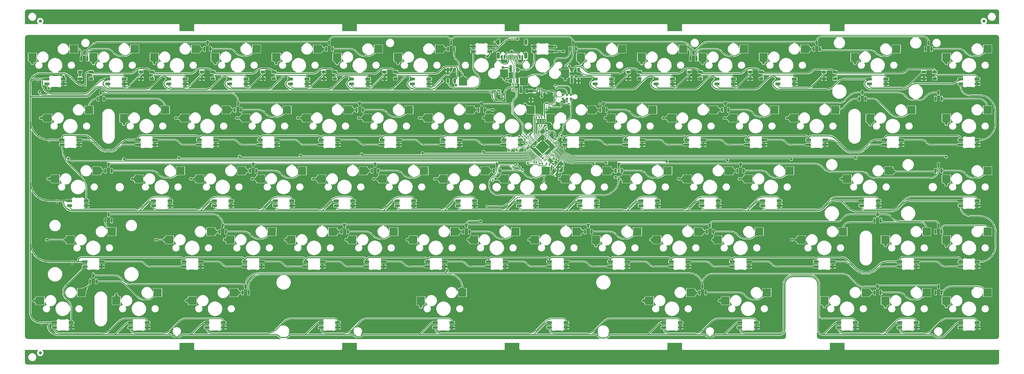
<source format=gbl>
G04 #@! TF.GenerationSoftware,KiCad,Pcbnew,(7.0.0)*
G04 #@! TF.CreationDate,2023-05-15T22:10:03-07:00*
G04 #@! TF.ProjectId,pcb-hotswap-rails,7063622d-686f-4747-9377-61702d726169,1.0*
G04 #@! TF.SameCoordinates,Original*
G04 #@! TF.FileFunction,Copper,L2,Bot*
G04 #@! TF.FilePolarity,Positive*
%FSLAX46Y46*%
G04 Gerber Fmt 4.6, Leading zero omitted, Abs format (unit mm)*
G04 Created by KiCad (PCBNEW (7.0.0)) date 2023-05-15 22:10:03*
%MOMM*%
%LPD*%
G01*
G04 APERTURE LIST*
G04 Aperture macros list*
%AMRoundRect*
0 Rectangle with rounded corners*
0 $1 Rounding radius*
0 $2 $3 $4 $5 $6 $7 $8 $9 X,Y pos of 4 corners*
0 Add a 4 corners polygon primitive as box body*
4,1,4,$2,$3,$4,$5,$6,$7,$8,$9,$2,$3,0*
0 Add four circle primitives for the rounded corners*
1,1,$1+$1,$2,$3*
1,1,$1+$1,$4,$5*
1,1,$1+$1,$6,$7*
1,1,$1+$1,$8,$9*
0 Add four rect primitives between the rounded corners*
20,1,$1+$1,$2,$3,$4,$5,0*
20,1,$1+$1,$4,$5,$6,$7,0*
20,1,$1+$1,$6,$7,$8,$9,0*
20,1,$1+$1,$8,$9,$2,$3,0*%
%AMRotRect*
0 Rectangle, with rotation*
0 The origin of the aperture is its center*
0 $1 length*
0 $2 width*
0 $3 Rotation angle, in degrees counterclockwise*
0 Add horizontal line*
21,1,$1,$2,0,0,$3*%
%AMFreePoly0*
4,1,6,0.250000,-0.065000,0.250000,-0.095000,-0.175000,-0.095000,-0.175000,0.185000,0.005000,0.185000,0.250000,-0.065000,0.250000,-0.065000,$1*%
%AMFreePoly1*
4,1,6,0.250000,0.065000,0.005000,-0.185000,-0.175000,-0.185000,-0.175000,0.095000,0.250000,0.095000,0.250000,0.065000,0.250000,0.065000,$1*%
%AMFreePoly2*
4,1,6,0.175000,-0.185000,-0.005000,-0.185000,-0.250000,0.065000,-0.250000,0.095000,0.175000,0.095000,0.175000,-0.185000,0.175000,-0.185000,$1*%
%AMFreePoly3*
4,1,6,0.175000,-0.095000,-0.250000,-0.095000,-0.250000,-0.065000,-0.005000,0.185000,0.175000,0.185000,0.175000,-0.095000,0.175000,-0.095000,$1*%
G04 Aperture macros list end*
G04 #@! TA.AperFunction,SMDPad,CuDef*
%ADD10RoundRect,0.082000X-0.718000X0.328000X-0.718000X-0.328000X0.718000X-0.328000X0.718000X0.328000X0*%
G04 #@! TD*
G04 #@! TA.AperFunction,SMDPad,CuDef*
%ADD11R,2.550000X2.500000*%
G04 #@! TD*
G04 #@! TA.AperFunction,SMDPad,CuDef*
%ADD12RoundRect,0.082000X0.718000X-0.328000X0.718000X0.328000X-0.718000X0.328000X-0.718000X-0.328000X0*%
G04 #@! TD*
G04 #@! TA.AperFunction,SMDPad,CuDef*
%ADD13RoundRect,0.100000X0.130000X0.100000X-0.130000X0.100000X-0.130000X-0.100000X0.130000X-0.100000X0*%
G04 #@! TD*
G04 #@! TA.AperFunction,SMDPad,CuDef*
%ADD14RoundRect,0.150000X0.150000X-0.587500X0.150000X0.587500X-0.150000X0.587500X-0.150000X-0.587500X0*%
G04 #@! TD*
G04 #@! TA.AperFunction,SMDPad,CuDef*
%ADD15RoundRect,0.090000X0.560000X-0.360000X0.560000X0.360000X-0.560000X0.360000X-0.560000X-0.360000X0*%
G04 #@! TD*
G04 #@! TA.AperFunction,SMDPad,CuDef*
%ADD16FreePoly0,180.000000*%
G04 #@! TD*
G04 #@! TA.AperFunction,SMDPad,CuDef*
%ADD17FreePoly1,180.000000*%
G04 #@! TD*
G04 #@! TA.AperFunction,SMDPad,CuDef*
%ADD18FreePoly2,180.000000*%
G04 #@! TD*
G04 #@! TA.AperFunction,SMDPad,CuDef*
%ADD19FreePoly3,180.000000*%
G04 #@! TD*
G04 #@! TA.AperFunction,SMDPad,CuDef*
%ADD20RotRect,0.480000X0.480000X225.000000*%
G04 #@! TD*
G04 #@! TA.AperFunction,SMDPad,CuDef*
%ADD21RotRect,1.150000X1.000000X45.000000*%
G04 #@! TD*
G04 #@! TA.AperFunction,SMDPad,CuDef*
%ADD22RoundRect,0.100000X-0.021213X-0.162635X0.162635X0.021213X0.021213X0.162635X-0.162635X-0.021213X0*%
G04 #@! TD*
G04 #@! TA.AperFunction,SMDPad,CuDef*
%ADD23RoundRect,0.100000X-0.100000X0.130000X-0.100000X-0.130000X0.100000X-0.130000X0.100000X0.130000X0*%
G04 #@! TD*
G04 #@! TA.AperFunction,SMDPad,CuDef*
%ADD24R,0.375000X0.500000*%
G04 #@! TD*
G04 #@! TA.AperFunction,SMDPad,CuDef*
%ADD25R,0.300000X0.650000*%
G04 #@! TD*
G04 #@! TA.AperFunction,SMDPad,CuDef*
%ADD26RoundRect,0.100000X-0.162635X0.021213X0.021213X-0.162635X0.162635X-0.021213X-0.021213X0.162635X0*%
G04 #@! TD*
G04 #@! TA.AperFunction,SMDPad,CuDef*
%ADD27RoundRect,0.100000X0.100000X-0.130000X0.100000X0.130000X-0.100000X0.130000X-0.100000X-0.130000X0*%
G04 #@! TD*
G04 #@! TA.AperFunction,SMDPad,CuDef*
%ADD28C,0.787000*%
G04 #@! TD*
G04 #@! TA.AperFunction,SMDPad,CuDef*
%ADD29C,1.000000*%
G04 #@! TD*
G04 #@! TA.AperFunction,SMDPad,CuDef*
%ADD30R,0.400000X0.800000*%
G04 #@! TD*
G04 #@! TA.AperFunction,SMDPad,CuDef*
%ADD31R,0.800000X0.350000*%
G04 #@! TD*
G04 #@! TA.AperFunction,SMDPad,CuDef*
%ADD32R,0.600000X1.150000*%
G04 #@! TD*
G04 #@! TA.AperFunction,SMDPad,CuDef*
%ADD33R,0.300000X1.150000*%
G04 #@! TD*
G04 #@! TA.AperFunction,ComponentPad*
%ADD34O,1.000000X2.000000*%
G04 #@! TD*
G04 #@! TA.AperFunction,ComponentPad*
%ADD35O,1.050000X2.100000*%
G04 #@! TD*
G04 #@! TA.AperFunction,SMDPad,CuDef*
%ADD36RoundRect,0.100000X0.162635X-0.021213X-0.021213X0.162635X-0.162635X0.021213X0.021213X-0.162635X0*%
G04 #@! TD*
G04 #@! TA.AperFunction,SMDPad,CuDef*
%ADD37RoundRect,0.050000X0.238649X0.309359X-0.309359X-0.238649X-0.238649X-0.309359X0.309359X0.238649X0*%
G04 #@! TD*
G04 #@! TA.AperFunction,SMDPad,CuDef*
%ADD38RoundRect,0.050000X-0.238649X0.309359X-0.309359X0.238649X0.238649X-0.309359X0.309359X-0.238649X0*%
G04 #@! TD*
G04 #@! TA.AperFunction,SMDPad,CuDef*
%ADD39RotRect,3.200000X3.200000X225.000000*%
G04 #@! TD*
G04 #@! TA.AperFunction,SMDPad,CuDef*
%ADD40RoundRect,0.100000X-0.130000X-0.100000X0.130000X-0.100000X0.130000X0.100000X-0.130000X0.100000X0*%
G04 #@! TD*
G04 #@! TA.AperFunction,SMDPad,CuDef*
%ADD41RoundRect,0.090000X0.360000X0.560000X-0.360000X0.560000X-0.360000X-0.560000X0.360000X-0.560000X0*%
G04 #@! TD*
G04 #@! TA.AperFunction,SMDPad,CuDef*
%ADD42RoundRect,0.140000X-0.170000X0.140000X-0.170000X-0.140000X0.170000X-0.140000X0.170000X0.140000X0*%
G04 #@! TD*
G04 #@! TA.AperFunction,SMDPad,CuDef*
%ADD43RoundRect,0.100000X0.021213X0.162635X-0.162635X-0.021213X-0.021213X-0.162635X0.162635X0.021213X0*%
G04 #@! TD*
G04 #@! TA.AperFunction,SMDPad,CuDef*
%ADD44R,0.700000X0.340000*%
G04 #@! TD*
G04 #@! TA.AperFunction,SMDPad,CuDef*
%ADD45RoundRect,0.090000X-0.360000X-0.560000X0.360000X-0.560000X0.360000X0.560000X-0.360000X0.560000X0*%
G04 #@! TD*
G04 #@! TA.AperFunction,SMDPad,CuDef*
%ADD46RoundRect,0.250000X0.300000X-0.300000X0.300000X0.300000X-0.300000X0.300000X-0.300000X-0.300000X0*%
G04 #@! TD*
G04 #@! TA.AperFunction,SMDPad,CuDef*
%ADD47RoundRect,0.243750X-0.243750X-0.456250X0.243750X-0.456250X0.243750X0.456250X-0.243750X0.456250X0*%
G04 #@! TD*
G04 #@! TA.AperFunction,ViaPad*
%ADD48C,0.600000*%
G04 #@! TD*
G04 #@! TA.AperFunction,ViaPad*
%ADD49C,0.800000*%
G04 #@! TD*
G04 #@! TA.AperFunction,Conductor*
%ADD50C,0.128000*%
G04 #@! TD*
G04 #@! TA.AperFunction,Conductor*
%ADD51C,0.350000*%
G04 #@! TD*
G04 #@! TA.AperFunction,Conductor*
%ADD52C,0.250000*%
G04 #@! TD*
G04 #@! TA.AperFunction,Conductor*
%ADD53C,0.200000*%
G04 #@! TD*
G04 APERTURE END LIST*
D10*
G04 #@! TO.P,D16,1,VDD*
G04 #@! TO.N,Board_0-VCC*
X26099500Y89520001D03*
G04 #@! TO.P,D16,2,DOUT*
G04 #@! TO.N,Board_0-Net-(D16-DOUT)*
X26099500Y88020001D03*
G04 #@! TO.P,D16,3,VSS*
G04 #@! TO.N,Board_0-GND*
X31299500Y88020001D03*
G04 #@! TO.P,D16,4,DIN*
G04 #@! TO.N,Board_0-Net-(D1-DOUT)*
X31299500Y89520001D03*
G04 #@! TD*
D11*
G04 #@! TO.P,MX18,1,COL*
G04 #@! TO.N,Board_0-C2*
X50189499Y77339999D03*
G04 #@! TO.P,MX18,2,ROW*
G04 #@! TO.N,Board_0-Net-(D93-A2)*
X63116499Y79879999D03*
G04 #@! TD*
G04 #@! TO.P,MX6,1,COL*
G04 #@! TO.N,Board_0-C5*
X97814499Y96389999D03*
G04 #@! TO.P,MX6,2,ROW*
G04 #@! TO.N,Board_0-Net-(D86-A1)*
X110741499Y98929999D03*
G04 #@! TD*
G04 #@! TO.P,MX67,1,COL*
G04 #@! TO.N,Board_0-C14*
X288314499Y20189999D03*
G04 #@! TO.P,MX67,2,ROW*
G04 #@! TO.N,Board_0-Net-(D119-A1)*
X301241499Y22729999D03*
G04 #@! TD*
D10*
G04 #@! TO.P,D65,1,VDD*
G04 #@! TO.N,Board_0-VCC*
X145162000Y32370001D03*
G04 #@! TO.P,D65,2,DOUT*
G04 #@! TO.N,Board_0-Net-(D64-DIN)*
X145162000Y30870001D03*
G04 #@! TO.P,D65,3,VSS*
G04 #@! TO.N,Board_0-GND*
X150362000Y30870001D03*
G04 #@! TO.P,D65,4,DIN*
G04 #@! TO.N,Board_0-Net-(D65-DIN)*
X150362000Y32370001D03*
G04 #@! TD*
G04 #@! TO.P,D81,1,VDD*
G04 #@! TO.N,Board_0-VCC*
X254699500Y13320001D03*
G04 #@! TO.P,D81,2,DOUT*
G04 #@! TO.N,Board_0-Net-(D81-DOUT)*
X254699500Y11820001D03*
G04 #@! TO.P,D81,3,VSS*
G04 #@! TO.N,Board_0-GND*
X259899500Y11820001D03*
G04 #@! TO.P,D81,4,DIN*
G04 #@! TO.N,Board_0-Net-(D80-DOUT)*
X259899500Y13320001D03*
G04 #@! TD*
G04 #@! TO.P,D72,1,VDD*
G04 #@! TO.N,Board_0-VCC*
X292799500Y32370001D03*
G04 #@! TO.P,D72,2,DOUT*
G04 #@! TO.N,Board_0-Net-(D71-DIN)*
X292799500Y30870001D03*
G04 #@! TO.P,D72,3,VSS*
G04 #@! TO.N,Board_0-GND*
X297999500Y30870001D03*
G04 #@! TO.P,D72,4,DIN*
G04 #@! TO.N,Board_0-Net-(D58-DOUT)*
X297999500Y32370001D03*
G04 #@! TD*
D11*
G04 #@! TO.P,MX59,1,COL*
G04 #@! TO.N,Board_0-C0*
X4945749Y20189999D03*
G04 #@! TO.P,MX59,2,ROW*
G04 #@! TO.N,Board_0-Net-(D115-A2)*
X17872749Y22729999D03*
G04 #@! TD*
G04 #@! TO.P,MX36,1,COL*
G04 #@! TO.N,Board_0-C5*
X112101999Y58289999D03*
G04 #@! TO.P,MX36,2,ROW*
G04 #@! TO.N,Board_0-Net-(D102-A1)*
X125028999Y60829999D03*
G04 #@! TD*
G04 #@! TO.P,MX2,1,COL*
G04 #@! TO.N,Board_0-C1*
X21614499Y96389999D03*
G04 #@! TO.P,MX2,2,ROW*
G04 #@! TO.N,Board_0-Net-(D84-A1)*
X34541499Y98929999D03*
G04 #@! TD*
D10*
G04 #@! TO.P,D25,1,VDD*
G04 #@! TO.N,Board_0-VCC*
X197549500Y89520001D03*
G04 #@! TO.P,D25,2,DOUT*
G04 #@! TO.N,Board_0-Net-(D11-DIN)*
X197549500Y88020001D03*
G04 #@! TO.P,D25,3,VSS*
G04 #@! TO.N,Board_0-GND*
X202749500Y88020001D03*
G04 #@! TO.P,D25,4,DIN*
G04 #@! TO.N,Board_0-Net-(D10-DOUT)*
X202749500Y89520001D03*
G04 #@! TD*
G04 #@! TO.P,D17,1,VDD*
G04 #@! TO.N,Board_0-VCC*
X45149500Y89520001D03*
G04 #@! TO.P,D17,2,DOUT*
G04 #@! TO.N,Board_0-Net-(D17-DOUT)*
X45149500Y88020001D03*
G04 #@! TO.P,D17,3,VSS*
G04 #@! TO.N,Board_0-GND*
X50349500Y88020001D03*
G04 #@! TO.P,D17,4,DIN*
G04 #@! TO.N,Board_0-Net-(D17-DIN)*
X50349500Y89520001D03*
G04 #@! TD*
G04 #@! TO.P,D78,1,VDD*
G04 #@! TO.N,Board_0-VCC*
X164212000Y13320001D03*
G04 #@! TO.P,D78,2,DOUT*
G04 #@! TO.N,Board_0-Net-(D78-DOUT)*
X164212000Y11820001D03*
G04 #@! TO.P,D78,3,VSS*
G04 #@! TO.N,Board_0-GND*
X169412000Y11820001D03*
G04 #@! TO.P,D78,4,DIN*
G04 #@! TO.N,Board_0-Net-(D77-DOUT)*
X169412000Y13320001D03*
G04 #@! TD*
G04 #@! TO.P,D71,1,VDD*
G04 #@! TO.N,Board_0-VCC*
X273749500Y32370001D03*
G04 #@! TO.P,D71,2,DOUT*
G04 #@! TO.N,Board_0-Net-(D70-DIN)*
X273749500Y30870001D03*
G04 #@! TO.P,D71,3,VSS*
G04 #@! TO.N,Board_0-GND*
X278949500Y30870001D03*
G04 #@! TO.P,D71,4,DIN*
G04 #@! TO.N,Board_0-Net-(D71-DIN)*
X278949500Y32370001D03*
G04 #@! TD*
D11*
G04 #@! TO.P,MX60,1,COL*
G04 #@! TO.N,Board_0-C1*
X28758249Y20189999D03*
G04 #@! TO.P,MX60,2,ROW*
G04 #@! TO.N,Board_0-Net-(D115-A1)*
X41685249Y22729999D03*
G04 #@! TD*
G04 #@! TO.P,MX58,1,COL*
G04 #@! TO.N,Board_0-C14*
X288314499Y39239999D03*
G04 #@! TO.P,MX58,2,ROW*
G04 #@! TO.N,Board_0-Net-(D114-A1)*
X301241499Y41779999D03*
G04 #@! TD*
D10*
G04 #@! TO.P,D29,1,VDD*
G04 #@! TO.N,Board_0-VCC*
X292799500Y89520001D03*
G04 #@! TO.P,D29,2,DOUT*
G04 #@! TO.N,Board_0-Net-(D29-DOUT)*
X292799500Y88020001D03*
G04 #@! TO.P,D29,3,VSS*
G04 #@! TO.N,Board_0-GND*
X297999500Y88020001D03*
G04 #@! TO.P,D29,4,DIN*
G04 #@! TO.N,Board_0-Net-(D14-DOUT)*
X297999500Y89520001D03*
G04 #@! TD*
G04 #@! TO.P,D48,1,VDD*
G04 #@! TO.N,Board_0-VCC*
X78487000Y51420001D03*
G04 #@! TO.P,D48,2,DOUT*
G04 #@! TO.N,Board_0-Net-(D48-DOUT)*
X78487000Y49920001D03*
G04 #@! TO.P,D48,3,VSS*
G04 #@! TO.N,Board_0-GND*
X83687000Y49920001D03*
G04 #@! TO.P,D48,4,DIN*
G04 #@! TO.N,Board_0-Net-(D47-DOUT)*
X83687000Y51420001D03*
G04 #@! TD*
D11*
G04 #@! TO.P,MX20,1,COL*
G04 #@! TO.N,Board_0-C4*
X88289499Y77339999D03*
G04 #@! TO.P,MX20,2,ROW*
G04 #@! TO.N,Board_0-Net-(D94-A2)*
X101216499Y79879999D03*
G04 #@! TD*
G04 #@! TO.P,MX40,1,COL*
G04 #@! TO.N,Board_0-C9*
X188301999Y58289999D03*
G04 #@! TO.P,MX40,2,ROW*
G04 #@! TO.N,Board_0-Net-(D104-A1)*
X201228999Y60829999D03*
G04 #@! TD*
D10*
G04 #@! TO.P,D73,1,VDD*
G04 #@! TO.N,Board_0-VCC*
X9430750Y13320001D03*
G04 #@! TO.P,D73,2,DOUT*
G04 #@! TO.N,Board_0-Net-(D73-DOUT)*
X9430750Y11820001D03*
G04 #@! TO.P,D73,3,VSS*
G04 #@! TO.N,Board_0-GND*
X14630750Y11820001D03*
G04 #@! TO.P,D73,4,DIN*
G04 #@! TO.N,Board_0-Net-(D59-DOUT)*
X14630750Y13320001D03*
G04 #@! TD*
G04 #@! TO.P,D67,1,VDD*
G04 #@! TO.N,Board_0-VCC*
X183262000Y32370001D03*
G04 #@! TO.P,D67,2,DOUT*
G04 #@! TO.N,Board_0-Net-(D66-DIN)*
X183262000Y30870001D03*
G04 #@! TO.P,D67,3,VSS*
G04 #@! TO.N,Board_0-GND*
X188462000Y30870001D03*
G04 #@! TO.P,D67,4,DIN*
G04 #@! TO.N,Board_0-Net-(D67-DIN)*
X188462000Y32370001D03*
G04 #@! TD*
D11*
G04 #@! TO.P,MX28,1,COL*
G04 #@! TO.N,Board_0-C12*
X240689499Y77339999D03*
G04 #@! TO.P,MX28,2,ROW*
G04 #@! TO.N,Board_0-Net-(D98-A2)*
X253616499Y79879999D03*
G04 #@! TD*
D10*
G04 #@! TO.P,D37,1,VDD*
G04 #@! TO.N,Board_0-VCC*
X149924500Y70470001D03*
G04 #@! TO.P,D37,2,DOUT*
G04 #@! TO.N,Board_0-Net-(D36-DIN)*
X149924500Y68970001D03*
G04 #@! TO.P,D37,3,VSS*
G04 #@! TO.N,Board_0-GND*
X155124500Y68970001D03*
G04 #@! TO.P,D37,4,DIN*
G04 #@! TO.N,Board_0-Net-(D37-DIN)*
X155124500Y70470001D03*
G04 #@! TD*
D11*
G04 #@! TO.P,MX52,1,COL*
G04 #@! TO.N,Board_0-C8*
X159726999Y39239999D03*
G04 #@! TO.P,MX52,2,ROW*
G04 #@! TO.N,Board_0-Net-(D111-A2)*
X172653999Y41779999D03*
G04 #@! TD*
D10*
G04 #@! TO.P,D28,1,VDD*
G04 #@! TO.N,Board_0-VCC*
X264224500Y89520001D03*
G04 #@! TO.P,D28,2,DOUT*
G04 #@! TO.N,Board_0-Net-(D14-DIN)*
X264224500Y88020001D03*
G04 #@! TO.P,D28,3,VSS*
G04 #@! TO.N,Board_0-GND*
X269424500Y88020001D03*
G04 #@! TO.P,D28,4,DIN*
G04 #@! TO.N,Board_0-Net-(D13-DOUT)*
X269424500Y89520001D03*
G04 #@! TD*
D11*
G04 #@! TO.P,MX8,1,COL*
G04 #@! TO.N,Board_0-C7*
X150084499Y91309999D03*
G04 #@! TO.P,MX8,2,ROW*
G04 #@! TO.N,Board_0-Net-(D87-A1)*
X137157499Y88769999D03*
G04 #@! TD*
G04 #@! TO.P,MX12,1,COL*
G04 #@! TO.N,Board_0-C11*
X212114499Y96389999D03*
G04 #@! TO.P,MX12,2,ROW*
G04 #@! TO.N,Board_0-Net-(D89-A1)*
X225041499Y98929999D03*
G04 #@! TD*
G04 #@! TO.P,MX46,1,COL*
G04 #@! TO.N,Board_0-C2*
X45426999Y39239999D03*
G04 #@! TO.P,MX46,2,ROW*
G04 #@! TO.N,Board_0-Net-(D108-A2)*
X58353999Y41779999D03*
G04 #@! TD*
G04 #@! TO.P,MX38,1,COL*
G04 #@! TO.N,Board_0-C7*
X150201999Y58289999D03*
G04 #@! TO.P,MX38,2,ROW*
G04 #@! TO.N,Board_0-Net-(D103-A1)*
X163128999Y60829999D03*
G04 #@! TD*
D10*
G04 #@! TO.P,D51,1,VDD*
G04 #@! TO.N,Board_0-VCC*
X135637000Y51420001D03*
G04 #@! TO.P,D51,2,DOUT*
G04 #@! TO.N,Board_0-Net-(D51-DOUT)*
X135637000Y49920001D03*
G04 #@! TO.P,D51,3,VSS*
G04 #@! TO.N,Board_0-GND*
X140837000Y49920001D03*
G04 #@! TO.P,D51,4,DIN*
G04 #@! TO.N,Board_0-Net-(D50-DOUT)*
X140837000Y51420001D03*
G04 #@! TD*
G04 #@! TO.P,D38,1,VDD*
G04 #@! TO.N,Board_0-VCC*
X168974500Y70470001D03*
G04 #@! TO.P,D38,2,DOUT*
G04 #@! TO.N,Board_0-Net-(D37-DIN)*
X168974500Y68970001D03*
G04 #@! TO.P,D38,3,VSS*
G04 #@! TO.N,Board_0-GND*
X174174500Y68970001D03*
G04 #@! TO.P,D38,4,DIN*
G04 #@! TO.N,Board_0-Net-(D38-DIN)*
X174174500Y70470001D03*
G04 #@! TD*
D11*
G04 #@! TO.P,MX29,1,COL*
G04 #@! TO.N,Board_0-C13*
X264501999Y77339999D03*
G04 #@! TO.P,MX29,2,ROW*
G04 #@! TO.N,Board_0-Net-(D98-A1)*
X277428999Y79879999D03*
G04 #@! TD*
D10*
G04 #@! TO.P,D55,1,VDD*
G04 #@! TO.N,Board_0-VCC*
X211837000Y51420001D03*
G04 #@! TO.P,D55,2,DOUT*
G04 #@! TO.N,Board_0-Net-(D55-DOUT)*
X211837000Y49920001D03*
G04 #@! TO.P,D55,3,VSS*
G04 #@! TO.N,Board_0-GND*
X217037000Y49920001D03*
G04 #@! TO.P,D55,4,DIN*
G04 #@! TO.N,Board_0-Net-(D54-DOUT)*
X217037000Y51420001D03*
G04 #@! TD*
G04 #@! TO.P,D76,1,VDD*
G04 #@! TO.N,Board_0-VCC*
X92774500Y13320001D03*
G04 #@! TO.P,D76,2,DOUT*
G04 #@! TO.N,Board_0-Net-(D76-DOUT)*
X92774500Y11820001D03*
G04 #@! TO.P,D76,3,VSS*
G04 #@! TO.N,Board_0-GND*
X97974500Y11820001D03*
G04 #@! TO.P,D76,4,DIN*
G04 #@! TO.N,Board_0-Net-(D75-DOUT)*
X97974500Y13320001D03*
G04 #@! TD*
D11*
G04 #@! TO.P,MX33,1,COL*
G04 #@! TO.N,Board_0-C2*
X54951999Y58289999D03*
G04 #@! TO.P,MX33,2,ROW*
G04 #@! TO.N,Board_0-Net-(D101-A2)*
X67878999Y60829999D03*
G04 #@! TD*
D10*
G04 #@! TO.P,D15,1,VDD*
G04 #@! TO.N,Board_0-VCC*
X7049500Y89520001D03*
G04 #@! TO.P,D15,2,DOUT*
G04 #@! TO.N,Board_0-Net-(D1-DIN)*
X7049500Y88020001D03*
G04 #@! TO.P,D15,3,VSS*
G04 #@! TO.N,Board_0-GND*
X12249500Y88020001D03*
G04 #@! TO.P,D15,4,DIN*
G04 #@! TO.N,Board_0-/RGB_5V*
X12249500Y89520001D03*
G04 #@! TD*
D11*
G04 #@! TO.P,MX43,1,COL*
G04 #@! TO.N,Board_0-C13*
X257358249Y58289999D03*
G04 #@! TO.P,MX43,2,ROW*
G04 #@! TO.N,Board_0-Net-(D106-A2)*
X270285249Y60829999D03*
G04 #@! TD*
D10*
G04 #@! TO.P,D74,1,VDD*
G04 #@! TO.N,Board_0-VCC*
X33243250Y13320001D03*
G04 #@! TO.P,D74,2,DOUT*
G04 #@! TO.N,Board_0-Net-(D74-DOUT)*
X33243250Y11820001D03*
G04 #@! TO.P,D74,3,VSS*
G04 #@! TO.N,Board_0-GND*
X38443250Y11820001D03*
G04 #@! TO.P,D74,4,DIN*
G04 #@! TO.N,Board_0-Net-(D73-DOUT)*
X38443250Y13320001D03*
G04 #@! TD*
G04 #@! TO.P,D27,1,VDD*
G04 #@! TO.N,Board_0-VCC*
X235649500Y89520001D03*
G04 #@! TO.P,D27,2,DOUT*
G04 #@! TO.N,Board_0-Net-(D13-DIN)*
X235649500Y88020001D03*
G04 #@! TO.P,D27,3,VSS*
G04 #@! TO.N,Board_0-GND*
X240849500Y88020001D03*
G04 #@! TO.P,D27,4,DIN*
G04 #@! TO.N,Board_0-Net-(D12-DOUT)*
X240849500Y89520001D03*
G04 #@! TD*
D11*
G04 #@! TO.P,MX34,1,COL*
G04 #@! TO.N,Board_0-C3*
X74001999Y58289999D03*
G04 #@! TO.P,MX34,2,ROW*
G04 #@! TO.N,Board_0-Net-(D101-A1)*
X86928999Y60829999D03*
G04 #@! TD*
G04 #@! TO.P,MX9,1,COL*
G04 #@! TO.N,Board_0-C8*
X169134499Y91309999D03*
G04 #@! TO.P,MX9,2,ROW*
G04 #@! TO.N,Board_0-Net-(D88-A2)*
X156207499Y88769999D03*
G04 #@! TD*
D10*
G04 #@! TO.P,D58,1,VDD*
G04 #@! TO.N,Board_0-VCC*
X292799500Y51420001D03*
G04 #@! TO.P,D58,2,DOUT*
G04 #@! TO.N,Board_0-Net-(D58-DOUT)*
X292799500Y49920001D03*
G04 #@! TO.P,D58,3,VSS*
G04 #@! TO.N,Board_0-GND*
X297999500Y49920001D03*
G04 #@! TO.P,D58,4,DIN*
G04 #@! TO.N,Board_0-Net-(D57-DOUT)*
X297999500Y51420001D03*
G04 #@! TD*
D11*
G04 #@! TO.P,MX64,1,COL*
G04 #@! TO.N,Board_0-C11*
X219258249Y20189999D03*
G04 #@! TO.P,MX64,2,ROW*
G04 #@! TO.N,Board_0-Net-(D117-A1)*
X232185249Y22729999D03*
G04 #@! TD*
G04 #@! TO.P,MX62,1,COL*
G04 #@! TO.N,Board_0-C7*
X124008249Y20189999D03*
G04 #@! TO.P,MX62,2,ROW*
G04 #@! TO.N,Board_0-Net-(D116-A1)*
X136935249Y22729999D03*
G04 #@! TD*
G04 #@! TO.P,MX1,1,COL*
G04 #@! TO.N,Board_0-C0*
X2564499Y96389999D03*
G04 #@! TO.P,MX1,2,ROW*
G04 #@! TO.N,Board_0-Net-(D84-A2)*
X15491499Y98929999D03*
G04 #@! TD*
D10*
G04 #@! TO.P,D54,1,VDD*
G04 #@! TO.N,Board_0-VCC*
X192787000Y51420001D03*
G04 #@! TO.P,D54,2,DOUT*
G04 #@! TO.N,Board_0-Net-(D54-DOUT)*
X192787000Y49920001D03*
G04 #@! TO.P,D54,3,VSS*
G04 #@! TO.N,Board_0-GND*
X197987000Y49920001D03*
G04 #@! TO.P,D54,4,DIN*
G04 #@! TO.N,Board_0-Net-(D53-DOUT)*
X197987000Y51420001D03*
G04 #@! TD*
D12*
G04 #@! TO.P,D22,1,VDD*
G04 #@! TO.N,Board_0-VCC*
X145599500Y98179999D03*
G04 #@! TO.P,D22,2,DOUT*
G04 #@! TO.N,Board_0-Net-(D22-DOUT)*
X145599500Y99679999D03*
G04 #@! TO.P,D22,3,VSS*
G04 #@! TO.N,Board_0-GND*
X140399500Y99679999D03*
G04 #@! TO.P,D22,4,DIN*
G04 #@! TO.N,Board_0-Net-(D22-DIN)*
X140399500Y98179999D03*
G04 #@! TD*
D11*
G04 #@! TO.P,MX54,1,COL*
G04 #@! TO.N,Board_0-C10*
X197826999Y39239999D03*
G04 #@! TO.P,MX54,2,ROW*
G04 #@! TO.N,Board_0-Net-(D112-A2)*
X210753999Y41779999D03*
G04 #@! TD*
G04 #@! TO.P,MX48,1,COL*
G04 #@! TO.N,Board_0-C4*
X83526999Y39239999D03*
G04 #@! TO.P,MX48,2,ROW*
G04 #@! TO.N,Board_0-Net-(D109-A2)*
X96453999Y41779999D03*
G04 #@! TD*
D10*
G04 #@! TO.P,D52,1,VDD*
G04 #@! TO.N,Board_0-VCC*
X154687000Y51420001D03*
G04 #@! TO.P,D52,2,DOUT*
G04 #@! TO.N,Board_0-Net-(D52-DOUT)*
X154687000Y49920001D03*
G04 #@! TO.P,D52,3,VSS*
G04 #@! TO.N,Board_0-GND*
X159887000Y49920001D03*
G04 #@! TO.P,D52,4,DIN*
G04 #@! TO.N,Board_0-Net-(D51-DOUT)*
X159887000Y51420001D03*
G04 #@! TD*
D11*
G04 #@! TO.P,MX35,1,COL*
G04 #@! TO.N,Board_0-C4*
X93051999Y58289999D03*
G04 #@! TO.P,MX35,2,ROW*
G04 #@! TO.N,Board_0-Net-(D102-A2)*
X105978999Y60829999D03*
G04 #@! TD*
D10*
G04 #@! TO.P,D40,1,VDD*
G04 #@! TO.N,Board_0-VCC*
X207074500Y70470001D03*
G04 #@! TO.P,D40,2,DOUT*
G04 #@! TO.N,Board_0-Net-(D39-DIN)*
X207074500Y68970001D03*
G04 #@! TO.P,D40,3,VSS*
G04 #@! TO.N,Board_0-GND*
X212274500Y68970001D03*
G04 #@! TO.P,D40,4,DIN*
G04 #@! TO.N,Board_0-Net-(D40-DIN)*
X212274500Y70470001D03*
G04 #@! TD*
G04 #@! TO.P,D49,1,VDD*
G04 #@! TO.N,Board_0-VCC*
X97537000Y51420001D03*
G04 #@! TO.P,D49,2,DOUT*
G04 #@! TO.N,Board_0-Net-(D49-DOUT)*
X97537000Y49920001D03*
G04 #@! TO.P,D49,3,VSS*
G04 #@! TO.N,Board_0-GND*
X102737000Y49920001D03*
G04 #@! TO.P,D49,4,DIN*
G04 #@! TO.N,Board_0-Net-(D48-DOUT)*
X102737000Y51420001D03*
G04 #@! TD*
D11*
G04 #@! TO.P,MX57,1,COL*
G04 #@! TO.N,Board_0-C13*
X269264499Y39239999D03*
G04 #@! TO.P,MX57,2,ROW*
G04 #@! TO.N,Board_0-Net-(D113-A1)*
X282191499Y41779999D03*
G04 #@! TD*
D10*
G04 #@! TO.P,D33,1,VDD*
G04 #@! TO.N,Board_0-VCC*
X73724500Y70470001D03*
G04 #@! TO.P,D33,2,DOUT*
G04 #@! TO.N,Board_0-Net-(D32-DIN)*
X73724500Y68970001D03*
G04 #@! TO.P,D33,3,VSS*
G04 #@! TO.N,Board_0-GND*
X78924500Y68970001D03*
G04 #@! TO.P,D33,4,DIN*
G04 #@! TO.N,Board_0-Net-(D33-DIN)*
X78924500Y70470001D03*
G04 #@! TD*
G04 #@! TO.P,D66,1,VDD*
G04 #@! TO.N,Board_0-VCC*
X164212000Y32370001D03*
G04 #@! TO.P,D66,2,DOUT*
G04 #@! TO.N,Board_0-Net-(D65-DIN)*
X164212000Y30870001D03*
G04 #@! TO.P,D66,3,VSS*
G04 #@! TO.N,Board_0-GND*
X169412000Y30870001D03*
G04 #@! TO.P,D66,4,DIN*
G04 #@! TO.N,Board_0-Net-(D66-DIN)*
X169412000Y32370001D03*
G04 #@! TD*
G04 #@! TO.P,D64,1,VDD*
G04 #@! TO.N,Board_0-VCC*
X126112000Y32370001D03*
G04 #@! TO.P,D64,2,DOUT*
G04 #@! TO.N,Board_0-Net-(D63-DIN)*
X126112000Y30870001D03*
G04 #@! TO.P,D64,3,VSS*
G04 #@! TO.N,Board_0-GND*
X131312000Y30870001D03*
G04 #@! TO.P,D64,4,DIN*
G04 #@! TO.N,Board_0-Net-(D64-DIN)*
X131312000Y32370001D03*
G04 #@! TD*
D11*
G04 #@! TO.P,MX39,1,COL*
G04 #@! TO.N,Board_0-C8*
X169251999Y58289999D03*
G04 #@! TO.P,MX39,2,ROW*
G04 #@! TO.N,Board_0-Net-(D104-A2)*
X182178999Y60829999D03*
G04 #@! TD*
G04 #@! TO.P,MX21,1,COL*
G04 #@! TO.N,Board_0-C5*
X107339499Y77339999D03*
G04 #@! TO.P,MX21,2,ROW*
G04 #@! TO.N,Board_0-Net-(D94-A1)*
X120266499Y79879999D03*
G04 #@! TD*
G04 #@! TO.P,MX23,1,COL*
G04 #@! TO.N,Board_0-C7*
X145439499Y77339999D03*
G04 #@! TO.P,MX23,2,ROW*
G04 #@! TO.N,Board_0-Net-(D95-A1)*
X158366499Y79879999D03*
G04 #@! TD*
D10*
G04 #@! TO.P,D69,1,VDD*
G04 #@! TO.N,Board_0-VCC*
X221362000Y32370001D03*
G04 #@! TO.P,D69,2,DOUT*
G04 #@! TO.N,Board_0-Net-(D68-DIN)*
X221362000Y30870001D03*
G04 #@! TO.P,D69,3,VSS*
G04 #@! TO.N,Board_0-GND*
X226562000Y30870001D03*
G04 #@! TO.P,D69,4,DIN*
G04 #@! TO.N,Board_0-Net-(D69-DIN)*
X226562000Y32370001D03*
G04 #@! TD*
D11*
G04 #@! TO.P,MX19,1,COL*
G04 #@! TO.N,Board_0-C3*
X69239499Y77339999D03*
G04 #@! TO.P,MX19,2,ROW*
G04 #@! TO.N,Board_0-Net-(D93-A1)*
X82166499Y79879999D03*
G04 #@! TD*
D10*
G04 #@! TO.P,D19,1,VDD*
G04 #@! TO.N,Board_0-VCC*
X83249500Y89520001D03*
G04 #@! TO.P,D19,2,DOUT*
G04 #@! TO.N,Board_0-Net-(D19-DOUT)*
X83249500Y88020001D03*
G04 #@! TO.P,D19,3,VSS*
G04 #@! TO.N,Board_0-GND*
X88449500Y88020001D03*
G04 #@! TO.P,D19,4,DIN*
G04 #@! TO.N,Board_0-Net-(D19-DIN)*
X88449500Y89520001D03*
G04 #@! TD*
G04 #@! TO.P,D39,1,VDD*
G04 #@! TO.N,Board_0-VCC*
X188024500Y70470001D03*
G04 #@! TO.P,D39,2,DOUT*
G04 #@! TO.N,Board_0-Net-(D38-DIN)*
X188024500Y68970001D03*
G04 #@! TO.P,D39,3,VSS*
G04 #@! TO.N,Board_0-GND*
X193224500Y68970001D03*
G04 #@! TO.P,D39,4,DIN*
G04 #@! TO.N,Board_0-Net-(D39-DIN)*
X193224500Y70470001D03*
G04 #@! TD*
G04 #@! TO.P,D77,1,VDD*
G04 #@! TO.N,Board_0-VCC*
X128493250Y13320001D03*
G04 #@! TO.P,D77,2,DOUT*
G04 #@! TO.N,Board_0-Net-(D77-DOUT)*
X128493250Y11820001D03*
G04 #@! TO.P,D77,3,VSS*
G04 #@! TO.N,Board_0-GND*
X133693250Y11820001D03*
G04 #@! TO.P,D77,4,DIN*
G04 #@! TO.N,Board_0-Net-(D76-DOUT)*
X133693250Y13320001D03*
G04 #@! TD*
D12*
G04 #@! TO.P,D23,1,VDD*
G04 #@! TO.N,Board_0-VCC*
X164649500Y98179999D03*
G04 #@! TO.P,D23,2,DOUT*
G04 #@! TO.N,Board_0-Net-(D23-DOUT)*
X164649500Y99679999D03*
G04 #@! TO.P,D23,3,VSS*
G04 #@! TO.N,Board_0-GND*
X159449500Y99679999D03*
G04 #@! TO.P,D23,4,DIN*
G04 #@! TO.N,Board_0-Net-(D23-DIN)*
X159449500Y98179999D03*
G04 #@! TD*
D11*
G04 #@! TO.P,MX56,1,COL*
G04 #@! TO.N,Board_0-C12*
X243070749Y39239999D03*
G04 #@! TO.P,MX56,2,ROW*
G04 #@! TO.N,Board_0-Net-(D113-A2)*
X255997749Y41779999D03*
G04 #@! TD*
D10*
G04 #@! TO.P,D53,1,VDD*
G04 #@! TO.N,Board_0-VCC*
X173737000Y51420001D03*
G04 #@! TO.P,D53,2,DOUT*
G04 #@! TO.N,Board_0-Net-(D53-DOUT)*
X173737000Y49920001D03*
G04 #@! TO.P,D53,3,VSS*
G04 #@! TO.N,Board_0-GND*
X178937000Y49920001D03*
G04 #@! TO.P,D53,4,DIN*
G04 #@! TO.N,Board_0-Net-(D52-DOUT)*
X178937000Y51420001D03*
G04 #@! TD*
D11*
G04 #@! TO.P,MX44,1,COL*
G04 #@! TO.N,Board_0-C14*
X288314499Y58289999D03*
G04 #@! TO.P,MX44,2,ROW*
G04 #@! TO.N,Board_0-Net-(D106-A1)*
X301241499Y60829999D03*
G04 #@! TD*
D10*
G04 #@! TO.P,D75,1,VDD*
G04 #@! TO.N,Board_0-VCC*
X57055750Y13320001D03*
G04 #@! TO.P,D75,2,DOUT*
G04 #@! TO.N,Board_0-Net-(D75-DOUT)*
X57055750Y11820001D03*
G04 #@! TO.P,D75,3,VSS*
G04 #@! TO.N,Board_0-GND*
X62255750Y11820001D03*
G04 #@! TO.P,D75,4,DIN*
G04 #@! TO.N,Board_0-Net-(D74-DOUT)*
X62255750Y13320001D03*
G04 #@! TD*
G04 #@! TO.P,D60,1,VDD*
G04 #@! TO.N,Board_0-VCC*
X49912000Y32370001D03*
G04 #@! TO.P,D60,2,DOUT*
G04 #@! TO.N,Board_0-Net-(D59-DIN)*
X49912000Y30870001D03*
G04 #@! TO.P,D60,3,VSS*
G04 #@! TO.N,Board_0-GND*
X55112000Y30870001D03*
G04 #@! TO.P,D60,4,DIN*
G04 #@! TO.N,Board_0-Net-(D60-DIN)*
X55112000Y32370001D03*
G04 #@! TD*
D11*
G04 #@! TO.P,MX7,1,COL*
G04 #@! TO.N,Board_0-C6*
X116864499Y96389999D03*
G04 #@! TO.P,MX7,2,ROW*
G04 #@! TO.N,Board_0-Net-(D87-A2)*
X129791499Y98929999D03*
G04 #@! TD*
G04 #@! TO.P,MX17,1,COL*
G04 #@! TO.N,Board_0-C1*
X31139499Y77339999D03*
G04 #@! TO.P,MX17,2,ROW*
G04 #@! TO.N,Board_0-Net-(D92-A1)*
X44066499Y79879999D03*
G04 #@! TD*
D10*
G04 #@! TO.P,D18,1,VDD*
G04 #@! TO.N,Board_0-VCC*
X64199500Y89520001D03*
G04 #@! TO.P,D18,2,DOUT*
G04 #@! TO.N,Board_0-Net-(D18-DOUT)*
X64199500Y88020001D03*
G04 #@! TO.P,D18,3,VSS*
G04 #@! TO.N,Board_0-GND*
X69399500Y88020001D03*
G04 #@! TO.P,D18,4,DIN*
G04 #@! TO.N,Board_0-Net-(D18-DIN)*
X69399500Y89520001D03*
G04 #@! TD*
D11*
G04 #@! TO.P,MX63,1,COL*
G04 #@! TO.N,Board_0-C10*
X195445749Y20189999D03*
G04 #@! TO.P,MX63,2,ROW*
G04 #@! TO.N,Board_0-Net-(D117-A2)*
X208372749Y22729999D03*
G04 #@! TD*
G04 #@! TO.P,MX45,1,COL*
G04 #@! TO.N,Board_0-C0*
X14470749Y39239999D03*
G04 #@! TO.P,MX45,2,ROW*
G04 #@! TO.N,Board_0-Net-(D107-A2)*
X27397749Y41779999D03*
G04 #@! TD*
G04 #@! TO.P,MX16,1,COL*
G04 #@! TO.N,Board_0-C0*
X7326999Y77339999D03*
G04 #@! TO.P,MX16,2,ROW*
G04 #@! TO.N,Board_0-Net-(D92-A2)*
X20253999Y79879999D03*
G04 #@! TD*
D10*
G04 #@! TO.P,D24,1,VDD*
G04 #@! TO.N,Board_0-VCC*
X178499500Y89520001D03*
G04 #@! TO.P,D24,2,DOUT*
G04 #@! TO.N,Board_0-Net-(D10-DIN)*
X178499500Y88020001D03*
G04 #@! TO.P,D24,3,VSS*
G04 #@! TO.N,Board_0-GND*
X183699500Y88020001D03*
G04 #@! TO.P,D24,4,DIN*
G04 #@! TO.N,Board_0-Net-(D24-DIN)*
X183699500Y89520001D03*
G04 #@! TD*
G04 #@! TO.P,D50,1,VDD*
G04 #@! TO.N,Board_0-VCC*
X116587000Y51420001D03*
G04 #@! TO.P,D50,2,DOUT*
G04 #@! TO.N,Board_0-Net-(D50-DOUT)*
X116587000Y49920001D03*
G04 #@! TO.P,D50,3,VSS*
G04 #@! TO.N,Board_0-GND*
X121787000Y49920001D03*
G04 #@! TO.P,D50,4,DIN*
G04 #@! TO.N,Board_0-Net-(D49-DOUT)*
X121787000Y51420001D03*
G04 #@! TD*
G04 #@! TO.P,D47,1,VDD*
G04 #@! TO.N,Board_0-VCC*
X59437000Y51420001D03*
G04 #@! TO.P,D47,2,DOUT*
G04 #@! TO.N,Board_0-Net-(D47-DOUT)*
X59437000Y49920001D03*
G04 #@! TO.P,D47,3,VSS*
G04 #@! TO.N,Board_0-GND*
X64637000Y49920001D03*
G04 #@! TO.P,D47,4,DIN*
G04 #@! TO.N,Board_0-Net-(D46-DOUT)*
X64637000Y51420001D03*
G04 #@! TD*
D11*
G04 #@! TO.P,MX55,1,COL*
G04 #@! TO.N,Board_0-C11*
X216876999Y39239999D03*
G04 #@! TO.P,MX55,2,ROW*
G04 #@! TO.N,Board_0-Net-(D112-A1)*
X229803999Y41779999D03*
G04 #@! TD*
D10*
G04 #@! TO.P,D42,1,VDD*
G04 #@! TO.N,Board_0-VCC*
X245174500Y70470001D03*
G04 #@! TO.P,D42,2,DOUT*
G04 #@! TO.N,Board_0-Net-(D41-DIN)*
X245174500Y68970001D03*
G04 #@! TO.P,D42,3,VSS*
G04 #@! TO.N,Board_0-GND*
X250374500Y68970001D03*
G04 #@! TO.P,D42,4,DIN*
G04 #@! TO.N,Board_0-Net-(D42-DIN)*
X250374500Y70470001D03*
G04 #@! TD*
G04 #@! TO.P,D44,1,VDD*
G04 #@! TO.N,Board_0-VCC*
X292799500Y70470001D03*
G04 #@! TO.P,D44,2,DOUT*
G04 #@! TO.N,Board_0-Net-(D43-DIN)*
X292799500Y68970001D03*
G04 #@! TO.P,D44,3,VSS*
G04 #@! TO.N,Board_0-GND*
X297999500Y68970001D03*
G04 #@! TO.P,D44,4,DIN*
G04 #@! TO.N,Board_0-Net-(D29-DOUT)*
X297999500Y70470001D03*
G04 #@! TD*
G04 #@! TO.P,D32,1,VDD*
G04 #@! TO.N,Board_0-VCC*
X54674500Y70470001D03*
G04 #@! TO.P,D32,2,DOUT*
G04 #@! TO.N,Board_0-Net-(D31-DIN)*
X54674500Y68970001D03*
G04 #@! TO.P,D32,3,VSS*
G04 #@! TO.N,Board_0-GND*
X59874500Y68970001D03*
G04 #@! TO.P,D32,4,DIN*
G04 #@! TO.N,Board_0-Net-(D32-DIN)*
X59874500Y70470001D03*
G04 #@! TD*
G04 #@! TO.P,D36,1,VDD*
G04 #@! TO.N,Board_0-VCC*
X130874500Y70470001D03*
G04 #@! TO.P,D36,2,DOUT*
G04 #@! TO.N,Board_0-Net-(D35-DIN)*
X130874500Y68970001D03*
G04 #@! TO.P,D36,3,VSS*
G04 #@! TO.N,Board_0-GND*
X136074500Y68970001D03*
G04 #@! TO.P,D36,4,DIN*
G04 #@! TO.N,Board_0-Net-(D36-DIN)*
X136074500Y70470001D03*
G04 #@! TD*
D11*
G04 #@! TO.P,MX42,1,COL*
G04 #@! TO.N,Board_0-C11*
X226401999Y58289999D03*
G04 #@! TO.P,MX42,2,ROW*
G04 #@! TO.N,Board_0-Net-(D105-A1)*
X239328999Y60829999D03*
G04 #@! TD*
G04 #@! TO.P,MX26,1,COL*
G04 #@! TO.N,Board_0-C10*
X202589499Y77339999D03*
G04 #@! TO.P,MX26,2,ROW*
G04 #@! TO.N,Board_0-Net-(D97-A2)*
X215516499Y79879999D03*
G04 #@! TD*
G04 #@! TO.P,MX5,1,COL*
G04 #@! TO.N,Board_0-C4*
X78764499Y96389999D03*
G04 #@! TO.P,MX5,2,ROW*
G04 #@! TO.N,Board_0-Net-(D86-A2)*
X91691499Y98929999D03*
G04 #@! TD*
D10*
G04 #@! TO.P,D34,1,VDD*
G04 #@! TO.N,Board_0-VCC*
X92774500Y70470001D03*
G04 #@! TO.P,D34,2,DOUT*
G04 #@! TO.N,Board_0-Net-(D33-DIN)*
X92774500Y68970001D03*
G04 #@! TO.P,D34,3,VSS*
G04 #@! TO.N,Board_0-GND*
X97974500Y68970001D03*
G04 #@! TO.P,D34,4,DIN*
G04 #@! TO.N,Board_0-Net-(D34-DIN)*
X97974500Y70470001D03*
G04 #@! TD*
G04 #@! TO.P,D56,1,VDD*
G04 #@! TO.N,Board_0-VCC*
X230887000Y51420001D03*
G04 #@! TO.P,D56,2,DOUT*
G04 #@! TO.N,Board_0-Net-(D56-DOUT)*
X230887000Y49920001D03*
G04 #@! TO.P,D56,3,VSS*
G04 #@! TO.N,Board_0-GND*
X236087000Y49920001D03*
G04 #@! TO.P,D56,4,DIN*
G04 #@! TO.N,Board_0-Net-(D55-DOUT)*
X236087000Y51420001D03*
G04 #@! TD*
D11*
G04 #@! TO.P,MX49,1,COL*
G04 #@! TO.N,Board_0-C5*
X102576999Y39239999D03*
G04 #@! TO.P,MX49,2,ROW*
G04 #@! TO.N,Board_0-Net-(D109-A1)*
X115503999Y41779999D03*
G04 #@! TD*
G04 #@! TO.P,MX53,1,COL*
G04 #@! TO.N,Board_0-C9*
X178776999Y39239999D03*
G04 #@! TO.P,MX53,2,ROW*
G04 #@! TO.N,Board_0-Net-(D111-A1)*
X191703999Y41779999D03*
G04 #@! TD*
D10*
G04 #@! TO.P,D68,1,VDD*
G04 #@! TO.N,Board_0-VCC*
X202312000Y32370001D03*
G04 #@! TO.P,D68,2,DOUT*
G04 #@! TO.N,Board_0-Net-(D67-DIN)*
X202312000Y30870001D03*
G04 #@! TO.P,D68,3,VSS*
G04 #@! TO.N,Board_0-GND*
X207512000Y30870001D03*
G04 #@! TO.P,D68,4,DIN*
G04 #@! TO.N,Board_0-Net-(D68-DIN)*
X207512000Y32370001D03*
G04 #@! TD*
D11*
G04 #@! TO.P,MX50,1,COL*
G04 #@! TO.N,Board_0-C6*
X121626999Y39239999D03*
G04 #@! TO.P,MX50,2,ROW*
G04 #@! TO.N,Board_0-Net-(D110-A2)*
X134553999Y41779999D03*
G04 #@! TD*
D10*
G04 #@! TO.P,D61,1,VDD*
G04 #@! TO.N,Board_0-VCC*
X68962000Y32370001D03*
G04 #@! TO.P,D61,2,DOUT*
G04 #@! TO.N,Board_0-Net-(D60-DIN)*
X68962000Y30870001D03*
G04 #@! TO.P,D61,3,VSS*
G04 #@! TO.N,Board_0-GND*
X74162000Y30870001D03*
G04 #@! TO.P,D61,4,DIN*
G04 #@! TO.N,Board_0-Net-(D61-DIN)*
X74162000Y32370001D03*
G04 #@! TD*
G04 #@! TO.P,D43,1,VDD*
G04 #@! TO.N,Board_0-VCC*
X268987000Y70470001D03*
G04 #@! TO.P,D43,2,DOUT*
G04 #@! TO.N,Board_0-Net-(D42-DIN)*
X268987000Y68970001D03*
G04 #@! TO.P,D43,3,VSS*
G04 #@! TO.N,Board_0-GND*
X274187000Y68970001D03*
G04 #@! TO.P,D43,4,DIN*
G04 #@! TO.N,Board_0-Net-(D43-DIN)*
X274187000Y70470001D03*
G04 #@! TD*
G04 #@! TO.P,D57,1,VDD*
G04 #@! TO.N,Board_0-VCC*
X261843250Y51420001D03*
G04 #@! TO.P,D57,2,DOUT*
G04 #@! TO.N,Board_0-Net-(D57-DOUT)*
X261843250Y49920001D03*
G04 #@! TO.P,D57,3,VSS*
G04 #@! TO.N,Board_0-GND*
X267043250Y49920001D03*
G04 #@! TO.P,D57,4,DIN*
G04 #@! TO.N,Board_0-Net-(D56-DOUT)*
X267043250Y51420001D03*
G04 #@! TD*
G04 #@! TO.P,D80,1,VDD*
G04 #@! TO.N,Board_0-VCC*
X223743250Y13320001D03*
G04 #@! TO.P,D80,2,DOUT*
G04 #@! TO.N,Board_0-Net-(D80-DOUT)*
X223743250Y11820001D03*
G04 #@! TO.P,D80,3,VSS*
G04 #@! TO.N,Board_0-GND*
X228943250Y11820001D03*
G04 #@! TO.P,D80,4,DIN*
G04 #@! TO.N,Board_0-Net-(D79-DOUT)*
X228943250Y13320001D03*
G04 #@! TD*
D11*
G04 #@! TO.P,MX41,1,COL*
G04 #@! TO.N,Board_0-C10*
X207351999Y58289999D03*
G04 #@! TO.P,MX41,2,ROW*
G04 #@! TO.N,Board_0-Net-(D105-A2)*
X220278999Y60829999D03*
G04 #@! TD*
D10*
G04 #@! TO.P,D26,1,VDD*
G04 #@! TO.N,Board_0-VCC*
X216599500Y89520001D03*
G04 #@! TO.P,D26,2,DOUT*
G04 #@! TO.N,Board_0-Net-(D12-DIN)*
X216599500Y88020001D03*
G04 #@! TO.P,D26,3,VSS*
G04 #@! TO.N,Board_0-GND*
X221799500Y88020001D03*
G04 #@! TO.P,D26,4,DIN*
G04 #@! TO.N,Board_0-Net-(D11-DOUT)*
X221799500Y89520001D03*
G04 #@! TD*
D11*
G04 #@! TO.P,MX11,1,COL*
G04 #@! TO.N,Board_0-C10*
X193064499Y96389999D03*
G04 #@! TO.P,MX11,2,ROW*
G04 #@! TO.N,Board_0-Net-(D89-A2)*
X205991499Y98929999D03*
G04 #@! TD*
D10*
G04 #@! TO.P,D41,1,VDD*
G04 #@! TO.N,Board_0-VCC*
X226124500Y70470001D03*
G04 #@! TO.P,D41,2,DOUT*
G04 #@! TO.N,Board_0-Net-(D40-DIN)*
X226124500Y68970001D03*
G04 #@! TO.P,D41,3,VSS*
G04 #@! TO.N,Board_0-GND*
X231324500Y68970001D03*
G04 #@! TO.P,D41,4,DIN*
G04 #@! TO.N,Board_0-Net-(D41-DIN)*
X231324500Y70470001D03*
G04 #@! TD*
D11*
G04 #@! TO.P,MX65,1,COL*
G04 #@! TO.N,Board_0-C12*
X250214499Y20189999D03*
G04 #@! TO.P,MX65,2,ROW*
G04 #@! TO.N,Board_0-Net-(D118-A2)*
X263141499Y22729999D03*
G04 #@! TD*
D10*
G04 #@! TO.P,D31,1,VDD*
G04 #@! TO.N,Board_0-VCC*
X35624500Y70470001D03*
G04 #@! TO.P,D31,2,DOUT*
G04 #@! TO.N,Board_0-Net-(D30-DIN)*
X35624500Y68970001D03*
G04 #@! TO.P,D31,3,VSS*
G04 #@! TO.N,Board_0-GND*
X40824500Y68970001D03*
G04 #@! TO.P,D31,4,DIN*
G04 #@! TO.N,Board_0-Net-(D31-DIN)*
X40824500Y70470001D03*
G04 #@! TD*
D11*
G04 #@! TO.P,MX24,1,COL*
G04 #@! TO.N,Board_0-C8*
X164489499Y77339999D03*
G04 #@! TO.P,MX24,2,ROW*
G04 #@! TO.N,Board_0-Net-(D96-A2)*
X177416499Y79879999D03*
G04 #@! TD*
G04 #@! TO.P,MX14,1,COL*
G04 #@! TO.N,Board_0-C13*
X259739499Y96389999D03*
G04 #@! TO.P,MX14,2,ROW*
G04 #@! TO.N,Board_0-Net-(D90-A1)*
X272666499Y98929999D03*
G04 #@! TD*
G04 #@! TO.P,MX4,1,COL*
G04 #@! TO.N,Board_0-C3*
X59714499Y96389999D03*
G04 #@! TO.P,MX4,2,ROW*
G04 #@! TO.N,Board_0-Net-(D85-A1)*
X72641499Y98929999D03*
G04 #@! TD*
G04 #@! TO.P,MX13,1,COL*
G04 #@! TO.N,Board_0-C12*
X231164499Y96389999D03*
G04 #@! TO.P,MX13,2,ROW*
G04 #@! TO.N,Board_0-Net-(D90-A2)*
X244091499Y98929999D03*
G04 #@! TD*
G04 #@! TO.P,MX3,1,COL*
G04 #@! TO.N,Board_0-C2*
X40664499Y96389999D03*
G04 #@! TO.P,MX3,2,ROW*
G04 #@! TO.N,Board_0-Net-(D85-A2)*
X53591499Y98929999D03*
G04 #@! TD*
G04 #@! TO.P,MX66,1,COL*
G04 #@! TO.N,Board_0-C13*
X269264499Y20189999D03*
G04 #@! TO.P,MX66,2,ROW*
G04 #@! TO.N,Board_0-Net-(D118-A1)*
X282191499Y22729999D03*
G04 #@! TD*
D10*
G04 #@! TO.P,D79,1,VDD*
G04 #@! TO.N,Board_0-VCC*
X199930750Y13320001D03*
G04 #@! TO.P,D79,2,DOUT*
G04 #@! TO.N,Board_0-Net-(D79-DOUT)*
X199930750Y11820001D03*
G04 #@! TO.P,D79,3,VSS*
G04 #@! TO.N,Board_0-GND*
X205130750Y11820001D03*
G04 #@! TO.P,D79,4,DIN*
G04 #@! TO.N,Board_0-Net-(D78-DOUT)*
X205130750Y13320001D03*
G04 #@! TD*
D11*
G04 #@! TO.P,MX15,1,COL*
G04 #@! TO.N,Board_0-C14*
X288314499Y96389999D03*
G04 #@! TO.P,MX15,2,ROW*
G04 #@! TO.N,Board_0-Net-(D91-A1)*
X301241499Y98929999D03*
G04 #@! TD*
D10*
G04 #@! TO.P,D63,1,VDD*
G04 #@! TO.N,Board_0-VCC*
X107062000Y32370001D03*
G04 #@! TO.P,D63,2,DOUT*
G04 #@! TO.N,Board_0-Net-(D62-DIN)*
X107062000Y30870001D03*
G04 #@! TO.P,D63,3,VSS*
G04 #@! TO.N,Board_0-GND*
X112262000Y30870001D03*
G04 #@! TO.P,D63,4,DIN*
G04 #@! TO.N,Board_0-Net-(D63-DIN)*
X112262000Y32370001D03*
G04 #@! TD*
G04 #@! TO.P,D35,1,VDD*
G04 #@! TO.N,Board_0-VCC*
X111824500Y70470001D03*
G04 #@! TO.P,D35,2,DOUT*
G04 #@! TO.N,Board_0-Net-(D34-DIN)*
X111824500Y68970001D03*
G04 #@! TO.P,D35,3,VSS*
G04 #@! TO.N,Board_0-GND*
X117024500Y68970001D03*
G04 #@! TO.P,D35,4,DIN*
G04 #@! TO.N,Board_0-Net-(D35-DIN)*
X117024500Y70470001D03*
G04 #@! TD*
D11*
G04 #@! TO.P,MX31,1,COL*
G04 #@! TO.N,Board_0-C0*
X9708249Y58289999D03*
G04 #@! TO.P,MX31,2,ROW*
G04 #@! TO.N,Board_0-Net-(D100-A2)*
X22635249Y60829999D03*
G04 #@! TD*
D10*
G04 #@! TO.P,D62,1,VDD*
G04 #@! TO.N,Board_0-VCC*
X88012000Y32370001D03*
G04 #@! TO.P,D62,2,DOUT*
G04 #@! TO.N,Board_0-Net-(D61-DIN)*
X88012000Y30870001D03*
G04 #@! TO.P,D62,3,VSS*
G04 #@! TO.N,Board_0-GND*
X93212000Y30870001D03*
G04 #@! TO.P,D62,4,DIN*
G04 #@! TO.N,Board_0-Net-(D62-DIN)*
X93212000Y32370001D03*
G04 #@! TD*
D11*
G04 #@! TO.P,MX27,1,COL*
G04 #@! TO.N,Board_0-C11*
X221639499Y77339999D03*
G04 #@! TO.P,MX27,2,ROW*
G04 #@! TO.N,Board_0-Net-(D97-A1)*
X234566499Y79879999D03*
G04 #@! TD*
D10*
G04 #@! TO.P,D59,1,VDD*
G04 #@! TO.N,Board_0-VCC*
X18955750Y32370001D03*
G04 #@! TO.P,D59,2,DOUT*
G04 #@! TO.N,Board_0-Net-(D59-DOUT)*
X18955750Y30870001D03*
G04 #@! TO.P,D59,3,VSS*
G04 #@! TO.N,Board_0-GND*
X24155750Y30870001D03*
G04 #@! TO.P,D59,4,DIN*
G04 #@! TO.N,Board_0-Net-(D59-DIN)*
X24155750Y32370001D03*
G04 #@! TD*
D11*
G04 #@! TO.P,MX61,1,COL*
G04 #@! TO.N,Board_0-C2*
X52570749Y20189999D03*
G04 #@! TO.P,MX61,2,ROW*
G04 #@! TO.N,Board_0-Net-(D116-A2)*
X65497749Y22729999D03*
G04 #@! TD*
G04 #@! TO.P,MX47,1,COL*
G04 #@! TO.N,Board_0-C3*
X64476999Y39239999D03*
G04 #@! TO.P,MX47,2,ROW*
G04 #@! TO.N,Board_0-Net-(D108-A1)*
X77403999Y41779999D03*
G04 #@! TD*
G04 #@! TO.P,MX32,1,COL*
G04 #@! TO.N,Board_0-C1*
X35901999Y58289999D03*
G04 #@! TO.P,MX32,2,ROW*
G04 #@! TO.N,Board_0-Net-(D100-A1)*
X48828999Y60829999D03*
G04 #@! TD*
G04 #@! TO.P,MX10,1,COL*
G04 #@! TO.N,Board_0-C9*
X174014499Y96389999D03*
G04 #@! TO.P,MX10,2,ROW*
G04 #@! TO.N,Board_0-Net-(D88-A1)*
X186941499Y98929999D03*
G04 #@! TD*
D10*
G04 #@! TO.P,D20,1,VDD*
G04 #@! TO.N,Board_0-VCC*
X102299500Y89520001D03*
G04 #@! TO.P,D20,2,DOUT*
G04 #@! TO.N,Board_0-Net-(D20-DOUT)*
X102299500Y88020001D03*
G04 #@! TO.P,D20,3,VSS*
G04 #@! TO.N,Board_0-GND*
X107499500Y88020001D03*
G04 #@! TO.P,D20,4,DIN*
G04 #@! TO.N,Board_0-Net-(D20-DIN)*
X107499500Y89520001D03*
G04 #@! TD*
D11*
G04 #@! TO.P,MX51,1,COL*
G04 #@! TO.N,Board_0-C7*
X140676999Y39239999D03*
G04 #@! TO.P,MX51,2,ROW*
G04 #@! TO.N,Board_0-Net-(D110-A1)*
X153603999Y41779999D03*
G04 #@! TD*
D10*
G04 #@! TO.P,D83,1,VDD*
G04 #@! TO.N,Board_0-VCC*
X292799500Y13320001D03*
G04 #@! TO.P,D83,2,DOUT*
G04 #@! TO.N,Board_0-unconnected-(D83-DOUT-Pad2)*
X292799500Y11820001D03*
G04 #@! TO.P,D83,3,VSS*
G04 #@! TO.N,Board_0-GND*
X297999500Y11820001D03*
G04 #@! TO.P,D83,4,DIN*
G04 #@! TO.N,Board_0-Net-(D82-DOUT)*
X297999500Y13320001D03*
G04 #@! TD*
D11*
G04 #@! TO.P,MX30,1,COL*
G04 #@! TO.N,Board_0-C14*
X288314499Y77339999D03*
G04 #@! TO.P,MX30,2,ROW*
G04 #@! TO.N,Board_0-Net-(D99-A1)*
X301241499Y79879999D03*
G04 #@! TD*
D10*
G04 #@! TO.P,D82,1,VDD*
G04 #@! TO.N,Board_0-VCC*
X273749500Y13320001D03*
G04 #@! TO.P,D82,2,DOUT*
G04 #@! TO.N,Board_0-Net-(D82-DOUT)*
X273749500Y11820001D03*
G04 #@! TO.P,D82,3,VSS*
G04 #@! TO.N,Board_0-GND*
X278949500Y11820001D03*
G04 #@! TO.P,D82,4,DIN*
G04 #@! TO.N,Board_0-Net-(D81-DOUT)*
X278949500Y13320001D03*
G04 #@! TD*
G04 #@! TO.P,D70,1,VDD*
G04 #@! TO.N,Board_0-VCC*
X247555750Y32370001D03*
G04 #@! TO.P,D70,2,DOUT*
G04 #@! TO.N,Board_0-Net-(D69-DIN)*
X247555750Y30870001D03*
G04 #@! TO.P,D70,3,VSS*
G04 #@! TO.N,Board_0-GND*
X252755750Y30870001D03*
G04 #@! TO.P,D70,4,DIN*
G04 #@! TO.N,Board_0-Net-(D70-DIN)*
X252755750Y32370001D03*
G04 #@! TD*
D11*
G04 #@! TO.P,MX22,1,COL*
G04 #@! TO.N,Board_0-C6*
X126389499Y77339999D03*
G04 #@! TO.P,MX22,2,ROW*
G04 #@! TO.N,Board_0-Net-(D95-A2)*
X139316499Y79879999D03*
G04 #@! TD*
D10*
G04 #@! TO.P,D45,1,VDD*
G04 #@! TO.N,Board_0-VCC*
X14193250Y51420001D03*
G04 #@! TO.P,D45,2,DOUT*
G04 #@! TO.N,Board_0-Net-(D45-DOUT)*
X14193250Y49920001D03*
G04 #@! TO.P,D45,3,VSS*
G04 #@! TO.N,Board_0-GND*
X19393250Y49920001D03*
G04 #@! TO.P,D45,4,DIN*
G04 #@! TO.N,Board_0-Net-(D30-DOUT)*
X19393250Y51420001D03*
G04 #@! TD*
D11*
G04 #@! TO.P,MX37,1,COL*
G04 #@! TO.N,Board_0-C6*
X131151999Y58289999D03*
G04 #@! TO.P,MX37,2,ROW*
G04 #@! TO.N,Board_0-Net-(D103-A2)*
X144078999Y60829999D03*
G04 #@! TD*
D10*
G04 #@! TO.P,D21,1,VDD*
G04 #@! TO.N,Board_0-VCC*
X121349500Y89520001D03*
G04 #@! TO.P,D21,2,DOUT*
G04 #@! TO.N,Board_0-Net-(D21-DOUT)*
X121349500Y88020001D03*
G04 #@! TO.P,D21,3,VSS*
G04 #@! TO.N,Board_0-GND*
X126549500Y88020001D03*
G04 #@! TO.P,D21,4,DIN*
G04 #@! TO.N,Board_0-Net-(D21-DIN)*
X126549500Y89520001D03*
G04 #@! TD*
G04 #@! TO.P,D46,1,VDD*
G04 #@! TO.N,Board_0-VCC*
X40387000Y51420001D03*
G04 #@! TO.P,D46,2,DOUT*
G04 #@! TO.N,Board_0-Net-(D46-DOUT)*
X40387000Y49920001D03*
G04 #@! TO.P,D46,3,VSS*
G04 #@! TO.N,Board_0-GND*
X45587000Y49920001D03*
G04 #@! TO.P,D46,4,DIN*
G04 #@! TO.N,Board_0-Net-(D45-DOUT)*
X45587000Y51420001D03*
G04 #@! TD*
D11*
G04 #@! TO.P,MX25,1,COL*
G04 #@! TO.N,Board_0-C9*
X183539499Y77339999D03*
G04 #@! TO.P,MX25,2,ROW*
G04 #@! TO.N,Board_0-Net-(D96-A1)*
X196466499Y79879999D03*
G04 #@! TD*
D10*
G04 #@! TO.P,D30,1,VDD*
G04 #@! TO.N,Board_0-VCC*
X11812000Y70470001D03*
G04 #@! TO.P,D30,2,DOUT*
G04 #@! TO.N,Board_0-Net-(D30-DOUT)*
X11812000Y68970001D03*
G04 #@! TO.P,D30,3,VSS*
G04 #@! TO.N,Board_0-GND*
X17012000Y68970001D03*
G04 #@! TO.P,D30,4,DIN*
G04 #@! TO.N,Board_0-Net-(D30-DIN)*
X17012000Y70470001D03*
G04 #@! TD*
D13*
G04 #@! TO.P,FB2,1*
G04 #@! TO.N,Board_0-Net-(J2-SHIELD)*
X147187000Y101100000D03*
G04 #@! TO.P,FB2,2*
G04 #@! TO.N,Board_0-GND*
X146547000Y101100000D03*
G04 #@! TD*
D14*
G04 #@! TO.P,D108,1,A1*
G04 #@! TO.N,Board_0-Net-(D108-A1)*
X62987000Y41782500D03*
G04 #@! TO.P,D108,2,A2*
G04 #@! TO.N,Board_0-Net-(D108-A2)*
X61087000Y41782500D03*
G04 #@! TO.P,D108,3,K*
G04 #@! TO.N,Board_0-R3*
X62037000Y43657500D03*
G04 #@! TD*
D15*
G04 #@! TO.P,D6,1,VSS*
G04 #@! TO.N,Board_0-GND*
X112667000Y89650000D03*
G04 #@! TO.P,D6,2,DIN*
G04 #@! TO.N,Board_0-Net-(D20-DOUT)*
X112667000Y91750000D03*
G04 #@! TO.P,D6,3,VDD*
G04 #@! TO.N,Board_0-VCC*
X116117000Y91750000D03*
G04 #@! TO.P,D6,4,DOUT*
G04 #@! TO.N,Board_0-Net-(D21-DIN)*
X116117000Y89650000D03*
G04 #@! TD*
D14*
G04 #@! TO.P,D90,1,A1*
G04 #@! TO.N,Board_0-Net-(D90-A1)*
X248727000Y98932500D03*
G04 #@! TO.P,D90,2,A2*
G04 #@! TO.N,Board_0-Net-(D90-A2)*
X246827000Y98932500D03*
G04 #@! TO.P,D90,3,K*
G04 #@! TO.N,Board_0-R0*
X247777000Y100807500D03*
G04 #@! TD*
G04 #@! TO.P,D109,1,A1*
G04 #@! TO.N,Board_0-Net-(D109-A1)*
X101087000Y41782500D03*
G04 #@! TO.P,D109,2,A2*
G04 #@! TO.N,Board_0-Net-(D109-A2)*
X99187000Y41782500D03*
G04 #@! TO.P,D109,3,K*
G04 #@! TO.N,Board_0-R3*
X100137000Y43657500D03*
G04 #@! TD*
D16*
G04 #@! TO.P,U8,1,Vout*
G04 #@! TO.N,Board_0-+3.3V*
X164202000Y85795000D03*
D17*
G04 #@! TO.P,U8,2,GND*
G04 #@! TO.N,Board_0-GND*
X164202000Y85125000D03*
D18*
G04 #@! TO.P,U8,3,EN*
G04 #@! TO.N,Board_0-VCC*
X163332000Y85125000D03*
D19*
G04 #@! TO.P,U8,4,Vin*
X163332000Y85795000D03*
D20*
G04 #@! TO.P,U8,5,TP*
G04 #@! TO.N,Board_0-GND*
X163766999Y85459999D03*
G04 #@! TD*
D14*
G04 #@! TO.P,D91,1,A1*
G04 #@! TO.N,Board_0-Net-(D91-A1)*
X283687000Y98902500D03*
G04 #@! TO.P,D91,2,A2*
G04 #@! TO.N,Board_0-unconnected-(D91-A2-Pad2)*
X281787000Y98902500D03*
G04 #@! TO.P,D91,3,K*
G04 #@! TO.N,Board_0-R0*
X282737000Y100777500D03*
G04 #@! TD*
D21*
G04 #@! TO.P,Y2,1,1*
G04 #@! TO.N,Board_0-Net-(C24-Pad2)*
X165633306Y60666255D03*
G04 #@! TO.P,Y2,2,2*
G04 #@! TO.N,Board_0-GND*
X166870743Y61903692D03*
G04 #@! TO.P,Y2,3,3*
G04 #@! TO.N,Board_0-Net-(U6-XTAL_IN)*
X167860692Y60913743D03*
G04 #@! TO.P,Y2,4,4*
G04 #@! TO.N,Board_0-GND*
X166623255Y59676306D03*
G04 #@! TD*
D15*
G04 #@! TO.P,D4,1,VSS*
G04 #@! TO.N,Board_0-GND*
X74577000Y89650000D03*
G04 #@! TO.P,D4,2,DIN*
G04 #@! TO.N,Board_0-Net-(D18-DOUT)*
X74577000Y91750000D03*
G04 #@! TO.P,D4,3,VDD*
G04 #@! TO.N,Board_0-VCC*
X78027000Y91750000D03*
G04 #@! TO.P,D4,4,DOUT*
G04 #@! TO.N,Board_0-Net-(D19-DIN)*
X78027000Y89650000D03*
G04 #@! TD*
D22*
G04 #@! TO.P,C32,1*
G04 #@! TO.N,Board_0-+3.3V*
X163410726Y73343726D03*
G04 #@! TO.P,C32,2*
G04 #@! TO.N,Board_0-GND*
X163863274Y73796274D03*
G04 #@! TD*
D23*
G04 #@! TO.P,C12,1*
G04 #@! TO.N,Board_0-VCC*
X15017000Y32360000D03*
G04 #@! TO.P,C12,2*
G04 #@! TO.N,Board_0-GND*
X15017000Y31720000D03*
G04 #@! TD*
D14*
G04 #@! TO.P,D92,1,A1*
G04 #@! TO.N,Board_0-Net-(D92-A1)*
X24877000Y83382500D03*
G04 #@! TO.P,D92,2,A2*
G04 #@! TO.N,Board_0-Net-(D92-A2)*
X22977000Y83382500D03*
G04 #@! TO.P,D92,3,K*
G04 #@! TO.N,Board_0-R1*
X23927000Y85257500D03*
G04 #@! TD*
D24*
G04 #@! TO.P,U2,1,I/O1*
G04 #@! TO.N,Board_0-/USB/USB+*
X153674499Y86029999D03*
D25*
G04 #@! TO.P,U2,2,GND*
G04 #@! TO.N,Board_0-GND*
X153136999Y85954999D03*
D24*
G04 #@! TO.P,U2,3,I/O2*
G04 #@! TO.N,Board_0-/USB/USB-*
X152599499Y86029999D03*
G04 #@! TO.P,U2,4,I/O2*
G04 #@! TO.N,Board_0-/USB/PORT-*
X152599499Y87729999D03*
D25*
G04 #@! TO.P,U2,5,VBUS*
G04 #@! TO.N,Board_0-VCC*
X153136999Y87804999D03*
D24*
G04 #@! TO.P,U2,6,I/O1*
G04 #@! TO.N,Board_0-/USB/PORT+*
X153674499Y87729999D03*
G04 #@! TD*
D13*
G04 #@! TO.P,C31,1*
G04 #@! TO.N,Board_0-+3.3V*
X156597000Y66960000D03*
G04 #@! TO.P,C31,2*
G04 #@! TO.N,Board_0-GND*
X155957000Y66960000D03*
G04 #@! TD*
D14*
G04 #@! TO.P,D84,1,A1*
G04 #@! TO.N,Board_0-Net-(D84-A1)*
X19687000Y95832500D03*
G04 #@! TO.P,D84,2,A2*
G04 #@! TO.N,Board_0-Net-(D84-A2)*
X17787000Y95832500D03*
G04 #@! TO.P,D84,3,K*
G04 #@! TO.N,Board_0-R0*
X18737000Y97707500D03*
G04 #@! TD*
G04 #@! TO.P,D104,1,A1*
G04 #@! TO.N,Board_0-Net-(D104-A1)*
X186817000Y60832500D03*
G04 #@! TO.P,D104,2,A2*
G04 #@! TO.N,Board_0-Net-(D104-A2)*
X184917000Y60832500D03*
G04 #@! TO.P,D104,3,K*
G04 #@! TO.N,Board_0-R2*
X185867000Y62707500D03*
G04 #@! TD*
D26*
G04 #@! TO.P,R2,1*
G04 #@! TO.N,Board_0-/USB/USB-*
X157040726Y72066274D03*
G04 #@! TO.P,R2,2*
G04 #@! TO.N,Board_0-/D-*
X157493274Y71613726D03*
G04 #@! TD*
D27*
G04 #@! TO.P,FB1,1*
G04 #@! TO.N,Board_0-Net-(D120-A2)*
X160457000Y85780000D03*
G04 #@! TO.P,FB1,2*
G04 #@! TO.N,Board_0-VCC*
X160457000Y86420000D03*
G04 #@! TD*
D13*
G04 #@! TO.P,C30,1*
G04 #@! TO.N,Board_0-+3.3V*
X157377000Y63400000D03*
G04 #@! TO.P,C30,2*
G04 #@! TO.N,Board_0-GND*
X156737000Y63400000D03*
G04 #@! TD*
D28*
G04 #@! TO.P,J1,1,1*
G04 #@! TO.N,Board_0-+3.3V*
X170937000Y83335000D03*
G04 #@! TO.P,J1,2,2*
G04 #@! TO.N,Board_0-/SWD_IO*
X170937000Y84605000D03*
G04 #@! TO.P,J1,3,3*
G04 #@! TO.N,Board_0-/RST*
X169667000Y83335000D03*
G04 #@! TO.P,J1,4,4*
G04 #@! TO.N,Board_0-/SWD_CLK*
X169667000Y84605000D03*
G04 #@! TO.P,J1,5,5*
G04 #@! TO.N,Board_0-GND*
X168397000Y83335000D03*
G04 #@! TO.P,J1,6,6*
G04 #@! TO.N,Board_0-/BOOT*
X168397000Y84605000D03*
G04 #@! TD*
D14*
G04 #@! TO.P,D110,1,A1*
G04 #@! TO.N,Board_0-Net-(D110-A1)*
X139187000Y41782500D03*
G04 #@! TO.P,D110,2,A2*
G04 #@! TO.N,Board_0-Net-(D110-A2)*
X137287000Y41782500D03*
G04 #@! TO.P,D110,3,K*
G04 #@! TO.N,Board_0-R3*
X138237000Y43657500D03*
G04 #@! TD*
G04 #@! TO.P,D88,1,A1*
G04 #@! TO.N,Board_0-Net-(D88-A1)*
X172527000Y98922500D03*
G04 #@! TO.P,D88,2,A2*
G04 #@! TO.N,Board_0-Net-(D88-A2)*
X170627000Y98922500D03*
G04 #@! TO.P,D88,3,K*
G04 #@! TO.N,Board_0-R0*
X171577000Y100797500D03*
G04 #@! TD*
D29*
G04 #@! TO.P,REF\u002A\u002A,*
G04 #@! TO.N,*
X5000000Y107650000D03*
G04 #@! TD*
D14*
G04 #@! TO.P,D116,1,A1*
G04 #@! TO.N,Board_0-Net-(D116-A1)*
X70127000Y22732500D03*
G04 #@! TO.P,D116,2,A2*
G04 #@! TO.N,Board_0-Net-(D116-A2)*
X68227000Y22732500D03*
G04 #@! TO.P,D116,3,K*
G04 #@! TO.N,Board_0-R4*
X69177000Y24607500D03*
G04 #@! TD*
G04 #@! TO.P,D107,1,A1*
G04 #@! TO.N,Board_0-unconnected-(D107-A1-Pad1)*
X27267000Y45292500D03*
G04 #@! TO.P,D107,2,A2*
G04 #@! TO.N,Board_0-Net-(D107-A2)*
X25367000Y45292500D03*
G04 #@! TO.P,D107,3,K*
G04 #@! TO.N,Board_0-R3*
X26317000Y47167500D03*
G04 #@! TD*
D30*
G04 #@! TO.P,U1,1,/CS*
G04 #@! TO.N,Board_0-/QSPI_CS*
X162624999Y74929999D03*
G04 #@! TO.P,U1,2,DO(IO1)*
G04 #@! TO.N,Board_0-/QSPI_SD1*
X161824999Y74929999D03*
G04 #@! TO.P,U1,3,IO2*
G04 #@! TO.N,Board_0-/QSPI_SD2*
X161024999Y74929999D03*
G04 #@! TO.P,U1,4,GND*
G04 #@! TO.N,Board_0-GND*
X160224999Y74929999D03*
G04 #@! TO.P,U1,5,DI(IO0)*
G04 #@! TO.N,Board_0-/QSPI_SD0*
X160224999Y77529999D03*
G04 #@! TO.P,U1,6,CLK*
G04 #@! TO.N,Board_0-/QSPI_CLK*
X161024999Y77529999D03*
G04 #@! TO.P,U1,7,IO3*
G04 #@! TO.N,Board_0-/QSPI_SD3*
X161824999Y77529999D03*
G04 #@! TO.P,U1,8,VCC*
G04 #@! TO.N,Board_0-+3.3V*
X162624999Y77529999D03*
D31*
G04 #@! TO.P,U1,9,GND*
G04 #@! TO.N,Board_0-GND*
X162226999Y76229999D03*
G04 #@! TO.P,U1,10,GND*
X160626999Y76229999D03*
G04 #@! TD*
D15*
G04 #@! TO.P,D5,1,VSS*
G04 #@! TO.N,Board_0-GND*
X93627000Y89650000D03*
G04 #@! TO.P,D5,2,DIN*
G04 #@! TO.N,Board_0-Net-(D19-DOUT)*
X93627000Y91750000D03*
G04 #@! TO.P,D5,3,VDD*
G04 #@! TO.N,Board_0-VCC*
X97077000Y91750000D03*
G04 #@! TO.P,D5,4,DOUT*
G04 #@! TO.N,Board_0-Net-(D20-DIN)*
X97077000Y89650000D03*
G04 #@! TD*
G04 #@! TO.P,D2,1,VSS*
G04 #@! TO.N,Board_0-GND*
X36477000Y89650000D03*
G04 #@! TO.P,D2,2,DIN*
G04 #@! TO.N,Board_0-Net-(D16-DOUT)*
X36477000Y91750000D03*
G04 #@! TO.P,D2,3,VDD*
G04 #@! TO.N,Board_0-VCC*
X39927000Y91750000D03*
G04 #@! TO.P,D2,4,DOUT*
G04 #@! TO.N,Board_0-Net-(D17-DIN)*
X39927000Y89650000D03*
G04 #@! TD*
D14*
G04 #@! TO.P,D96,1,A1*
G04 #@! TO.N,Board_0-Net-(D96-A1)*
X182047000Y79882500D03*
G04 #@! TO.P,D96,2,A2*
G04 #@! TO.N,Board_0-Net-(D96-A2)*
X180147000Y79882500D03*
G04 #@! TO.P,D96,3,K*
G04 #@! TO.N,Board_0-R1*
X181097000Y81757500D03*
G04 #@! TD*
G04 #@! TO.P,D95,1,A1*
G04 #@! TO.N,Board_0-Net-(D95-A1)*
X143947000Y79882500D03*
G04 #@! TO.P,D95,2,A2*
G04 #@! TO.N,Board_0-Net-(D95-A2)*
X142047000Y79882500D03*
G04 #@! TO.P,D95,3,K*
G04 #@! TO.N,Board_0-R1*
X142997000Y81757500D03*
G04 #@! TD*
G04 #@! TO.P,D106,1,A1*
G04 #@! TO.N,Board_0-Net-(D106-A1)*
X286827000Y60832500D03*
G04 #@! TO.P,D106,2,A2*
G04 #@! TO.N,Board_0-Net-(D106-A2)*
X284927000Y60832500D03*
G04 #@! TO.P,D106,3,K*
G04 #@! TO.N,Board_0-R2*
X285877000Y62707500D03*
G04 #@! TD*
D23*
G04 #@! TO.P,C9,1*
G04 #@! TO.N,Board_0-VCC*
X4177000Y89510000D03*
G04 #@! TO.P,C9,2*
G04 #@! TO.N,Board_0-GND*
X4177000Y88870000D03*
G04 #@! TD*
D32*
G04 #@! TO.P,J2,A1,GND*
G04 #@! TO.N,Board_0-GND*
X149336999Y96344999D03*
G04 #@! TO.P,J2,A4,VBUS*
G04 #@! TO.N,Board_0-Net-(F1-Pad1)*
X150136999Y96344999D03*
D33*
G04 #@! TO.P,J2,A5,CC1*
G04 #@! TO.N,Board_0-Net-(J2-CC1)*
X151286999Y96344999D03*
G04 #@! TO.P,J2,A6,D+*
G04 #@! TO.N,Board_0-/USB/PORT+*
X152286999Y96344999D03*
G04 #@! TO.P,J2,A7,D-*
G04 #@! TO.N,Board_0-/USB/PORT-*
X152786999Y96344999D03*
G04 #@! TO.P,J2,A8,SBU1*
G04 #@! TO.N,Board_0-unconnected-(J2-SBU1-PadA8)*
X153786999Y96344999D03*
D32*
G04 #@! TO.P,J2,A9,VBUS*
G04 #@! TO.N,Board_0-Net-(F1-Pad1)*
X154936999Y96344999D03*
G04 #@! TO.P,J2,A12,GND*
G04 #@! TO.N,Board_0-GND*
X155736999Y96344999D03*
G04 #@! TO.P,J2,B1,GND*
X155736999Y96344999D03*
G04 #@! TO.P,J2,B4,VBUS*
G04 #@! TO.N,Board_0-Net-(F1-Pad1)*
X154936999Y96344999D03*
D33*
G04 #@! TO.P,J2,B5,CC2*
G04 #@! TO.N,Board_0-Net-(J2-CC2)*
X154286999Y96344999D03*
G04 #@! TO.P,J2,B6,D+*
G04 #@! TO.N,Board_0-/USB/PORT+*
X153286999Y96344999D03*
G04 #@! TO.P,J2,B7,D-*
G04 #@! TO.N,Board_0-/USB/PORT-*
X151786999Y96344999D03*
G04 #@! TO.P,J2,B8,SBU2*
G04 #@! TO.N,Board_0-unconnected-(J2-SBU2-PadB8)*
X150786999Y96344999D03*
D32*
G04 #@! TO.P,J2,B9,VBUS*
G04 #@! TO.N,Board_0-Net-(F1-Pad1)*
X150136999Y96344999D03*
G04 #@! TO.P,J2,B12,GND*
G04 #@! TO.N,Board_0-GND*
X149336999Y96344999D03*
D34*
G04 #@! TO.P,J2,S1,SHIELD*
G04 #@! TO.N,Board_0-Net-(J2-SHIELD)*
X148216999Y101099999D03*
G04 #@! TO.P,J2,S2*
G04 #@! TO.N,N/C*
X156856999Y101099999D03*
D35*
G04 #@! TO.P,J2,S3*
X148216999Y96919999D03*
G04 #@! TO.P,J2,S4*
X156856999Y96919999D03*
G04 #@! TD*
D14*
G04 #@! TO.P,D100,1,A1*
G04 #@! TO.N,Board_0-Net-(D100-A1)*
X27267000Y60832500D03*
G04 #@! TO.P,D100,2,A2*
G04 #@! TO.N,Board_0-Net-(D100-A2)*
X25367000Y60832500D03*
G04 #@! TO.P,D100,3,K*
G04 #@! TO.N,Board_0-R2*
X26317000Y62707500D03*
G04 #@! TD*
D36*
G04 #@! TO.P,C27,1*
G04 #@! TO.N,Board_0-+3.3V*
X158003274Y72103726D03*
G04 #@! TO.P,C27,2*
G04 #@! TO.N,Board_0-GND*
X157550726Y72556274D03*
G04 #@! TD*
D13*
G04 #@! TO.P,C1,1*
G04 #@! TO.N,Board_0-+3.3V*
X162647000Y78890000D03*
G04 #@! TO.P,C1,2*
G04 #@! TO.N,Board_0-GND*
X162007000Y78890000D03*
G04 #@! TD*
D23*
G04 #@! TO.P,C11,1*
G04 #@! TO.N,Board_0-VCC*
X10267000Y51410000D03*
G04 #@! TO.P,C11,2*
G04 #@! TO.N,Board_0-GND*
X10267000Y50770000D03*
G04 #@! TD*
D36*
G04 #@! TO.P,C33,1*
G04 #@! TO.N,Board_0-+1V1*
X155703274Y71523726D03*
G04 #@! TO.P,C33,2*
G04 #@! TO.N,Board_0-GND*
X155250726Y71976274D03*
G04 #@! TD*
D37*
G04 #@! TO.P,U6,1,IOVDD*
G04 #@! TO.N,Board_0-+3.3V*
X162629202Y72557786D03*
G04 #@! TO.P,U6,2,GPIO0*
G04 #@! TO.N,Board_0-R0*
X162912045Y72274943D03*
G04 #@! TO.P,U6,3,GPIO1*
G04 #@! TO.N,Board_0-R1*
X163194887Y71992101D03*
G04 #@! TO.P,U6,4,GPIO2*
G04 #@! TO.N,Board_0-unconnected-(U6-GPIO2-Pad4)*
X163477730Y71709258D03*
G04 #@! TO.P,U6,5,GPIO3*
G04 #@! TO.N,Board_0-unconnected-(U6-GPIO3-Pad5)*
X163760573Y71426415D03*
G04 #@! TO.P,U6,6,GPIO4*
G04 #@! TO.N,Board_0-unconnected-(U6-GPIO4-Pad6)*
X164043415Y71143573D03*
G04 #@! TO.P,U6,7,GPIO5*
G04 #@! TO.N,Board_0-unconnected-(U6-GPIO5-Pad7)*
X164326258Y70860730D03*
G04 #@! TO.P,U6,8,GPIO6*
G04 #@! TO.N,Board_0-unconnected-(U6-GPIO6-Pad8)*
X164609101Y70577887D03*
G04 #@! TO.P,U6,9,GPIO7*
G04 #@! TO.N,Board_0-unconnected-(U6-GPIO7-Pad9)*
X164891944Y70295044D03*
G04 #@! TO.P,U6,10,IOVDD*
G04 #@! TO.N,Board_0-+3.3V*
X165174786Y70012202D03*
G04 #@! TO.P,U6,11,GPIO8*
G04 #@! TO.N,Board_0-unconnected-(U6-GPIO8-Pad11)*
X165457629Y69729359D03*
G04 #@! TO.P,U6,12,GPIO9*
G04 #@! TO.N,Board_0-C14*
X165740472Y69446516D03*
G04 #@! TO.P,U6,13,GPIO10*
G04 #@! TO.N,Board_0-C13*
X166023314Y69163674D03*
G04 #@! TO.P,U6,14,GPIO11*
G04 #@! TO.N,Board_0-C12*
X166306157Y68880831D03*
D38*
G04 #@! TO.P,U6,15,GPIO12*
G04 #@! TO.N,Board_0-C11*
X166306157Y67696427D03*
G04 #@! TO.P,U6,16,GPIO13*
G04 #@! TO.N,Board_0-C10*
X166023314Y67413584D03*
G04 #@! TO.P,U6,17,GPIO14*
G04 #@! TO.N,Board_0-C9*
X165740472Y67130742D03*
G04 #@! TO.P,U6,18,GPIO15*
G04 #@! TO.N,Board_0-C8*
X165457629Y66847899D03*
G04 #@! TO.P,U6,19,TESTEN*
G04 #@! TO.N,Board_0-GND*
X165174786Y66565056D03*
G04 #@! TO.P,U6,20,XTAL_IN*
G04 #@! TO.N,Board_0-Net-(U6-XTAL_IN)*
X164891944Y66282214D03*
G04 #@! TO.P,U6,21,XTAL_OUT*
G04 #@! TO.N,Board_0-Net-(U6-XTAL_OUT)*
X164609101Y65999371D03*
G04 #@! TO.P,U6,22,IOVDD*
G04 #@! TO.N,Board_0-+3.3V*
X164326258Y65716528D03*
G04 #@! TO.P,U6,23,DVDD*
G04 #@! TO.N,Board_0-+1V1*
X164043415Y65433685D03*
G04 #@! TO.P,U6,24,SWCLK*
G04 #@! TO.N,Board_0-/SWD_CLK*
X163760573Y65150843D03*
G04 #@! TO.P,U6,25,SWDIO*
G04 #@! TO.N,Board_0-/SWD_IO*
X163477730Y64868000D03*
G04 #@! TO.P,U6,26,~{RUN}*
G04 #@! TO.N,Board_0-/RST*
X163194887Y64585157D03*
G04 #@! TO.P,U6,27,GPIO16*
G04 #@! TO.N,Board_0-unconnected-(U6-GPIO16-Pad27)*
X162912045Y64302315D03*
G04 #@! TO.P,U6,28,GPIO17*
G04 #@! TO.N,Board_0-unconnected-(U6-GPIO17-Pad28)*
X162629202Y64019472D03*
D37*
G04 #@! TO.P,U6,29,GPIO18*
G04 #@! TO.N,Board_0-/RGB_DO*
X161444798Y64019472D03*
G04 #@! TO.P,U6,30,GPIO19*
G04 #@! TO.N,Board_0-R4*
X161161955Y64302315D03*
G04 #@! TO.P,U6,31,GPIO20*
G04 #@! TO.N,Board_0-R3*
X160879113Y64585157D03*
G04 #@! TO.P,U6,32,GPIO21*
G04 #@! TO.N,Board_0-R2*
X160596270Y64868000D03*
G04 #@! TO.P,U6,33,IOVDD*
G04 #@! TO.N,Board_0-+3.3V*
X160313427Y65150843D03*
G04 #@! TO.P,U6,34,GPIO22*
G04 #@! TO.N,Board_0-C0*
X160030585Y65433685D03*
G04 #@! TO.P,U6,35,GPIO23*
G04 #@! TO.N,Board_0-C1*
X159747742Y65716528D03*
G04 #@! TO.P,U6,36,GPIO24*
G04 #@! TO.N,Board_0-C2*
X159464899Y65999371D03*
G04 #@! TO.P,U6,37,GPIO25*
G04 #@! TO.N,Board_0-C3*
X159182056Y66282214D03*
G04 #@! TO.P,U6,38,GPIO26/ADC0*
G04 #@! TO.N,Board_0-C4*
X158899214Y66565056D03*
G04 #@! TO.P,U6,39,GPIO27/ADC1*
G04 #@! TO.N,Board_0-C5*
X158616371Y66847899D03*
G04 #@! TO.P,U6,40,GPIO28/ADC2*
G04 #@! TO.N,Board_0-C6*
X158333528Y67130742D03*
G04 #@! TO.P,U6,41,GPIO29/ADC3*
G04 #@! TO.N,Board_0-C7*
X158050686Y67413584D03*
G04 #@! TO.P,U6,42,IOVDD*
G04 #@! TO.N,Board_0-+3.3V*
X157767843Y67696427D03*
D38*
G04 #@! TO.P,U6,43,ADC_AVDD*
X157767843Y68880831D03*
G04 #@! TO.P,U6,44,VREG_VIN*
X158050686Y69163674D03*
G04 #@! TO.P,U6,45,VREG_VOUT*
G04 #@! TO.N,Board_0-+1V1*
X158333528Y69446516D03*
G04 #@! TO.P,U6,46,D-*
G04 #@! TO.N,Board_0-/D+*
X158616371Y69729359D03*
G04 #@! TO.P,U6,47,D+*
G04 #@! TO.N,Board_0-/D-*
X158899214Y70012202D03*
G04 #@! TO.P,U6,48,USB_VDD*
G04 #@! TO.N,Board_0-+3.3V*
X159182056Y70295044D03*
G04 #@! TO.P,U6,49,IOVDD*
X159464899Y70577887D03*
G04 #@! TO.P,U6,50,DVDD*
G04 #@! TO.N,Board_0-+1V1*
X159747742Y70860730D03*
G04 #@! TO.P,U6,51,QSPI_SD3*
G04 #@! TO.N,Board_0-/QSPI_SD3*
X160030585Y71143573D03*
G04 #@! TO.P,U6,52,QSPI_SCLK*
G04 #@! TO.N,Board_0-/QSPI_CLK*
X160313427Y71426415D03*
G04 #@! TO.P,U6,53,QSPI_SD0*
G04 #@! TO.N,Board_0-/QSPI_SD0*
X160596270Y71709258D03*
G04 #@! TO.P,U6,54,QSPI_SD2*
G04 #@! TO.N,Board_0-/QSPI_SD2*
X160879113Y71992101D03*
G04 #@! TO.P,U6,55,QSPI_SD1*
G04 #@! TO.N,Board_0-/QSPI_SD1*
X161161955Y72274943D03*
G04 #@! TO.P,U6,56,QSPI_SS_N*
G04 #@! TO.N,Board_0-/QSPI_CS*
X161444798Y72557786D03*
D39*
G04 #@! TO.P,U6,57,GND*
G04 #@! TO.N,Board_0-GND*
X162036999Y68288628D03*
G04 #@! TD*
D14*
G04 #@! TO.P,D117,1,A1*
G04 #@! TO.N,Board_0-Net-(D117-A1)*
X213007000Y22732500D03*
G04 #@! TO.P,D117,2,A2*
G04 #@! TO.N,Board_0-Net-(D117-A2)*
X211107000Y22732500D03*
G04 #@! TO.P,D117,3,K*
G04 #@! TO.N,Board_0-R4*
X212057000Y24607500D03*
G04 #@! TD*
D23*
G04 #@! TO.P,C13,1*
G04 #@! TO.N,Board_0-VCC*
X5537000Y13320000D03*
G04 #@! TO.P,C13,2*
G04 #@! TO.N,Board_0-GND*
X5537000Y12680000D03*
G04 #@! TD*
G04 #@! TO.P,C16,1*
G04 #@! TO.N,Board_0-VCC*
X161157000Y86410000D03*
G04 #@! TO.P,C16,2*
G04 #@! TO.N,Board_0-GND*
X161157000Y85770000D03*
G04 #@! TD*
D14*
G04 #@! TO.P,D102,1,A1*
G04 #@! TO.N,Board_0-Net-(D102-A1)*
X110617000Y60832500D03*
G04 #@! TO.P,D102,2,A2*
G04 #@! TO.N,Board_0-Net-(D102-A2)*
X108717000Y60832500D03*
G04 #@! TO.P,D102,3,K*
G04 #@! TO.N,Board_0-R2*
X109667000Y62707500D03*
G04 #@! TD*
G04 #@! TO.P,D113,1,A1*
G04 #@! TO.N,Board_0-Net-(D113-A1)*
X267777000Y45282500D03*
G04 #@! TO.P,D113,2,A2*
G04 #@! TO.N,Board_0-Net-(D113-A2)*
X265877000Y45282500D03*
G04 #@! TO.P,D113,3,K*
G04 #@! TO.N,Board_0-R3*
X266827000Y47157500D03*
G04 #@! TD*
G04 #@! TO.P,D114,1,A1*
G04 #@! TO.N,Board_0-Net-(D114-A1)*
X286827000Y41782500D03*
G04 #@! TO.P,D114,2,A2*
G04 #@! TO.N,Board_0-unconnected-(D114-A2-Pad2)*
X284927000Y41782500D03*
G04 #@! TO.P,D114,3,K*
G04 #@! TO.N,Board_0-R3*
X285877000Y43657500D03*
G04 #@! TD*
D40*
G04 #@! TO.P,R4,1*
G04 #@! TO.N,Board_0-Net-(J2-CC2)*
X156547000Y95400000D03*
G04 #@! TO.P,R4,2*
G04 #@! TO.N,Board_0-GND*
X157187000Y95400000D03*
G04 #@! TD*
D14*
G04 #@! TO.P,D87,1,A1*
G04 #@! TO.N,Board_0-Net-(D87-A1)*
X134427000Y98932500D03*
G04 #@! TO.P,D87,2,A2*
G04 #@! TO.N,Board_0-Net-(D87-A2)*
X132527000Y98932500D03*
G04 #@! TO.P,D87,3,K*
G04 #@! TO.N,Board_0-R0*
X133477000Y100807500D03*
G04 #@! TD*
D40*
G04 #@! TO.P,C25,1*
G04 #@! TO.N,Board_0-GND*
X150867000Y66970000D03*
G04 #@! TO.P,C25,2*
G04 #@! TO.N,Board_0-+3.3V*
X151507000Y66970000D03*
G04 #@! TD*
D41*
G04 #@! TO.P,D9,1,VSS*
G04 #@! TO.N,Board_0-GND*
X173297000Y88950000D03*
G04 #@! TO.P,D9,2,DIN*
G04 #@! TO.N,Board_0-Net-(D23-DOUT)*
X171197000Y88950000D03*
G04 #@! TO.P,D9,3,VDD*
G04 #@! TO.N,Board_0-VCC*
X171197000Y92400000D03*
G04 #@! TO.P,D9,4,DOUT*
G04 #@! TO.N,Board_0-Net-(D24-DIN)*
X173297000Y92400000D03*
G04 #@! TD*
D22*
G04 #@! TO.P,R20,1*
G04 #@! TO.N,Board_0-Net-(C24-Pad2)*
X165460726Y61883726D03*
G04 #@! TO.P,R20,2*
G04 #@! TO.N,Board_0-Net-(U6-XTAL_OUT)*
X165913274Y62336274D03*
G04 #@! TD*
D14*
G04 #@! TO.P,D86,1,A1*
G04 #@! TO.N,Board_0-Net-(D86-A1)*
X96327000Y98932500D03*
G04 #@! TO.P,D86,2,A2*
G04 #@! TO.N,Board_0-Net-(D86-A2)*
X94427000Y98932500D03*
G04 #@! TO.P,D86,3,K*
G04 #@! TO.N,Board_0-R0*
X95377000Y100807500D03*
G04 #@! TD*
D42*
G04 #@! TO.P,C40,1*
G04 #@! TO.N,Board_0-+3.3V*
X165007000Y85770000D03*
G04 #@! TO.P,C40,2*
G04 #@! TO.N,Board_0-GND*
X165007000Y84810000D03*
G04 #@! TD*
D14*
G04 #@! TO.P,D97,1,A1*
G04 #@! TO.N,Board_0-Net-(D97-A1)*
X220147000Y79882500D03*
G04 #@! TO.P,D97,2,A2*
G04 #@! TO.N,Board_0-Net-(D97-A2)*
X218247000Y79882500D03*
G04 #@! TO.P,D97,3,K*
G04 #@! TO.N,Board_0-R1*
X219197000Y81757500D03*
G04 #@! TD*
D36*
G04 #@! TO.P,C24,1*
G04 #@! TO.N,Board_0-GND*
X165613274Y59213726D03*
G04 #@! TO.P,C24,2*
G04 #@! TO.N,Board_0-Net-(C24-Pad2)*
X165160726Y59666274D03*
G04 #@! TD*
D14*
G04 #@! TO.P,D85,1,A1*
G04 #@! TO.N,Board_0-Net-(D85-A1)*
X58227000Y98922500D03*
G04 #@! TO.P,D85,2,A2*
G04 #@! TO.N,Board_0-Net-(D85-A2)*
X56327000Y98922500D03*
G04 #@! TO.P,D85,3,K*
G04 #@! TO.N,Board_0-R0*
X57277000Y100797500D03*
G04 #@! TD*
D43*
G04 #@! TO.P,C35,1*
G04 #@! TO.N,Board_0-+1V1*
X165443274Y62816274D03*
G04 #@! TO.P,C35,2*
G04 #@! TO.N,Board_0-GND*
X164990726Y62363726D03*
G04 #@! TD*
D22*
G04 #@! TO.P,C28,1*
G04 #@! TO.N,Board_0-+3.3V*
X165950726Y70773726D03*
G04 #@! TO.P,C28,2*
G04 #@! TO.N,Board_0-GND*
X166403274Y71226274D03*
G04 #@! TD*
D41*
G04 #@! TO.P,D8,1,VSS*
G04 #@! TO.N,Board_0-GND*
X154197000Y88940000D03*
G04 #@! TO.P,D8,2,DIN*
G04 #@! TO.N,Board_0-Net-(D22-DOUT)*
X152097000Y88940000D03*
G04 #@! TO.P,D8,3,VDD*
G04 #@! TO.N,Board_0-VCC*
X152097000Y92390000D03*
G04 #@! TO.P,D8,4,DOUT*
G04 #@! TO.N,Board_0-Net-(D23-DIN)*
X154197000Y92390000D03*
G04 #@! TD*
D26*
G04 #@! TO.P,C23,1*
G04 #@! TO.N,Board_0-GND*
X167870726Y62366274D03*
G04 #@! TO.P,C23,2*
G04 #@! TO.N,Board_0-Net-(U6-XTAL_IN)*
X168323274Y61913726D03*
G04 #@! TD*
D15*
G04 #@! TO.P,D10,1,VSS*
G04 #@! TO.N,Board_0-GND*
X188877000Y89650000D03*
G04 #@! TO.P,D10,2,DIN*
G04 #@! TO.N,Board_0-Net-(D10-DIN)*
X188877000Y91750000D03*
G04 #@! TO.P,D10,3,VDD*
G04 #@! TO.N,Board_0-VCC*
X192327000Y91750000D03*
G04 #@! TO.P,D10,4,DOUT*
G04 #@! TO.N,Board_0-Net-(D10-DOUT)*
X192327000Y89650000D03*
G04 #@! TD*
D14*
G04 #@! TO.P,D98,1,A1*
G04 #@! TO.N,Board_0-Net-(D98-A1)*
X263007000Y83382500D03*
G04 #@! TO.P,D98,2,A2*
G04 #@! TO.N,Board_0-Net-(D98-A2)*
X261107000Y83382500D03*
G04 #@! TO.P,D98,3,K*
G04 #@! TO.N,Board_0-R1*
X262057000Y85257500D03*
G04 #@! TD*
D26*
G04 #@! TO.P,R1,1*
G04 #@! TO.N,Board_0-/USB/USB+*
X156580726Y71576274D03*
G04 #@! TO.P,R1,2*
G04 #@! TO.N,Board_0-/D+*
X157033274Y71123726D03*
G04 #@! TD*
D13*
G04 #@! TO.P,C34,1*
G04 #@! TO.N,Board_0-+3.3V*
X153997000Y66980000D03*
G04 #@! TO.P,C34,2*
G04 #@! TO.N,Board_0-GND*
X153357000Y66980000D03*
G04 #@! TD*
D14*
G04 #@! TO.P,D94,1,A1*
G04 #@! TO.N,Board_0-Net-(D94-A1)*
X105847000Y79882500D03*
G04 #@! TO.P,D94,2,A2*
G04 #@! TO.N,Board_0-Net-(D94-A2)*
X103947000Y79882500D03*
G04 #@! TO.P,D94,3,K*
G04 #@! TO.N,Board_0-R1*
X104897000Y81757500D03*
G04 #@! TD*
D44*
G04 #@! TO.P,U7,1,VCCA*
G04 #@! TO.N,Board_0-VCC*
X147136999Y84919999D03*
G04 #@! TO.P,U7,2,GND*
G04 #@! TO.N,Board_0-GND*
X147136999Y85419999D03*
G04 #@! TO.P,U7,3,A*
G04 #@! TO.N,Board_0-/RGB_5V*
X147136999Y85919999D03*
G04 #@! TO.P,U7,4,B*
G04 #@! TO.N,Board_0-/RGB_DO*
X148636999Y85919999D03*
G04 #@! TO.P,U7,5,DIR*
G04 #@! TO.N,Board_0-unconnected-(U7-DIR-Pad5)*
X148636999Y85419999D03*
G04 #@! TO.P,U7,6,VCCB*
G04 #@! TO.N,Board_0-+3.3V*
X148636999Y84919999D03*
G04 #@! TD*
D13*
G04 #@! TO.P,R3,1*
G04 #@! TO.N,Board_0-Net-(J2-CC1)*
X148527000Y95400000D03*
G04 #@! TO.P,R3,2*
G04 #@! TO.N,Board_0-GND*
X147887000Y95400000D03*
G04 #@! TD*
D22*
G04 #@! TO.P,C26,1*
G04 #@! TO.N,Board_0-GND*
X156510726Y69163726D03*
G04 #@! TO.P,C26,2*
G04 #@! TO.N,Board_0-+1V1*
X156963274Y69616274D03*
G04 #@! TD*
D40*
G04 #@! TO.P,R5,1*
G04 #@! TO.N,Board_0-/QSPI_CS*
X164267000Y81440000D03*
G04 #@! TO.P,R5,2*
G04 #@! TO.N,Board_0-/BOOT*
X164907000Y81440000D03*
G04 #@! TD*
D15*
G04 #@! TO.P,D13,1,VSS*
G04 #@! TO.N,Board_0-GND*
X250067000Y89630000D03*
G04 #@! TO.P,D13,2,DIN*
G04 #@! TO.N,Board_0-Net-(D13-DIN)*
X250067000Y91730000D03*
G04 #@! TO.P,D13,3,VDD*
G04 #@! TO.N,Board_0-VCC*
X253517000Y91730000D03*
G04 #@! TO.P,D13,4,DOUT*
G04 #@! TO.N,Board_0-Net-(D13-DOUT)*
X253517000Y89630000D03*
G04 #@! TD*
D29*
G04 #@! TO.P,REF\u002A\u002A,*
G04 #@! TO.N,*
X300049000Y107650000D03*
G04 #@! TD*
D14*
G04 #@! TO.P,D111,1,A1*
G04 #@! TO.N,Board_0-Net-(D111-A1)*
X177287000Y41782500D03*
G04 #@! TO.P,D111,2,A2*
G04 #@! TO.N,Board_0-Net-(D111-A2)*
X175387000Y41782500D03*
G04 #@! TO.P,D111,3,K*
G04 #@! TO.N,Board_0-R3*
X176337000Y43657500D03*
G04 #@! TD*
D42*
G04 #@! TO.P,C15,1*
G04 #@! TO.N,Board_0-Net-(D120-A2)*
X159637000Y85780000D03*
G04 #@! TO.P,C15,2*
G04 #@! TO.N,Board_0-GND*
X159637000Y84820000D03*
G04 #@! TD*
D45*
G04 #@! TO.P,D7,1,VSS*
G04 #@! TO.N,Board_0-GND*
X132437000Y92440000D03*
G04 #@! TO.P,D7,2,DIN*
G04 #@! TO.N,Board_0-Net-(D21-DOUT)*
X134537000Y92440000D03*
G04 #@! TO.P,D7,3,VDD*
G04 #@! TO.N,Board_0-VCC*
X134537000Y88990000D03*
G04 #@! TO.P,D7,4,DOUT*
G04 #@! TO.N,Board_0-Net-(D22-DIN)*
X132437000Y88990000D03*
G04 #@! TD*
D46*
G04 #@! TO.P,D120,1,A1*
G04 #@! TO.N,Board_0-GND*
X158467000Y82970000D03*
G04 #@! TO.P,D120,2,A2*
G04 #@! TO.N,Board_0-Net-(D120-A2)*
X158467000Y85770000D03*
G04 #@! TD*
D47*
G04 #@! TO.P,F1,1*
G04 #@! TO.N,Board_0-Net-(F1-Pad1)*
X155289500Y85770000D03*
G04 #@! TO.P,F1,2*
G04 #@! TO.N,Board_0-Net-(D120-A2)*
X157164500Y85770000D03*
G04 #@! TD*
D14*
G04 #@! TO.P,D89,1,A1*
G04 #@! TO.N,Board_0-Net-(D89-A1)*
X210167000Y95862500D03*
G04 #@! TO.P,D89,2,A2*
G04 #@! TO.N,Board_0-Net-(D89-A2)*
X208267000Y95862500D03*
G04 #@! TO.P,D89,3,K*
G04 #@! TO.N,Board_0-R0*
X209217000Y97737500D03*
G04 #@! TD*
D15*
G04 #@! TO.P,D1,1,VSS*
G04 #@! TO.N,Board_0-GND*
X17427000Y89650000D03*
G04 #@! TO.P,D1,2,DIN*
G04 #@! TO.N,Board_0-Net-(D1-DIN)*
X17427000Y91750000D03*
G04 #@! TO.P,D1,3,VDD*
G04 #@! TO.N,Board_0-VCC*
X20877000Y91750000D03*
G04 #@! TO.P,D1,4,DOUT*
G04 #@! TO.N,Board_0-Net-(D1-DOUT)*
X20877000Y89650000D03*
G04 #@! TD*
G04 #@! TO.P,D3,1,VSS*
G04 #@! TO.N,Board_0-GND*
X55527000Y89650000D03*
G04 #@! TO.P,D3,2,DIN*
G04 #@! TO.N,Board_0-Net-(D17-DOUT)*
X55527000Y91750000D03*
G04 #@! TO.P,D3,3,VDD*
G04 #@! TO.N,Board_0-VCC*
X58977000Y91750000D03*
G04 #@! TO.P,D3,4,DOUT*
G04 #@! TO.N,Board_0-Net-(D18-DIN)*
X58977000Y89650000D03*
G04 #@! TD*
D14*
G04 #@! TO.P,D112,1,A1*
G04 #@! TO.N,Board_0-Net-(D112-A1)*
X215387000Y41782500D03*
G04 #@! TO.P,D112,2,A2*
G04 #@! TO.N,Board_0-Net-(D112-A2)*
X213487000Y41782500D03*
G04 #@! TO.P,D112,3,K*
G04 #@! TO.N,Board_0-R3*
X214437000Y43657500D03*
G04 #@! TD*
D22*
G04 #@! TO.P,R17,1*
G04 #@! TO.N,Board_0-+3.3V*
X162910726Y73843726D03*
G04 #@! TO.P,R17,2*
G04 #@! TO.N,Board_0-/QSPI_CS*
X163363274Y74296274D03*
G04 #@! TD*
D14*
G04 #@! TO.P,D103,1,A1*
G04 #@! TO.N,Board_0-Net-(D103-A1)*
X148717000Y60832500D03*
G04 #@! TO.P,D103,2,A2*
G04 #@! TO.N,Board_0-Net-(D103-A2)*
X146817000Y60832500D03*
G04 #@! TO.P,D103,3,K*
G04 #@! TO.N,Board_0-R2*
X147767000Y62707500D03*
G04 #@! TD*
D15*
G04 #@! TO.P,D11,1,VSS*
G04 #@! TO.N,Board_0-GND*
X207927000Y89650000D03*
G04 #@! TO.P,D11,2,DIN*
G04 #@! TO.N,Board_0-Net-(D11-DIN)*
X207927000Y91750000D03*
G04 #@! TO.P,D11,3,VDD*
G04 #@! TO.N,Board_0-VCC*
X211377000Y91750000D03*
G04 #@! TO.P,D11,4,DOUT*
G04 #@! TO.N,Board_0-Net-(D11-DOUT)*
X211377000Y89650000D03*
G04 #@! TD*
D23*
G04 #@! TO.P,C10,1*
G04 #@! TO.N,Board_0-VCC*
X7867000Y70470000D03*
G04 #@! TO.P,C10,2*
G04 #@! TO.N,Board_0-GND*
X7867000Y69830000D03*
G04 #@! TD*
D14*
G04 #@! TO.P,D119,1,A1*
G04 #@! TO.N,Board_0-Net-(D119-A1)*
X286827000Y22732500D03*
G04 #@! TO.P,D119,2,A2*
G04 #@! TO.N,Board_0-unconnected-(D119-A2-Pad2)*
X284927000Y22732500D03*
G04 #@! TO.P,D119,3,K*
G04 #@! TO.N,Board_0-R4*
X285877000Y24607500D03*
G04 #@! TD*
D15*
G04 #@! TO.P,D12,1,VSS*
G04 #@! TO.N,Board_0-GND*
X226987000Y89650000D03*
G04 #@! TO.P,D12,2,DIN*
G04 #@! TO.N,Board_0-Net-(D12-DIN)*
X226987000Y91750000D03*
G04 #@! TO.P,D12,3,VDD*
G04 #@! TO.N,Board_0-VCC*
X230437000Y91750000D03*
G04 #@! TO.P,D12,4,DOUT*
G04 #@! TO.N,Board_0-Net-(D12-DOUT)*
X230437000Y89650000D03*
G04 #@! TD*
D29*
G04 #@! TO.P,REF\u002A\u002A,*
G04 #@! TO.N,*
X5000000Y3850000D03*
G04 #@! TD*
D23*
G04 #@! TO.P,C14,1*
G04 #@! TO.N,Board_0-VCC*
X19157000Y87650000D03*
G04 #@! TO.P,C14,2*
G04 #@! TO.N,Board_0-GND*
X19157000Y87010000D03*
G04 #@! TD*
D14*
G04 #@! TO.P,D115,1,A1*
G04 #@! TO.N,Board_0-Net-(D115-A1)*
X22507000Y26222500D03*
G04 #@! TO.P,D115,2,A2*
G04 #@! TO.N,Board_0-Net-(D115-A2)*
X20607000Y26222500D03*
G04 #@! TO.P,D115,3,K*
G04 #@! TO.N,Board_0-R4*
X21557000Y28097500D03*
G04 #@! TD*
G04 #@! TO.P,D101,1,A1*
G04 #@! TO.N,Board_0-Net-(D101-A1)*
X72507000Y60832500D03*
G04 #@! TO.P,D101,2,A2*
G04 #@! TO.N,Board_0-Net-(D101-A2)*
X70607000Y60832500D03*
G04 #@! TO.P,D101,3,K*
G04 #@! TO.N,Board_0-R2*
X71557000Y62707500D03*
G04 #@! TD*
G04 #@! TO.P,D105,1,A1*
G04 #@! TO.N,Board_0-Net-(D105-A1)*
X224917000Y60832500D03*
G04 #@! TO.P,D105,2,A2*
G04 #@! TO.N,Board_0-Net-(D105-A2)*
X223017000Y60832500D03*
G04 #@! TO.P,D105,3,K*
G04 #@! TO.N,Board_0-R2*
X223967000Y62707500D03*
G04 #@! TD*
G04 #@! TO.P,D93,1,A1*
G04 #@! TO.N,Board_0-Net-(D93-A1)*
X67747000Y79882500D03*
G04 #@! TO.P,D93,2,A2*
G04 #@! TO.N,Board_0-Net-(D93-A2)*
X65847000Y79882500D03*
G04 #@! TO.P,D93,3,K*
G04 #@! TO.N,Board_0-R1*
X66797000Y81757500D03*
G04 #@! TD*
D15*
G04 #@! TO.P,D14,1,VSS*
G04 #@! TO.N,Board_0-GND*
X281247000Y89640000D03*
G04 #@! TO.P,D14,2,DIN*
G04 #@! TO.N,Board_0-Net-(D14-DIN)*
X281247000Y91740000D03*
G04 #@! TO.P,D14,3,VDD*
G04 #@! TO.N,Board_0-VCC*
X284697000Y91740000D03*
G04 #@! TO.P,D14,4,DOUT*
G04 #@! TO.N,Board_0-Net-(D14-DOUT)*
X284697000Y89640000D03*
G04 #@! TD*
D14*
G04 #@! TO.P,D118,1,A1*
G04 #@! TO.N,Board_0-Net-(D118-A1)*
X267777000Y22732500D03*
G04 #@! TO.P,D118,2,A2*
G04 #@! TO.N,Board_0-Net-(D118-A2)*
X265877000Y22732500D03*
G04 #@! TO.P,D118,3,K*
G04 #@! TO.N,Board_0-R4*
X266827000Y24607500D03*
G04 #@! TD*
D26*
G04 #@! TO.P,C29,1*
G04 #@! TO.N,Board_0-+3.3V*
X166500726Y64436274D03*
G04 #@! TO.P,C29,2*
G04 #@! TO.N,Board_0-GND*
X166953274Y63983726D03*
G04 #@! TD*
D14*
G04 #@! TO.P,D99,1,A1*
G04 #@! TO.N,Board_0-Net-(D99-A1)*
X286827000Y83382500D03*
G04 #@! TO.P,D99,2,A2*
G04 #@! TO.N,Board_0-unconnected-(D99-A2-Pad2)*
X284927000Y83382500D03*
G04 #@! TO.P,D99,3,K*
G04 #@! TO.N,Board_0-R1*
X285877000Y85257500D03*
G04 #@! TD*
D42*
G04 #@! TO.P,C39,1*
G04 #@! TO.N,Board_0-VCC*
X162457000Y85780000D03*
G04 #@! TO.P,C39,2*
G04 #@! TO.N,Board_0-GND*
X162457000Y84820000D03*
G04 #@! TD*
D48*
G04 #@! TO.N,Board_0-+1V1*
X165194543Y63062457D03*
X159327000Y68440000D03*
X156597000Y70500000D03*
G04 #@! TO.N,Board_0-+3.3V*
X149337000Y84050000D03*
X165484457Y64742543D03*
X157377000Y63090000D03*
X163372000Y81975000D03*
X158527000Y72620000D03*
X151507000Y67450000D03*
X163317000Y63060000D03*
X153947000Y67400000D03*
X156597000Y67470000D03*
X165887639Y72119361D03*
G04 #@! TO.N,Board_0-/QSPI_CS*
X163257000Y79960000D03*
X163117000Y74940000D03*
D49*
G04 #@! TO.N,Board_0-/RGB_5V*
X4744213Y85513180D03*
X12247000Y90320000D03*
D48*
G04 #@! TO.N,Board_0-/RGB_DO*
X161973801Y63018113D03*
X162497000Y59150000D03*
X147977000Y85920000D03*
X162497000Y57310000D03*
G04 #@! TO.N,Board_0-/RST*
X169667000Y82400000D03*
X164277354Y62721500D03*
G04 #@! TO.N,Board_0-/SWD_CLK*
X161537800Y65219592D03*
X166398500Y86660000D03*
G04 #@! TO.N,Board_0-/SWD_IO*
X162047000Y64700000D03*
X165897000Y87460000D03*
D49*
G04 #@! TO.N,Board_0-C0*
X7447000Y58290000D03*
X2567000Y94440000D03*
X5087000Y77340000D03*
X7027000Y39230000D03*
X2997000Y20180000D03*
X13717000Y64670000D03*
G04 #@! TO.N,Board_0-C1*
X21617000Y94400000D03*
X31137000Y64512500D03*
X33747000Y58290000D03*
X31137000Y75410000D03*
X28757000Y22100000D03*
G04 #@! TO.N,Board_0-C10*
X193067000Y94400000D03*
X195987000Y39240000D03*
X199807000Y77340000D03*
X193567000Y20190000D03*
X204587000Y58290000D03*
X200937000Y63660010D03*
G04 #@! TO.N,Board_0-C11*
X218897000Y77330000D03*
X217387000Y20190000D03*
X212117000Y94470000D03*
X219907000Y64037529D03*
X223617000Y58300000D03*
X215327000Y39240000D03*
G04 #@! TO.N,Board_0-C12*
X238427000Y77340000D03*
X231167000Y94490000D03*
X239987000Y39240000D03*
X239867000Y64415049D03*
X250197000Y18380000D03*
G04 #@! TO.N,Board_0-C13*
X255497000Y58290000D03*
X269267000Y37470000D03*
X269257000Y18280000D03*
X259747000Y94440000D03*
X259997000Y64792569D03*
X264507000Y75280000D03*
G04 #@! TO.N,Board_0-C14*
X288307000Y65170000D03*
X288317000Y94430000D03*
X288317000Y18370000D03*
X288317000Y75440000D03*
X288317000Y37290000D03*
X288297000Y56420000D03*
G04 #@! TO.N,Board_0-C2*
X48287000Y64890020D03*
X41117000Y39240000D03*
X47387000Y77340000D03*
X40657000Y94420000D03*
X52087000Y58290000D03*
X50687000Y20190000D03*
G04 #@! TO.N,Board_0-C3*
X59717000Y94420000D03*
X67327000Y65267540D03*
X66417000Y77340000D03*
X71247000Y58290000D03*
X62577000Y39250000D03*
G04 #@! TO.N,Board_0-C4*
X85517000Y77340000D03*
X86417000Y65645060D03*
X78757000Y94420000D03*
X90247000Y58290000D03*
X81647000Y39240000D03*
G04 #@! TO.N,Board_0-C5*
X97817000Y94410000D03*
X105447000Y66022580D03*
X100637000Y39240000D03*
X104557000Y77340000D03*
X109277000Y58290000D03*
G04 #@! TO.N,Board_0-C6*
X116867000Y94450000D03*
X124487000Y66400100D03*
X119747000Y39250000D03*
X128357000Y58290000D03*
X123587000Y77340000D03*
G04 #@! TO.N,Board_0-C7*
X143557000Y77340000D03*
X124010282Y18209874D03*
X150097000Y89600000D03*
X147377000Y58300000D03*
X143557000Y66777620D03*
X138796992Y39240008D03*
G04 #@! TO.N,Board_0-C8*
X165190883Y75719981D03*
X169127000Y89340000D03*
X167387000Y58290000D03*
X178017000Y62877500D03*
X157847000Y39250000D03*
G04 #@! TO.N,Board_0-C9*
X181987000Y63270011D03*
X174017000Y94480000D03*
X181687000Y77340000D03*
X184817000Y58860000D03*
X178767000Y37420000D03*
G04 #@! TO.N,Board_0-GND*
X89107000Y70350000D03*
D48*
X157247000Y60280000D03*
D49*
X64887000Y32340000D03*
X72847000Y87610000D03*
X86517000Y11920000D03*
D48*
X150627000Y80100000D03*
X165137000Y58570000D03*
D49*
X179437000Y32390000D03*
X90327000Y89580000D03*
D48*
X136267000Y90850000D03*
X164717000Y83560000D03*
D49*
X33637000Y89690000D03*
X228917000Y49570000D03*
X218027000Y11850000D03*
D48*
X154687000Y73000000D03*
D49*
X107967000Y70290000D03*
D48*
X162037629Y66940629D03*
D49*
X38517000Y49080000D03*
D48*
X153037000Y71830000D03*
X271197000Y31600000D03*
D49*
X54847000Y83040000D03*
X165627000Y56890000D03*
X57887000Y49140000D03*
X52457000Y89770000D03*
D48*
X173397000Y91090000D03*
X166287000Y63440000D03*
D49*
X249587000Y87370000D03*
X99497000Y87020000D03*
D48*
X155117000Y69540000D03*
D49*
X131537000Y87070000D03*
D48*
X166567000Y73020000D03*
X162734258Y67581258D03*
X67297000Y84580000D03*
D49*
X6187000Y49540000D03*
X162367000Y10670000D03*
D48*
X165261000Y68288000D03*
D49*
X155157000Y95120000D03*
X198207000Y32200000D03*
D48*
X150237000Y63280000D03*
D49*
X18497000Y71210000D03*
X34617000Y87720000D03*
D48*
X153847000Y82010000D03*
D49*
X71677000Y89900000D03*
X76147000Y49080000D03*
X162347000Y50920000D03*
X225137000Y87890000D03*
X70177000Y70290000D03*
X3817000Y85490000D03*
D48*
X158527000Y68300000D03*
D49*
X205964500Y87465000D03*
D48*
X167327000Y63050000D03*
X161329629Y67591371D03*
X150657000Y61680000D03*
D49*
X41867000Y87270000D03*
X46027000Y32250000D03*
X102744923Y32294768D03*
X19897000Y66740000D03*
D48*
X165037000Y71650000D03*
X170227000Y79480000D03*
D49*
X188267000Y11640000D03*
X137697000Y83780000D03*
X185907000Y89950000D03*
X224067000Y89880000D03*
X109707000Y89660000D03*
X198317000Y10840000D03*
X141257000Y32160000D03*
D48*
X166407000Y79850000D03*
D49*
X190787000Y49260000D03*
X51197000Y70290000D03*
D48*
X164857000Y61430000D03*
D49*
X202107000Y83360000D03*
X53827000Y87620000D03*
X141077000Y95790000D03*
X126397000Y80880000D03*
X248637000Y46490000D03*
X191117000Y61990000D03*
X68957000Y51740000D03*
X252777000Y10760000D03*
X286457000Y70230000D03*
X274317000Y89250000D03*
X111467000Y87520000D03*
D48*
X169977000Y86440000D03*
D49*
X113937000Y12110000D03*
D48*
X161097000Y70660000D03*
D49*
X55287000Y10610000D03*
X31437000Y10700000D03*
D48*
X157507000Y76550000D03*
X163385000Y68289258D03*
D49*
X11167000Y83020000D03*
D48*
X152657000Y67090500D03*
X160689000Y68288000D03*
D49*
X171967000Y49330000D03*
X5247000Y90450000D03*
D48*
X174587000Y85020000D03*
D49*
X206137000Y8610000D03*
D48*
X151567000Y85150000D03*
D49*
X259467000Y49820000D03*
X150027000Y95070000D03*
X289587000Y32160000D03*
X118937000Y87020000D03*
X221967000Y10700000D03*
D48*
X257047000Y52080000D03*
X102457000Y10190000D03*
D49*
X241537000Y70370000D03*
D48*
X162037000Y68288629D03*
D49*
X80497000Y86900000D03*
X9757000Y66860000D03*
X50547000Y12020000D03*
X204907000Y89700000D03*
D48*
X155097000Y67100000D03*
X148877000Y74810000D03*
X161385629Y68928629D03*
D49*
X288867000Y12340000D03*
X189827000Y87700000D03*
D48*
X148107000Y84110000D03*
D49*
X29277000Y12060000D03*
D48*
X184157000Y62810000D03*
X178807000Y10310000D03*
D49*
X121837000Y32200000D03*
X11347000Y85720000D03*
X209847000Y49330000D03*
D48*
X155347000Y93410000D03*
X162036371Y69636629D03*
D49*
X91217000Y10680000D03*
D48*
X267107000Y69680000D03*
X168747000Y79890000D03*
X155467000Y63170000D03*
D49*
X26487000Y99990000D03*
D48*
X154587000Y54440000D03*
D49*
X145967000Y70370000D03*
D48*
X156127000Y58460000D03*
D49*
X152907000Y49200000D03*
X6307000Y25040000D03*
X160067000Y32290000D03*
X240397000Y32250000D03*
X216947000Y100060000D03*
D48*
X152157000Y90660000D03*
D49*
X217437000Y32200000D03*
X146367000Y62330000D03*
X127257000Y70330000D03*
X275237000Y59630000D03*
D48*
X160447000Y66680000D03*
D49*
X114567000Y8620000D03*
X222457000Y70330000D03*
D48*
X45797000Y10200000D03*
D49*
X92067000Y87670000D03*
D48*
X283237000Y52090000D03*
D49*
X182917000Y73020000D03*
D48*
X161437000Y76570000D03*
D49*
X166707000Y97210000D03*
X184187000Y70330000D03*
D48*
X254667000Y33090000D03*
X204117000Y100490000D03*
X8127000Y12600000D03*
D49*
X243097000Y89940000D03*
X128567000Y89780000D03*
X88017000Y80880000D03*
X61117000Y86960000D03*
D48*
X162677000Y68940000D03*
D49*
X96077000Y49140000D03*
X133777000Y49390000D03*
X250457000Y12790000D03*
X126697000Y10590000D03*
X33177000Y69690000D03*
X203267000Y70370000D03*
X272037000Y10600000D03*
X65247000Y46100000D03*
D48*
X164247000Y64380000D03*
D49*
X114897000Y49080000D03*
D48*
X168547000Y82370000D03*
D49*
X83977000Y32020000D03*
G04 #@! TO.N,Board_0-Net-(D1-DIN)*
X17407000Y90690000D03*
X7667000Y86570000D03*
G04 #@! TO.N,Board_0-Net-(D22-DOUT)*
X147087000Y99670000D03*
X150752843Y88944157D03*
G04 #@! TO.N,Board_0-Net-(D23-DOUT)*
X166077000Y99670000D03*
X171197000Y90250000D03*
D48*
G04 #@! TO.N,Board_0-Net-(D37-DIN)*
X154687000Y71540000D03*
X168977000Y67990000D03*
D49*
G04 #@! TO.N,Board_0-Net-(D95-A1)*
X156637000Y81600000D03*
X146547000Y79880000D03*
G04 #@! TO.N,Board_0-Net-(F1-Pad1)*
X152447000Y98200000D03*
X155287000Y86992498D03*
D48*
G04 #@! TO.N,Board_0-R0*
X164097000Y72700000D03*
X169320968Y93693968D03*
G04 #@! TO.N,Board_0-R1*
X163028500Y70910000D03*
X167897171Y81759828D03*
X170357000Y81760000D03*
X152207000Y81760000D03*
X164017000Y80730000D03*
X179879728Y81758435D03*
D49*
G04 #@! TO.N,Board_0-R2*
X185867000Y60830000D03*
D48*
X154117000Y62900000D03*
D49*
X185867000Y58210000D03*
D48*
X159407000Y63470000D03*
G04 #@! TO.N,Board_0-R3*
X144624500Y49710000D03*
X160134419Y63458978D03*
X152877000Y61990000D03*
X153277000Y52580000D03*
D49*
X142737000Y45070000D03*
D48*
X155059374Y61982842D03*
G04 #@! TO.N,Board_0-R4*
X146457000Y57750000D03*
X161247000Y63050000D03*
X155867000Y61100000D03*
D49*
X132237000Y29590000D03*
G04 #@! TO.N,Board_0-VCC*
X166107000Y98170000D03*
X152107000Y93530000D03*
X151733544Y71831461D03*
X144767000Y96560000D03*
X167977000Y71790000D03*
X161777000Y84040000D03*
X150227000Y82820000D03*
X134997000Y87590000D03*
X172377000Y90340000D03*
X149607000Y93087502D03*
X130697000Y88840000D03*
X154297000Y102060000D03*
X168597000Y98160000D03*
X170397000Y93470000D03*
G04 #@! TD*
D50*
G04 #@! TO.N,Board_0-+1V1*
X156963274Y69616274D02*
X157209969Y69862969D01*
X156597000Y70630000D02*
X155703274Y71523726D01*
X165443277Y64033823D02*
X164043415Y65433685D01*
X165194543Y63062457D02*
X165440726Y62816274D01*
X156597000Y70500000D02*
X156597000Y70630000D01*
X165440726Y62816274D02*
X165443274Y62816274D01*
X159477000Y68290000D02*
X159327000Y68440000D01*
X157917076Y69862968D02*
X158333528Y69446516D01*
X156597000Y70500000D02*
X156597000Y70201162D01*
X160190629Y70417843D02*
X159747742Y70860730D01*
X159477000Y68290000D02*
X160190629Y69003629D01*
X156751583Y69827965D02*
X156963274Y69616274D01*
X157917054Y69862946D02*
G75*
G03*
X157209969Y69862969I-353554J-353546D01*
G01*
X165443324Y62816224D02*
G75*
G03*
X165443277Y64033823I-608824J608776D01*
G01*
X160190665Y69003593D02*
G75*
G03*
X160190629Y70417843I-707165J707107D01*
G01*
X156596979Y70201162D02*
G75*
G03*
X156751583Y69827965I527821J38D01*
G01*
D51*
G04 #@! TO.N,Board_0-+3.3V*
X164857000Y85780000D02*
X164217000Y85780000D01*
D52*
X158519548Y72620000D02*
X158003274Y72103726D01*
X162910726Y73843726D02*
X163410726Y73343726D01*
D50*
X151777000Y66970000D02*
X151507000Y66970000D01*
X157377000Y63400000D02*
X157734157Y63400000D01*
D52*
X167237000Y71795786D02*
X167237000Y71604214D01*
X153947000Y67030000D02*
X153997000Y66980000D01*
D50*
X156492798Y68020000D02*
X155691214Y68020000D01*
D52*
X157377000Y62880000D02*
X157377000Y63400000D01*
D50*
X157444258Y69487258D02*
X156463446Y68506446D01*
X154543015Y68213553D02*
X154289242Y67959780D01*
X158003274Y72039512D02*
X159464899Y70577887D01*
D52*
X167861213Y72834213D02*
X167529893Y72502893D01*
D50*
X164326258Y65716528D02*
X164662786Y65380000D01*
D52*
X160343676Y62870000D02*
X157387000Y62870000D01*
D50*
X165849893Y65087107D02*
X166500726Y64436274D01*
X157155086Y67083670D02*
X157767843Y67696427D01*
X158003274Y72103726D02*
X158003274Y72039512D01*
X154984107Y67727107D02*
X154237000Y66980000D01*
D52*
X163473813Y73280639D02*
X163410726Y73343726D01*
X156597000Y67470000D02*
X156597000Y66960000D01*
X153947000Y67400000D02*
X153947000Y67030000D01*
D50*
X154237000Y66980000D02*
X153997000Y66980000D01*
X156607000Y66970000D02*
X156597000Y66960000D01*
X163410726Y73339310D02*
X162629202Y72557786D01*
D52*
X166500726Y64433726D02*
X166500726Y64436274D01*
D50*
X158149721Y71327379D02*
X159182056Y70295044D01*
D52*
X151507000Y67450000D02*
X151507000Y66970000D01*
X170351213Y77030197D02*
X169032786Y75711770D01*
D51*
X162625000Y77530000D02*
X162625000Y81485640D01*
D52*
X165950726Y70773726D02*
X165887639Y70836813D01*
X165484457Y64742543D02*
X165934868Y64292132D01*
X168447000Y74297557D02*
X168447000Y74248427D01*
D51*
X163114360Y81975000D02*
X165227000Y81975000D01*
D50*
X165960726Y70798142D02*
X165960726Y70803726D01*
D52*
X162917000Y62440000D02*
X161105046Y62440000D01*
X166032172Y70692280D02*
X165950726Y70773726D01*
X165087639Y73280639D02*
X163473813Y73280639D01*
D50*
X156880663Y66970000D02*
X156607000Y66970000D01*
D51*
X165727000Y82475000D02*
X165727000Y85280000D01*
D50*
X158050686Y69163674D02*
X157727101Y69487259D01*
X164662786Y65380000D02*
X165142786Y65380000D01*
D52*
X166944107Y70897107D02*
X166739279Y70692279D01*
X160822203Y62557158D02*
X160626518Y62752843D01*
D50*
X157767843Y68880831D02*
X157199905Y68312893D01*
D52*
X149112680Y84920000D02*
X148637000Y84920000D01*
D50*
X163410726Y73343726D02*
X163410726Y73339310D01*
D52*
X165887639Y70836813D02*
X165887639Y72119361D01*
D51*
X165227000Y85780000D02*
X164857000Y85780000D01*
D52*
X163317000Y63060000D02*
X163317000Y62840000D01*
X166359132Y64292132D02*
X166500726Y64433726D01*
X170937000Y83335000D02*
X170937000Y78444411D01*
D50*
X153935689Y67813334D02*
X152827441Y67813334D01*
X158003274Y72103726D02*
X158003274Y71680933D01*
X156109893Y68360000D02*
X154896569Y68360000D01*
D52*
X149337000Y84050000D02*
X149337000Y84695680D01*
D50*
X159148371Y63985787D02*
X160313427Y65150843D01*
D52*
X157387000Y62870000D02*
X157377000Y62880000D01*
D50*
X165174786Y70012202D02*
X165960726Y70798142D01*
X152473887Y67666887D02*
X151777000Y66970000D01*
D52*
X165887639Y72119361D02*
X165887639Y72480639D01*
X158527000Y72620000D02*
X158519548Y72620000D01*
D51*
X165227000Y81975000D02*
G75*
G03*
X165727000Y82475000I0J500000D01*
G01*
D52*
X162917000Y62440000D02*
G75*
G03*
X163317000Y62840000I0J400000D01*
G01*
D50*
X156880663Y66970029D02*
G75*
G03*
X157155086Y67083670I37J388071D01*
G01*
D52*
X166944114Y70897100D02*
G75*
G03*
X167237000Y71604214I-707114J707100D01*
G01*
X165934869Y64292133D02*
G75*
G03*
X166359131Y64292133I212131J212131D01*
G01*
X165887639Y72480639D02*
G75*
G03*
X165087639Y73280639I-800039J-39D01*
G01*
X149337000Y84695680D02*
G75*
G03*
X149112680Y84920000I-224300J20D01*
G01*
D50*
X156109893Y68360005D02*
G75*
G03*
X156463446Y68506446I7J499995D01*
G01*
D52*
X170351219Y77030191D02*
G75*
G03*
X170937000Y78444411I-1414219J1414209D01*
G01*
D50*
X165849900Y65087114D02*
G75*
G03*
X165142786Y65380000I-707100J-707114D01*
G01*
X153935689Y67813332D02*
G75*
G03*
X154289242Y67959780I11J499968D01*
G01*
D51*
X165727000Y85280000D02*
G75*
G03*
X165227000Y85780000I-500000J0D01*
G01*
D52*
X167529886Y72502900D02*
G75*
G03*
X167237000Y71795786I707114J-707100D01*
G01*
D50*
X156492798Y68020002D02*
G75*
G03*
X157199904Y68312894I2J999998D01*
G01*
X157727121Y69487279D02*
G75*
G03*
X157444258Y69487258I-141421J-141479D01*
G01*
D52*
X160626530Y62752855D02*
G75*
G03*
X160343676Y62870000I-282830J-282855D01*
G01*
D50*
X157734157Y63400031D02*
G75*
G03*
X159148371Y63985787I43J1999969D01*
G01*
D52*
X160822180Y62557135D02*
G75*
G03*
X161105046Y62440000I282820J282865D01*
G01*
D50*
X155691214Y68019990D02*
G75*
G03*
X154984107Y67727107I-14J-999990D01*
G01*
D52*
X167861227Y72834199D02*
G75*
G03*
X168447000Y74248427I-1414227J1414201D01*
G01*
D51*
X163114360Y81975000D02*
G75*
G03*
X162625000Y81485640I40J-489400D01*
G01*
D50*
X154896569Y68360022D02*
G75*
G03*
X154543015Y68213553I31J-500022D01*
G01*
D52*
X166032146Y70692254D02*
G75*
G03*
X166739279Y70692279I353554J353546D01*
G01*
X169032764Y75711792D02*
G75*
G03*
X168447000Y74297557I1414236J-1414192D01*
G01*
D50*
X152827441Y67813295D02*
G75*
G03*
X152473887Y67666887I-41J-499995D01*
G01*
X158003305Y71680933D02*
G75*
G03*
X158149721Y71327379I499995J-33D01*
G01*
G04 #@! TO.N,Board_0-/BOOT*
X168205000Y84160000D02*
X168205000Y84413000D01*
X168205000Y84413000D02*
X168397000Y84605000D01*
X168317470Y84403000D02*
X168397000Y84403000D01*
X164907000Y81440000D02*
X165317000Y81440000D01*
X166117000Y82240000D02*
X166117000Y83160000D01*
X166917000Y83960000D02*
X168005000Y83960000D01*
X165317000Y81440000D02*
G75*
G03*
X166117000Y82240000I0J800000D01*
G01*
X166917000Y83960000D02*
G75*
G03*
X166117000Y83160000I0J-800000D01*
G01*
X168005000Y83960000D02*
G75*
G03*
X168205000Y84160000I0J200000D01*
G01*
G04 #@! TO.N,Board_0-/D+*
X157033274Y71153726D02*
X157192004Y71153726D01*
X157192004Y71153726D02*
X158616371Y69729359D01*
G04 #@! TO.N,Board_0-/D-*
X157503274Y71408142D02*
X158899214Y70012202D01*
X157503274Y71623726D02*
X157503274Y71408142D01*
G04 #@! TO.N,Board_0-/QSPI_CLK*
X161025000Y77530000D02*
X161025000Y77730000D01*
X159577000Y77681356D02*
X159577000Y72577056D01*
X161025000Y77730000D02*
X160779446Y77975554D01*
X159869893Y71869949D02*
X160313427Y71426415D01*
X160425893Y78122000D02*
X160017644Y78122000D01*
X159576969Y72577056D02*
G75*
G03*
X159869893Y71869949I1000031J44D01*
G01*
X160779449Y77975557D02*
G75*
G03*
X160425893Y78122000I-353549J-353557D01*
G01*
X160017644Y78122000D02*
G75*
G03*
X159577000Y77681356I-44J-440600D01*
G01*
G04 #@! TO.N,Board_0-/QSPI_CS*
X161122596Y72907830D02*
X161122601Y73056901D01*
X162625000Y74746000D02*
X162188000Y74309000D01*
X163257000Y79960000D02*
X163257000Y80940000D01*
X163117000Y74940000D02*
X163107000Y74930000D01*
X162188000Y74309000D02*
X161254629Y73375629D01*
X162188000Y74309000D02*
X163350548Y74309000D01*
X163107000Y74930000D02*
X162625000Y74930000D01*
X161122596Y72907830D02*
X161122596Y72879988D01*
X162625000Y74930000D02*
X162625000Y74746000D01*
X161122596Y72879988D02*
X161444798Y72557786D01*
X163350548Y74309000D02*
X163363274Y74296274D01*
X163757000Y81440000D02*
X164267000Y81440000D01*
X161254616Y73375642D02*
G75*
G03*
X161122601Y73056901I318784J-318742D01*
G01*
X163757000Y81440000D02*
G75*
G03*
X163257000Y80940000I0J-500000D01*
G01*
G04 #@! TO.N,Board_0-/QSPI_SD0*
X160225000Y77530000D02*
X160033000Y77530000D01*
X159833000Y77330000D02*
X159833000Y72886742D01*
X160125893Y72179635D02*
X160596270Y71709258D01*
X160033000Y77530000D02*
G75*
G03*
X159833000Y77330000I0J-200000D01*
G01*
X159833030Y72886742D02*
G75*
G03*
X160125893Y72179635I999970J-42D01*
G01*
G04 #@! TO.N,Board_0-/QSPI_SD1*
X161825000Y74730000D02*
X161102056Y74007056D01*
X160866596Y73438604D02*
X160866596Y72570302D01*
X160866596Y72570302D02*
X161161955Y72274943D01*
X161825000Y74930000D02*
X161825000Y74730000D01*
X161102060Y74007052D02*
G75*
G03*
X160866596Y73438604I568440J-568452D01*
G01*
G04 #@! TO.N,Board_0-/QSPI_SD2*
X160830227Y74353227D02*
X161025000Y74548000D01*
X160610596Y72260618D02*
X160610596Y73822992D01*
X161025000Y74548000D02*
X161025000Y74930000D01*
X160879113Y71992101D02*
X160610596Y72260618D01*
X160830215Y74353239D02*
G75*
G03*
X160610596Y73822992I530285J-530239D01*
G01*
G04 #@! TO.N,Board_0-/QSPI_SD3*
X160953893Y78378000D02*
X160000937Y78378000D01*
X161825000Y77714000D02*
X161307446Y78231554D01*
X159321000Y77698063D02*
X159321000Y72267372D01*
X159613893Y71560265D02*
X160030585Y71143573D01*
X161825000Y77530000D02*
X161825000Y77714000D01*
X160000937Y78378000D02*
G75*
G03*
X159321000Y77698063I-37J-679900D01*
G01*
X161307449Y78231557D02*
G75*
G03*
X160953893Y78378000I-353549J-353557D01*
G01*
X159320980Y72267372D02*
G75*
G03*
X159613893Y71560265I1000020J28D01*
G01*
D52*
G04 #@! TO.N,Board_0-/RGB_5V*
X12247000Y90320000D02*
X12247000Y89932501D01*
X12249500Y89930001D02*
X12249500Y89520001D01*
X23188320Y87190000D02*
X23878972Y87190000D01*
X143364162Y85920000D02*
X147137000Y85920000D01*
X5744213Y84452480D02*
X19208160Y84452480D01*
X26395193Y85916419D02*
X143360581Y85916419D01*
X12247000Y89932501D02*
X12249500Y89930001D01*
X20268820Y84891820D02*
X22127660Y86750660D01*
X143360581Y85916419D02*
X143364162Y85920000D01*
X4744213Y85513180D02*
X4744213Y85452480D01*
X24939632Y86750660D02*
X25334533Y86355759D01*
X24939646Y86750674D02*
G75*
G03*
X23878972Y87190000I-1060646J-1060674D01*
G01*
X23188320Y87189985D02*
G75*
G03*
X22127660Y86750660I-20J-1499985D01*
G01*
X19208160Y84452515D02*
G75*
G03*
X20268820Y84891820I40J1499985D01*
G01*
X25334540Y86355766D02*
G75*
G03*
X26395193Y85916419I1060660J1060634D01*
G01*
X4744180Y85452480D02*
G75*
G03*
X5744213Y84452480I1000020J20D01*
G01*
D50*
G04 #@! TO.N,Board_0-/RGB_DO*
X161444798Y64019472D02*
X161856644Y63607626D01*
X148637000Y85920000D02*
X147977000Y85920000D01*
X161973801Y63324784D02*
X161973801Y63018113D01*
X162497000Y59150000D02*
X162497000Y57310000D01*
X161973789Y63324784D02*
G75*
G03*
X161856644Y63607626I-399989J16D01*
G01*
G04 #@! TO.N,Board_0-/RST*
X164277354Y62721500D02*
X164277354Y63088476D01*
X169667000Y83335000D02*
X169667000Y82400000D01*
X163984461Y63795583D02*
X163194887Y64585157D01*
X164277350Y63088476D02*
G75*
G03*
X163984460Y63795582I-999950J24D01*
G01*
G04 #@! TO.N,Board_0-/SWD_CLK*
X163760573Y65150843D02*
X163321919Y65589497D01*
X166398500Y86660000D02*
X168167000Y86660000D01*
X161907705Y65589497D02*
X161537800Y65219592D01*
X169667000Y85160000D02*
X169667000Y84605000D01*
X163321919Y65589497D02*
G75*
G03*
X161907705Y65589497I-707107J-707108D01*
G01*
X169667000Y85160000D02*
G75*
G03*
X168167000Y86660000I-1500000J0D01*
G01*
G04 #@! TO.N,Board_0-/SWD_IO*
X170937000Y85960000D02*
X170937000Y84605000D01*
X163477730Y64868000D02*
X163199918Y65145812D01*
X162492811Y65145811D02*
X162047000Y64700000D01*
X165897000Y87460000D02*
X169437000Y87460000D01*
X163199953Y65145847D02*
G75*
G03*
X162492811Y65145811I-353553J-353547D01*
G01*
X170937000Y85960000D02*
G75*
G03*
X169437000Y87460000I-1500000J0D01*
G01*
D53*
G04 #@! TO.N,Board_0-/USB/PORT+*
X153551249Y94755752D02*
X153551249Y94692000D01*
X152287000Y95520000D02*
X153287000Y95520000D01*
X153419125Y94559876D02*
X153419124Y94559876D01*
X153287000Y92524000D02*
X153287000Y92396000D01*
X153287000Y95520000D02*
X153287000Y96345000D01*
X152287000Y96345000D02*
X152287000Y95520000D01*
X153419125Y93903876D02*
X153419124Y93903876D01*
X153419124Y94887876D02*
X153419125Y94887876D01*
X153551249Y93443752D02*
X153551249Y93380000D01*
X153287000Y93771752D02*
X153287000Y93708000D01*
X153287000Y93115752D02*
X153287000Y93052000D01*
X153419125Y93247876D02*
X153419124Y93247876D01*
X153433447Y88333833D02*
X153674500Y88092780D01*
X152787000Y95520000D02*
X153287000Y95020000D01*
X153551249Y94099752D02*
X153551249Y94036000D01*
X153419124Y93575876D02*
X153419125Y93575876D01*
X153287000Y94427752D02*
X153287000Y94364000D01*
X153287000Y92396000D02*
X153287000Y88687387D01*
X153419124Y94231876D02*
X153419125Y94231876D01*
X153487000Y92852000D02*
X153487000Y92724000D01*
X153674500Y88092780D02*
X153674500Y87730000D01*
X153551176Y94099752D02*
G75*
G03*
X153419125Y94231876I-132076J48D01*
G01*
X153551176Y93443752D02*
G75*
G03*
X153419125Y93575876I-132076J48D01*
G01*
X153286976Y93708000D02*
G75*
G03*
X153419124Y93575876I132124J0D01*
G01*
X153419125Y94559851D02*
G75*
G03*
X153551249Y94692000I-25J132149D01*
G01*
X153419125Y93903851D02*
G75*
G03*
X153551249Y94036000I-25J132149D01*
G01*
X153286976Y94364000D02*
G75*
G03*
X153419124Y94231876I132124J0D01*
G01*
X153286976Y95020000D02*
G75*
G03*
X153419124Y94887876I132124J0D01*
G01*
X153551176Y94755752D02*
G75*
G03*
X153419125Y94887876I-132076J48D01*
G01*
X153419124Y93903900D02*
G75*
G03*
X153287000Y93771752I-24J-132100D01*
G01*
X153419124Y94559900D02*
G75*
G03*
X153287000Y94427752I-24J-132100D01*
G01*
X153419124Y93247900D02*
G75*
G03*
X153287000Y93115752I-24J-132100D01*
G01*
X153387000Y92624000D02*
G75*
G03*
X153287000Y92524000I0J-100000D01*
G01*
X153287000Y93052000D02*
G75*
G03*
X153387000Y92952000I100000J0D01*
G01*
X153286991Y88687387D02*
G75*
G03*
X153433447Y88333833I500009J13D01*
G01*
X153387000Y92624000D02*
G75*
G03*
X153487000Y92724000I0J100000D01*
G01*
X153419125Y93247851D02*
G75*
G03*
X153551249Y93380000I-25J132149D01*
G01*
X153487000Y92852000D02*
G75*
G03*
X153387000Y92952000I-100000J0D01*
G01*
G04 #@! TO.N,Board_0-/USB/PORT-*
X151787000Y96345000D02*
X151787000Y97180000D01*
X152787000Y97180000D02*
X152787000Y96345000D01*
X152959000Y88639387D02*
X152959000Y93687856D01*
X151787000Y95556138D02*
X151787000Y96345000D01*
X151787000Y97180000D02*
X152787000Y97180000D01*
X152466654Y94876484D02*
X151787000Y95556138D01*
X152599500Y88072780D02*
X152812554Y88285834D01*
X152599500Y87730000D02*
X152599500Y88072780D01*
X152958961Y93687856D02*
G75*
G03*
X152466654Y94876484I-1680961J44D01*
G01*
X152812547Y88285841D02*
G75*
G03*
X152959000Y88639387I-353547J353559D01*
G01*
D50*
G04 #@! TO.N,Board_0-/USB/USB+*
X153019893Y83252893D02*
X153381607Y83614607D01*
X152555000Y81012000D02*
X152599000Y81012000D01*
X156580726Y71576274D02*
X156029893Y72127107D01*
X152555000Y78964000D02*
X152599000Y78964000D01*
X152555000Y79988000D02*
X152599000Y79988000D01*
X155151213Y76105787D02*
X152727000Y78530000D01*
X152599000Y80244000D02*
X152555000Y80244000D01*
X153674500Y84321714D02*
X153674500Y86030000D01*
X152727000Y81140000D02*
X152727000Y81167945D01*
X152727000Y81167945D02*
X152727000Y82545786D01*
X155737000Y72834214D02*
X155737000Y74691573D01*
X152599000Y79732000D02*
X152555000Y79732000D01*
X152727000Y78530000D02*
X152727000Y78580000D01*
X152555000Y80500000D02*
X152599000Y80500000D01*
X152599000Y80756000D02*
X152555000Y80756000D01*
X152555000Y79476000D02*
X152599000Y79476000D01*
X152599000Y79220000D02*
X152555000Y79220000D01*
X152599000Y78708000D02*
X152555000Y78708000D01*
X152727000Y79604000D02*
G75*
G03*
X152599000Y79732000I-128000J0D01*
G01*
X152599000Y78964000D02*
G75*
G03*
X152727000Y79092000I0J128000D01*
G01*
X152727000Y80116000D02*
G75*
G03*
X152599000Y80244000I-128000J0D01*
G01*
X155737010Y72834214D02*
G75*
G03*
X156029893Y72127107I999990J-14D01*
G01*
X152727000Y80628000D02*
G75*
G03*
X152599000Y80756000I-128000J0D01*
G01*
X152427000Y78836000D02*
G75*
G03*
X152555000Y78708000I128000J0D01*
G01*
X152555000Y78964000D02*
G75*
G03*
X152427000Y78836000I0J-128000D01*
G01*
X152555000Y81012000D02*
G75*
G03*
X152427000Y80884000I0J-128000D01*
G01*
X155736980Y74691573D02*
G75*
G03*
X155151212Y76105786I-1999980J27D01*
G01*
X152427000Y79348000D02*
G75*
G03*
X152555000Y79220000I128000J0D01*
G01*
X152599000Y80500000D02*
G75*
G03*
X152727000Y80628000I0J128000D01*
G01*
X152599000Y81012000D02*
G75*
G03*
X152727000Y81140000I0J128000D01*
G01*
X152427000Y79860000D02*
G75*
G03*
X152555000Y79732000I128000J0D01*
G01*
X152555000Y79988000D02*
G75*
G03*
X152427000Y79860000I0J-128000D01*
G01*
X152555000Y80500000D02*
G75*
G03*
X152427000Y80372000I0J-128000D01*
G01*
X153019886Y83252900D02*
G75*
G03*
X152727000Y82545786I707114J-707100D01*
G01*
X152427000Y80884000D02*
G75*
G03*
X152555000Y80756000I128000J0D01*
G01*
X153381614Y83614600D02*
G75*
G03*
X153674500Y84321714I-707114J707100D01*
G01*
X152427000Y80372000D02*
G75*
G03*
X152555000Y80244000I128000J0D01*
G01*
X152727000Y79092000D02*
G75*
G03*
X152599000Y79220000I-128000J0D01*
G01*
X152599000Y79476000D02*
G75*
G03*
X152727000Y79604000I0J128000D01*
G01*
X152555000Y79476000D02*
G75*
G03*
X152427000Y79348000I0J-128000D01*
G01*
X152727000Y78580000D02*
G75*
G03*
X152599000Y78708000I-128000J0D01*
G01*
X152599000Y79988000D02*
G75*
G03*
X152727000Y80116000I0J128000D01*
G01*
G04 #@! TO.N,Board_0-/USB/USB-*
X153275893Y83146855D02*
X153761107Y83632069D01*
X152983000Y79050252D02*
X152983000Y82439748D01*
X152599500Y86472000D02*
X152599500Y86030000D01*
X155407213Y76211825D02*
X153275893Y78343145D01*
X154054000Y86472000D02*
X152599500Y86472000D01*
X157040726Y72066274D02*
X156285893Y72821107D01*
X155993000Y73528214D02*
X155993000Y74797611D01*
X154054000Y84339176D02*
X154054000Y86472000D01*
X153275917Y83146831D02*
G75*
G03*
X152983000Y82439748I707083J-707131D01*
G01*
X152983037Y79050252D02*
G75*
G03*
X153275893Y78343145I999963J-52D01*
G01*
X153761095Y83632081D02*
G75*
G03*
X154054000Y84339176I-707095J707119D01*
G01*
X155993007Y74797611D02*
G75*
G03*
X155407213Y76211825I-2000007J-11D01*
G01*
X155993010Y73528214D02*
G75*
G03*
X156285893Y72821107I999990J-14D01*
G01*
D52*
G04 #@! TO.N,Board_0-C0*
X2997000Y20180000D02*
X4935750Y20180000D01*
X2564500Y94442500D02*
X2567000Y94440000D01*
X15355427Y63860000D02*
X157422735Y63860000D01*
X7447000Y58290000D02*
X9708250Y58290000D01*
X5087000Y77340000D02*
X7327000Y77340000D01*
X14460750Y39230000D02*
X14470750Y39240000D01*
X4935750Y20180000D02*
X4945750Y20190000D01*
X2564500Y96390000D02*
X2564500Y94442500D01*
X159188165Y64591265D02*
X160030585Y65433685D01*
X13717000Y64670000D02*
X13941214Y64445786D01*
X7027000Y39230000D02*
X14460750Y39230000D01*
X157422735Y63859977D02*
G75*
G03*
X159188165Y64591265I-35J2496723D01*
G01*
X13941200Y64445772D02*
G75*
G03*
X15355427Y63860000I1414200J1414228D01*
G01*
G04 #@! TO.N,Board_0-C1*
X158901825Y64870611D02*
X159747742Y65716528D01*
X21614500Y94402500D02*
X21617000Y94400000D01*
X31137000Y77337500D02*
X31139500Y77340000D01*
X28758250Y22098750D02*
X28758250Y20190000D01*
X34017000Y58290000D02*
X33747000Y58290000D01*
X21614500Y96390000D02*
X21614500Y94402500D01*
X31137000Y64512500D02*
X31411980Y64237520D01*
X31137000Y75410000D02*
X31137000Y77337500D01*
X28757000Y22100000D02*
X28758250Y22098750D01*
X34017000Y58290000D02*
X35902000Y58290000D01*
X31411980Y64237520D02*
X157373409Y64237520D01*
X157373409Y64237507D02*
G75*
G03*
X158901824Y64870612I-9J2161493D01*
G01*
G04 #@! TO.N,Board_0-C10*
X193064500Y94402500D02*
X193067000Y94400000D01*
X193567000Y20190000D02*
X195445750Y20190000D01*
X167819239Y65617659D02*
X166023314Y67413584D01*
X205487000Y58290000D02*
X207352000Y58290000D01*
X195957000Y39240000D02*
X197827000Y39240000D01*
X195957000Y39240000D02*
X195987000Y39240000D01*
X200707000Y77340000D02*
X199807000Y77340000D01*
X193064500Y96390000D02*
X193064500Y94402500D01*
X200937000Y63660010D02*
X200674499Y63922511D01*
X205487000Y58290000D02*
X204587000Y58290000D01*
X200674499Y63922511D02*
X171911688Y63922511D01*
X200707000Y77340000D02*
X202589500Y77340000D01*
X167819247Y65617667D02*
G75*
G03*
X171911688Y63922511I4092453J4092433D01*
G01*
G04 #@! TO.N,Board_0-C11*
X221629500Y77330000D02*
X221639500Y77340000D01*
X224517000Y58290000D02*
X226402000Y58290000D01*
X219632019Y64312510D02*
X171975253Y64312510D01*
X224517000Y58290000D02*
X223627000Y58290000D01*
X223627000Y58290000D02*
X223617000Y58300000D01*
X168074208Y65928376D02*
X166306157Y67696427D01*
X216877000Y39240000D02*
X215327000Y39240000D01*
X219907000Y64037529D02*
X219632019Y64312510D01*
X212114500Y94472500D02*
X212117000Y94470000D01*
X219797000Y77330000D02*
X221629500Y77330000D01*
X212114500Y96390000D02*
X212114500Y94472500D01*
X219797000Y77330000D02*
X218897000Y77330000D01*
X217387000Y20190000D02*
X219258250Y20190000D01*
X168074236Y65928404D02*
G75*
G03*
X171975253Y64312510I3901064J3900996D01*
G01*
G04 #@! TO.N,Board_0-C12*
X239592020Y64690029D02*
X172060170Y64690029D01*
X168316145Y66240855D02*
X166913821Y67643179D01*
X231164500Y94492500D02*
X231167000Y94490000D01*
X239867000Y64415049D02*
X239592020Y64690029D01*
X166468421Y68718567D02*
X166306157Y68880831D01*
X250197000Y20172500D02*
X250214500Y20190000D01*
X241227000Y39240000D02*
X243070750Y39240000D01*
X250197000Y18380000D02*
X250197000Y20172500D01*
X241227000Y39240000D02*
X239987000Y39240000D01*
X238837000Y77340000D02*
X240689500Y77340000D01*
X231164500Y96390000D02*
X231164500Y94492500D01*
X238837000Y77340000D02*
X238427000Y77340000D01*
X168316156Y66240866D02*
G75*
G03*
X172060170Y64690029I3744044J3744034D01*
G01*
X166527032Y68577145D02*
G75*
G03*
X166468421Y68718567I-200032J-45D01*
G01*
X166527037Y68577145D02*
G75*
G03*
X166913821Y67643179I1320663J-145D01*
G01*
G04 #@! TO.N,Board_0-C13*
X259997000Y64792569D02*
X259722009Y65067560D01*
X269267000Y37470000D02*
X269267000Y39237500D01*
X269257000Y18280000D02*
X269257000Y20182500D01*
X264502000Y77340000D02*
X264502000Y75285000D01*
X259739500Y94447500D02*
X259747000Y94440000D01*
X166859937Y69303565D02*
X166723703Y69439799D01*
X255497000Y58290000D02*
X257358250Y58290000D01*
X168508118Y66583454D02*
X167288082Y67803490D01*
X259739500Y96390000D02*
X259739500Y94447500D01*
X259722009Y65067560D02*
X172167810Y65067560D01*
X166918516Y68695702D02*
X166918516Y69162143D01*
X166299439Y69439799D02*
X166023314Y69163674D01*
X264502000Y75285000D02*
X264507000Y75280000D01*
X269267000Y39237500D02*
X269264500Y39240000D01*
X269257000Y20182500D02*
X269264500Y20190000D01*
X166723702Y69439798D02*
G75*
G03*
X166299440Y69439798I-212131J-212131D01*
G01*
X168508123Y66583459D02*
G75*
G03*
X172167810Y65067560I3659677J3659641D01*
G01*
X166918541Y69162143D02*
G75*
G03*
X166859936Y69303564I-200041J-43D01*
G01*
X166918519Y68695702D02*
G75*
G03*
X167288082Y67803490I1261781J-2D01*
G01*
G04 #@! TO.N,Board_0-C14*
X288317000Y20187500D02*
X288314500Y20190000D01*
X288307000Y65170000D02*
X288031931Y65445069D01*
X166033302Y69739346D02*
X165740472Y69446516D01*
X288297000Y58272500D02*
X288314500Y58290000D01*
X288031931Y65445069D02*
X172252143Y65445069D01*
X168716609Y66909535D02*
X167616113Y68010031D01*
X288317000Y77337500D02*
X288314500Y77340000D01*
X288317000Y37290000D02*
X288317000Y39237500D01*
X167129915Y69568159D02*
X166958728Y69739346D01*
X288314500Y94432500D02*
X288317000Y94430000D01*
X288317000Y18370000D02*
X288317000Y20187500D01*
X288297000Y56420000D02*
X288297000Y58272500D01*
X288314500Y96390000D02*
X288314500Y94432500D01*
X288317000Y75440000D02*
X288317000Y77337500D01*
X288317000Y39237500D02*
X288314500Y39240000D01*
X167296516Y68781606D02*
X167296516Y69165948D01*
X167296549Y69165948D02*
G75*
G03*
X167129915Y69568159I-568849J-48D01*
G01*
X167296524Y68781606D02*
G75*
G03*
X167616113Y68010031I1091176J-6D01*
G01*
X168716581Y66909507D02*
G75*
G03*
X172252143Y65445069I3535519J3535593D01*
G01*
X166958728Y69739346D02*
G75*
G03*
X166033302Y69739346I-462713J-462713D01*
G01*
G04 #@! TO.N,Board_0-C2*
X48287000Y64890020D02*
X48561980Y64615040D01*
X40664500Y94427500D02*
X40657000Y94420000D01*
X47387000Y77340000D02*
X50189500Y77340000D01*
X52137000Y58290000D02*
X54952000Y58290000D01*
X45427000Y39240000D02*
X43607000Y39240000D01*
X52137000Y58290000D02*
X52087000Y58290000D01*
X50687000Y20190000D02*
X52570750Y20190000D01*
X48561980Y64615040D02*
X157331289Y64615040D01*
X40664500Y96390000D02*
X40664500Y94427500D01*
X158610388Y65144860D02*
X159464899Y65999371D01*
X43607000Y39240000D02*
X41117000Y39240000D01*
X157331289Y64615060D02*
G75*
G03*
X158610388Y65144860I11J1808940D01*
G01*
G04 #@! TO.N,Board_0-C3*
X64467000Y39250000D02*
X64477000Y39240000D01*
X66417000Y77340000D02*
X69239500Y77340000D01*
X67601980Y64992560D02*
X157174968Y64992560D01*
X59714500Y94422500D02*
X59717000Y94420000D01*
X67327000Y65267540D02*
X67601980Y64992560D01*
X71247000Y58290000D02*
X74002000Y58290000D01*
X158399705Y65499863D02*
X159182056Y66282214D01*
X59714500Y96390000D02*
X59714500Y94422500D01*
X62577000Y39250000D02*
X64467000Y39250000D01*
X157174968Y64992583D02*
G75*
G03*
X158399705Y65499863I32J1732017D01*
G01*
G04 #@! TO.N,Board_0-C4*
X81647000Y39240000D02*
X83527000Y39240000D01*
X78764500Y96390000D02*
X78764500Y94427500D01*
X86691980Y65370080D02*
X157046551Y65370080D01*
X158169293Y65835135D02*
X158899214Y66565056D01*
X86417000Y65645060D02*
X86691980Y65370080D01*
X90247000Y58290000D02*
X93052000Y58290000D01*
X85517000Y77340000D02*
X88289500Y77340000D01*
X78764500Y94427500D02*
X78757000Y94420000D01*
X157046551Y65370122D02*
G75*
G03*
X158169293Y65835135I49J1587778D01*
G01*
G04 #@! TO.N,Board_0-C5*
X104557000Y77340000D02*
X107339500Y77340000D01*
X109277000Y58290000D02*
X112102000Y58290000D01*
X157956994Y66188522D02*
X158616371Y66847899D01*
X105447000Y66022580D02*
X105721980Y65747600D01*
X97814500Y96390000D02*
X97814500Y94412500D01*
X105721980Y65747600D02*
X156892515Y65747600D01*
X100637000Y39240000D02*
X102577000Y39240000D01*
X97814500Y94412500D02*
X97817000Y94410000D01*
X156892515Y65747590D02*
G75*
G03*
X157956994Y66188522I-15J1505410D01*
G01*
G04 #@! TO.N,Board_0-C6*
X116864500Y96390000D02*
X116864500Y94452500D01*
X123587000Y77340000D02*
X126389500Y77340000D01*
X124761980Y66125120D02*
X156800926Y66125120D01*
X157700537Y66497751D02*
X158333528Y67130742D01*
X121617000Y39250000D02*
X121627000Y39240000D01*
X116864500Y94452500D02*
X116867000Y94450000D01*
X119747000Y39250000D02*
X121617000Y39250000D01*
X128357000Y58290000D02*
X131152000Y58290000D01*
X124487000Y66400100D02*
X124761980Y66125120D01*
X156800926Y66125113D02*
G75*
G03*
X157700537Y66497751I-26J1272287D01*
G01*
G04 #@! TO.N,Board_0-C7*
X124010282Y18209874D02*
X124010282Y20187968D01*
X148317000Y58300000D02*
X147377000Y58300000D01*
X143557000Y77340000D02*
X145439500Y77340000D01*
X150192000Y58300000D02*
X150202000Y58290000D01*
X124010282Y20187968D02*
X124008250Y20190000D01*
X148317000Y58300000D02*
X150192000Y58300000D01*
X143831980Y66502640D02*
X156713202Y66502640D01*
X138797000Y39240000D02*
X140677000Y39240000D01*
X150084500Y89612500D02*
X150084500Y91310000D01*
X157441351Y66804249D02*
X158050686Y67413584D01*
X150097000Y89600000D02*
X150084500Y89612500D01*
X138797000Y39240000D02*
X138796992Y39240008D01*
X143557000Y66777620D02*
X143831980Y66502640D01*
X156713202Y66502639D02*
G75*
G03*
X157441351Y66804249I-2J1029761D01*
G01*
G04 #@! TO.N,Board_0-C8*
X159717000Y39250000D02*
X159727000Y39240000D01*
X177815000Y63152000D02*
X171772398Y63152000D01*
X169134500Y89347500D02*
X169127000Y89340000D01*
X157847000Y39250000D02*
X159717000Y39250000D01*
X169134500Y91310000D02*
X169134500Y89347500D01*
X165190883Y76638617D02*
X164489500Y77340000D01*
X165190883Y75719981D02*
X165190883Y76638617D01*
X167301708Y65003820D02*
X165457629Y66847899D01*
X178017000Y62877500D02*
X178017000Y62950000D01*
X178017000Y62950000D02*
X177815000Y63152000D01*
X167387000Y58290000D02*
X169252000Y58290000D01*
X167301711Y65003823D02*
G75*
G03*
X171772398Y63152000I4470689J4470677D01*
G01*
G04 #@! TO.N,Board_0-C9*
X187729489Y58862511D02*
X185607000Y58862511D01*
X181727011Y63530000D02*
X171923871Y63530000D01*
X174014500Y96390000D02*
X174014500Y94482500D01*
X174014500Y94482500D02*
X174017000Y94480000D01*
X178767000Y39230000D02*
X178777000Y39240000D01*
X185607000Y58862511D02*
X184819511Y58862511D01*
X181987000Y63270011D02*
X181727011Y63530000D01*
X184819511Y58862511D02*
X184817000Y58860000D01*
X188302000Y58290000D02*
X187729489Y58862511D01*
X178767000Y37420000D02*
X178767000Y39230000D01*
X181687000Y77340000D02*
X183539500Y77340000D01*
X167515000Y65356214D02*
X165740472Y67130742D01*
X167515012Y65356226D02*
G75*
G03*
X171923871Y63530000I4408888J4408874D01*
G01*
D51*
G04 #@! TO.N,Board_0-GND*
X149337000Y95760000D02*
X150027000Y95070000D01*
X163767000Y85460000D02*
X164102000Y85125000D01*
D50*
X164909155Y58797845D02*
X165137000Y58570000D01*
X164681167Y61888482D02*
X164681167Y59348257D01*
D51*
X149337000Y96345000D02*
X149337000Y95760000D01*
D50*
X164990726Y62363726D02*
X164798324Y62171324D01*
D51*
X164102000Y85125000D02*
X164202000Y85125000D01*
X155737000Y96345000D02*
X155737000Y95700000D01*
X155737000Y95700000D02*
X155157000Y95120000D01*
D50*
X164798308Y62171340D02*
G75*
G03*
X164681167Y61888482I282892J-282840D01*
G01*
X164681147Y59348257D02*
G75*
G03*
X164909156Y58797846I778453J43D01*
G01*
G04 #@! TO.N,Board_0-Net-(C24-Pad2)*
X165633307Y60666256D02*
X165633307Y60138855D01*
X165350726Y61743726D02*
X165350726Y60948837D01*
X165633307Y60138855D02*
X165160726Y59666274D01*
X165350726Y60948837D02*
X165633307Y60666256D01*
D52*
G04 #@! TO.N,Board_0-Net-(D1-DIN)*
X17407000Y90690000D02*
X17407000Y91730000D01*
X7049500Y88020001D02*
X7049500Y88015927D01*
X17407000Y91730000D02*
X17427000Y91750000D01*
X7635287Y86601713D02*
X7667000Y86570000D01*
X7049520Y88015927D02*
G75*
G03*
X7635288Y86601714I1999980J-27D01*
G01*
G04 #@! TO.N,Board_0-Net-(D1-DOUT)*
X20877000Y89650000D02*
X20877000Y89770000D01*
X21877000Y90770000D02*
X30299500Y90770000D01*
X31299500Y89770000D02*
X31299500Y89520001D01*
X31299500Y89770000D02*
G75*
G03*
X30299500Y90770000I-1000000J0D01*
G01*
X21877000Y90770000D02*
G75*
G03*
X20877000Y89770000I0J-1000000D01*
G01*
G04 #@! TO.N,Board_0-Net-(D10-DIN)*
X178499500Y87800000D02*
X178499500Y88020001D01*
X183768573Y86800000D02*
X179499500Y86800000D01*
X188584107Y90787107D02*
X185182787Y87385787D01*
X188877000Y91750000D02*
X188877000Y91494214D01*
X178499500Y87800000D02*
G75*
G03*
X179499500Y86800000I1000000J0D01*
G01*
X188584114Y90787100D02*
G75*
G03*
X188877000Y91494214I-707114J707100D01*
G01*
X183768573Y86800020D02*
G75*
G03*
X185182786Y87385788I27J1999980D01*
G01*
G04 #@! TO.N,Board_0-Net-(D10-DOUT)*
X193327000Y90768545D02*
X201749500Y90768545D01*
X202749500Y89768545D02*
X202749500Y89520001D01*
X192327000Y89650000D02*
X192327000Y89768545D01*
X202749545Y89768545D02*
G75*
G03*
X201749500Y90768545I-1000045J-45D01*
G01*
X193327000Y90768500D02*
G75*
G03*
X192327000Y89768545I0J-1000000D01*
G01*
G04 #@! TO.N,Board_0-Net-(D100-A1)*
X27267000Y60832500D02*
X39621859Y60832500D01*
X47527680Y59528680D02*
X48829000Y60830000D01*
X41743180Y59953820D02*
X42168321Y59528679D01*
X44289641Y58650000D02*
X45406359Y58650000D01*
X45406359Y58650029D02*
G75*
G03*
X47527680Y59528680I41J2999971D01*
G01*
X41743200Y59953840D02*
G75*
G03*
X39621859Y60832500I-2121300J-2121340D01*
G01*
X42168301Y59528659D02*
G75*
G03*
X44289641Y58650000I2121299J2121341D01*
G01*
G04 #@! TO.N,Board_0-Net-(D100-A2)*
X25367000Y60832500D02*
X22637750Y60832500D01*
X22637750Y60832500D02*
X22635250Y60830000D01*
G04 #@! TO.N,Board_0-Net-(D101-A1)*
X72507000Y60832500D02*
X78071859Y60832500D01*
X80193180Y59953820D02*
X80618321Y59528679D01*
X85627680Y59528680D02*
X86929000Y60830000D01*
X82739641Y58650000D02*
X83506359Y58650000D01*
X80618301Y59528659D02*
G75*
G03*
X82739641Y58650000I2121299J2121341D01*
G01*
X80193200Y59953840D02*
G75*
G03*
X78071859Y60832500I-2121300J-2121340D01*
G01*
X83506359Y58650029D02*
G75*
G03*
X85627680Y59528680I41J2999971D01*
G01*
G04 #@! TO.N,Board_0-Net-(D101-A2)*
X70607000Y60832500D02*
X67881500Y60832500D01*
X67881500Y60832500D02*
X67879000Y60830000D01*
G04 #@! TO.N,Board_0-Net-(D102-A1)*
X123737680Y59538680D02*
X125029000Y60830000D01*
X118223180Y59953820D02*
X118638321Y59538679D01*
X120759641Y58660000D02*
X121616359Y58660000D01*
X110617000Y60832500D02*
X116101859Y60832500D01*
X118638301Y59538659D02*
G75*
G03*
X120759641Y58660000I2121299J2121341D01*
G01*
X121616359Y58660029D02*
G75*
G03*
X123737680Y59538680I41J2999971D01*
G01*
X118223200Y59953840D02*
G75*
G03*
X116101859Y60832500I-2121300J-2121340D01*
G01*
G04 #@! TO.N,Board_0-Net-(D102-A2)*
X105981500Y60832500D02*
X105979000Y60830000D01*
X108717000Y60832500D02*
X105981500Y60832500D01*
G04 #@! TO.N,Board_0-Net-(D103-A1)*
X158839641Y58650000D02*
X159706359Y58650000D01*
X161827680Y59528680D02*
X163129000Y60830000D01*
X148717000Y60832500D02*
X154171859Y60832500D01*
X156293180Y59953820D02*
X156718321Y59528679D01*
X156718301Y59528659D02*
G75*
G03*
X158839641Y58650000I2121299J2121341D01*
G01*
X156293200Y59953840D02*
G75*
G03*
X154171859Y60832500I-2121300J-2121340D01*
G01*
X159706359Y58650029D02*
G75*
G03*
X161827680Y59528680I41J2999971D01*
G01*
G04 #@! TO.N,Board_0-Net-(D103-A2)*
X144081500Y60832500D02*
X144079000Y60830000D01*
X146817000Y60832500D02*
X144081500Y60832500D01*
G04 #@! TO.N,Board_0-Net-(D104-A1)*
X196849641Y58650000D02*
X197806359Y58650000D01*
X186817000Y60832500D02*
X192181859Y60832500D01*
X199927680Y59528680D02*
X201229000Y60830000D01*
X194303180Y59953820D02*
X194728321Y59528679D01*
X194303200Y59953840D02*
G75*
G03*
X192181859Y60832500I-2121300J-2121340D01*
G01*
X197806359Y58650029D02*
G75*
G03*
X199927680Y59528680I41J2999971D01*
G01*
X194728301Y59528659D02*
G75*
G03*
X196849641Y58650000I2121299J2121341D01*
G01*
G04 #@! TO.N,Board_0-Net-(D104-A2)*
X184917000Y60832500D02*
X182181500Y60832500D01*
X182181500Y60832500D02*
X182179000Y60830000D01*
G04 #@! TO.N,Board_0-Net-(D105-A1)*
X224917000Y60832500D02*
X230341859Y60832500D01*
X235009641Y58650000D02*
X235906359Y58650000D01*
X232463180Y59953820D02*
X232888321Y59528679D01*
X238027680Y59528680D02*
X239329000Y60830000D01*
X232888301Y59528659D02*
G75*
G03*
X235009641Y58650000I2121299J2121341D01*
G01*
X232463200Y59953840D02*
G75*
G03*
X230341859Y60832500I-2121300J-2121340D01*
G01*
X235906359Y58650029D02*
G75*
G03*
X238027680Y59528680I41J2999971D01*
G01*
G04 #@! TO.N,Board_0-Net-(D105-A2)*
X223017000Y60832500D02*
X220281500Y60832500D01*
X220281500Y60832500D02*
X220279000Y60830000D01*
G04 #@! TO.N,Board_0-Net-(D106-A1)*
X296799641Y58640000D02*
X297808859Y58640000D01*
X286827000Y60832500D02*
X292121859Y60832500D01*
X294243180Y59953820D02*
X294678321Y59518679D01*
X299930180Y59518680D02*
X301241500Y60830000D01*
X294243200Y59953840D02*
G75*
G03*
X292121859Y60832500I-2121300J-2121340D01*
G01*
X297808859Y58640029D02*
G75*
G03*
X299930180Y59518680I41J2999971D01*
G01*
X294678301Y59518659D02*
G75*
G03*
X296799641Y58640000I2121299J2121341D01*
G01*
G04 #@! TO.N,Board_0-Net-(D106-A2)*
X270582749Y60532501D02*
X270285250Y60830000D01*
X284927000Y60832500D02*
X284627001Y60532501D01*
X284627001Y60532501D02*
X270582749Y60532501D01*
G04 #@! TO.N,Board_0-Net-(D107-A2)*
X25952787Y43224963D02*
X27397750Y41780000D01*
X25367000Y45292500D02*
X25367000Y44639177D01*
X25366984Y44639177D02*
G75*
G03*
X25952787Y43224963I2000016J23D01*
G01*
G04 #@! TO.N,Board_0-Net-(D108-A1)*
X70663180Y40903820D02*
X71088321Y40478679D01*
X76102680Y40478680D02*
X77404000Y41780000D01*
X73209641Y39600000D02*
X73981359Y39600000D01*
X62987000Y41782500D02*
X68541859Y41782500D01*
X70663200Y40903840D02*
G75*
G03*
X68541859Y41782500I-2121300J-2121340D01*
G01*
X71088301Y40478659D02*
G75*
G03*
X73209641Y39600000I2121299J2121341D01*
G01*
X73981359Y39600029D02*
G75*
G03*
X76102680Y40478680I41J2999971D01*
G01*
G04 #@! TO.N,Board_0-Net-(D108-A2)*
X61087000Y41782500D02*
X58356500Y41782500D01*
X58356500Y41782500D02*
X58354000Y41780000D01*
G04 #@! TO.N,Board_0-Net-(D109-A1)*
X101087000Y41782500D02*
X106621859Y41782500D01*
X108743180Y40903820D02*
X109168321Y40478679D01*
X111289641Y39600000D02*
X112081359Y39600000D01*
X114202680Y40478680D02*
X115504000Y41780000D01*
X109168301Y40478659D02*
G75*
G03*
X111289641Y39600000I2121299J2121341D01*
G01*
X108743200Y40903840D02*
G75*
G03*
X106621859Y41782500I-2121300J-2121340D01*
G01*
X112081359Y39600029D02*
G75*
G03*
X114202680Y40478680I41J2999971D01*
G01*
G04 #@! TO.N,Board_0-Net-(D109-A2)*
X96454000Y41780000D02*
X99184500Y41780000D01*
X99184500Y41780000D02*
X99187000Y41782500D01*
G04 #@! TO.N,Board_0-Net-(D11-DIN)*
X204212787Y87375787D02*
X207634107Y90797107D01*
X207927000Y91504214D02*
X207927000Y91750000D01*
X197549500Y88020001D02*
X197549500Y87790000D01*
X198549500Y86790000D02*
X202798573Y86790000D01*
X202798573Y86790020D02*
G75*
G03*
X204212786Y87375788I27J1999980D01*
G01*
X197549500Y87790000D02*
G75*
G03*
X198549500Y86790000I1000000J0D01*
G01*
X207634114Y90797100D02*
G75*
G03*
X207927000Y91504214I-707114J707100D01*
G01*
G04 #@! TO.N,Board_0-Net-(D11-DOUT)*
X212377000Y90760000D02*
X220799500Y90760000D01*
X211377000Y89650000D02*
X211377000Y89760000D01*
X221799500Y89760000D02*
X221799500Y89520001D01*
X221799500Y89760000D02*
G75*
G03*
X220799500Y90760000I-1000000J0D01*
G01*
X212377000Y90760000D02*
G75*
G03*
X211377000Y89760000I0J-1000000D01*
G01*
G04 #@! TO.N,Board_0-Net-(D110-A1)*
X139187000Y41782500D02*
X144661859Y41782500D01*
X152302680Y40478680D02*
X153604000Y41780000D01*
X149329641Y39600000D02*
X150181359Y39600000D01*
X146783180Y40903820D02*
X147208321Y40478679D01*
X147208301Y40478659D02*
G75*
G03*
X149329641Y39600000I2121299J2121341D01*
G01*
X146783200Y40903840D02*
G75*
G03*
X144661859Y41782500I-2121300J-2121340D01*
G01*
X150181359Y39600029D02*
G75*
G03*
X152302680Y40478680I41J2999971D01*
G01*
G04 #@! TO.N,Board_0-Net-(D110-A2)*
X137284500Y41780000D02*
X137287000Y41782500D01*
X134554000Y41780000D02*
X137284500Y41780000D01*
G04 #@! TO.N,Board_0-Net-(D111-A1)*
X190402680Y40478680D02*
X191704000Y41780000D01*
X187559641Y39600000D02*
X188281359Y39600000D01*
X185013180Y40903820D02*
X185438321Y40478679D01*
X177287000Y41782500D02*
X182891859Y41782500D01*
X188281359Y39600029D02*
G75*
G03*
X190402680Y40478680I41J2999971D01*
G01*
X185013200Y40903840D02*
G75*
G03*
X182891859Y41782500I-2121300J-2121340D01*
G01*
X185438301Y40478659D02*
G75*
G03*
X187559641Y39600000I2121299J2121341D01*
G01*
G04 #@! TO.N,Board_0-Net-(D111-A2)*
X172654000Y41780000D02*
X175384500Y41780000D01*
X175384500Y41780000D02*
X175387000Y41782500D01*
G04 #@! TO.N,Board_0-Net-(D112-A1)*
X215387000Y41782500D02*
X220871859Y41782500D01*
X228502680Y40478680D02*
X229804000Y41780000D01*
X222993180Y40903820D02*
X223418321Y40478679D01*
X225539641Y39600000D02*
X226381359Y39600000D01*
X222993200Y40903840D02*
G75*
G03*
X220871859Y41782500I-2121300J-2121340D01*
G01*
X223418301Y40478659D02*
G75*
G03*
X225539641Y39600000I2121299J2121341D01*
G01*
X226381359Y39600029D02*
G75*
G03*
X228502680Y40478680I41J2999971D01*
G01*
G04 #@! TO.N,Board_0-Net-(D112-A2)*
X210754000Y41780000D02*
X213484500Y41780000D01*
X213484500Y41780000D02*
X213487000Y41782500D01*
G04 #@! TO.N,Board_0-Net-(D113-A1)*
X282191500Y42555169D02*
X282191500Y41780000D01*
X268360441Y44699059D02*
X280047610Y44699059D01*
X267777000Y45282500D02*
X268360441Y44699059D01*
X282191459Y42555169D02*
G75*
G03*
X280047610Y44699059I-2143859J31D01*
G01*
G04 #@! TO.N,Board_0-Net-(D113-A2)*
X265877000Y45282500D02*
X265304500Y44710000D01*
X255997750Y42710000D02*
X255997750Y41780000D01*
X265304500Y44710000D02*
X257997750Y44710000D01*
X257997750Y44709950D02*
G75*
G03*
X255997750Y42710000I-50J-1999950D01*
G01*
G04 #@! TO.N,Board_0-Net-(D114-A1)*
X286827000Y41782500D02*
X286827000Y42704521D01*
X287827000Y43704521D02*
X300241500Y43704521D01*
X301241500Y42704521D02*
X301241500Y41780000D01*
X301241521Y42704521D02*
G75*
G03*
X300241500Y43704521I-1000021J-21D01*
G01*
X287827000Y43704500D02*
G75*
G03*
X286827000Y42704521I0J-1000000D01*
G01*
G04 #@! TO.N,Board_0-Net-(D115-A1)*
X29371859Y26222500D02*
X22507000Y26222500D01*
X38252609Y20540000D02*
X37539641Y20540000D01*
X35418320Y21418680D02*
X31493179Y25343821D01*
X41685250Y22730000D02*
X40373929Y21418679D01*
X38252609Y20539994D02*
G75*
G03*
X40373929Y21418679I-9J3000006D01*
G01*
X31493199Y25343841D02*
G75*
G03*
X29371859Y26222500I-2121299J-2121341D01*
G01*
X35418300Y21418660D02*
G75*
G03*
X37539641Y20540000I2121300J2121340D01*
G01*
G04 #@! TO.N,Board_0-Net-(D115-A2)*
X20607000Y26222500D02*
X20607000Y25464250D01*
X20607000Y25464250D02*
X17872750Y22730000D01*
G04 #@! TO.N,Board_0-Net-(D116-A1)*
X74152958Y28412480D02*
X132935250Y28412480D01*
X136935250Y24412480D02*
X136935250Y22730000D01*
X70127000Y22732500D02*
X70127000Y24386522D01*
X136935180Y24412480D02*
G75*
G03*
X132935250Y28412480I-3999980J20D01*
G01*
X74152958Y28412500D02*
G75*
G03*
X70127000Y24386522I42J-4026000D01*
G01*
G04 #@! TO.N,Board_0-Net-(D116-A2)*
X68227000Y22732500D02*
X65500250Y22732500D01*
X65500250Y22732500D02*
X65497750Y22730000D01*
G04 #@! TO.N,Board_0-Net-(D117-A1)*
X227999641Y20550000D02*
X228762609Y20550000D01*
X230883930Y21428680D02*
X232185250Y22730000D01*
X213007000Y22732500D02*
X223331859Y22732500D01*
X225453180Y21853820D02*
X225878321Y21428679D01*
X225878301Y21428659D02*
G75*
G03*
X227999641Y20550000I2121299J2121341D01*
G01*
X228762609Y20549994D02*
G75*
G03*
X230883930Y21428680I-9J3000006D01*
G01*
X225453200Y21853840D02*
G75*
G03*
X223331859Y22732500I-2121300J-2121340D01*
G01*
G04 #@! TO.N,Board_0-Net-(D117-A2)*
X208375250Y22732500D02*
X208372750Y22730000D01*
X211107000Y22732500D02*
X208375250Y22732500D01*
G04 #@! TO.N,Board_0-Net-(D118-A1)*
X280880180Y21418680D02*
X282191500Y22730000D01*
X275363180Y21853820D02*
X275798321Y21418679D01*
X267777000Y22732500D02*
X273241859Y22732500D01*
X277919641Y20540000D02*
X278758859Y20540000D01*
X278758859Y20540029D02*
G75*
G03*
X280880180Y21418680I41J2999971D01*
G01*
X275798301Y21418659D02*
G75*
G03*
X277919641Y20540000I2121299J2121341D01*
G01*
X275363200Y21853840D02*
G75*
G03*
X273241859Y22732500I-2121300J-2121340D01*
G01*
G04 #@! TO.N,Board_0-Net-(D118-A2)*
X263144000Y22732500D02*
X263141500Y22730000D01*
X265877000Y22732500D02*
X263144000Y22732500D01*
G04 #@! TO.N,Board_0-Net-(D119-A1)*
X300195659Y23775841D02*
X301241500Y22730000D01*
X289991662Y24654521D02*
X298074338Y24654521D01*
X286827000Y22732500D02*
X287870342Y23775842D01*
X289991662Y24654541D02*
G75*
G03*
X287870343Y23775841I38J-3000041D01*
G01*
X300195644Y23775826D02*
G75*
G03*
X298074338Y24654521I-2121344J-2121326D01*
G01*
G04 #@! TO.N,Board_0-Net-(D12-DIN)*
X217599500Y86800000D02*
X221848573Y86800000D01*
X216599500Y88020001D02*
X216599500Y87800000D01*
X223262787Y87385787D02*
X226694107Y90817107D01*
X226987000Y91524214D02*
X226987000Y91750000D01*
X216599500Y87800000D02*
G75*
G03*
X217599500Y86800000I1000000J0D01*
G01*
X221848573Y86800020D02*
G75*
G03*
X223262786Y87385788I27J1999980D01*
G01*
X226694114Y90817100D02*
G75*
G03*
X226987000Y91524214I-707114J707100D01*
G01*
G04 #@! TO.N,Board_0-Net-(D12-DOUT)*
X231437000Y90760000D02*
X239849500Y90760000D01*
X230437000Y89650000D02*
X230437000Y89760000D01*
X240849500Y89760000D02*
X240849500Y89520001D01*
X231437000Y90760000D02*
G75*
G03*
X230437000Y89760000I0J-1000000D01*
G01*
X240849500Y89760000D02*
G75*
G03*
X239849500Y90760000I-1000000J0D01*
G01*
D51*
G04 #@! TO.N,Board_0-Net-(D120-A2)*
X157164500Y85770000D02*
X158467000Y85770000D01*
X160447000Y85770000D02*
X160457000Y85780000D01*
X158467000Y85770000D02*
X160447000Y85770000D01*
D52*
G04 #@! TO.N,Board_0-Net-(D13-DIN)*
X246325504Y87348504D02*
X249774107Y90797107D01*
X250067000Y91504214D02*
X250067000Y91730000D01*
X236649500Y86780000D02*
X244953014Y86780000D01*
X235649500Y88020001D02*
X235649500Y87780000D01*
X244953014Y86779992D02*
G75*
G03*
X246325504Y87348504I-14J1941008D01*
G01*
X235649500Y87780000D02*
G75*
G03*
X236649500Y86780000I1000000J0D01*
G01*
X249774114Y90797100D02*
G75*
G03*
X250067000Y91504214I-707114J707100D01*
G01*
G04 #@! TO.N,Board_0-Net-(D13-DOUT)*
X253517000Y89630000D02*
X253517000Y89760000D01*
X254517000Y90760000D02*
X268424500Y90760000D01*
X269424500Y89760000D02*
X269424500Y89520001D01*
X269424500Y89760000D02*
G75*
G03*
X268424500Y90760000I-1000000J0D01*
G01*
X254517000Y90760000D02*
G75*
G03*
X253517000Y89760000I0J-1000000D01*
G01*
G04 #@! TO.N,Board_0-Net-(D14-DIN)*
X265224500Y86790000D02*
X274287606Y86790000D01*
X281226234Y91740000D02*
X281247000Y91740000D01*
X264224500Y88020001D02*
X264224500Y87790000D01*
X276975299Y87903279D02*
X280519127Y91447107D01*
X281226234Y91739976D02*
G75*
G03*
X280519127Y91447107I-34J-999976D01*
G01*
X274287606Y86790005D02*
G75*
G03*
X276975298Y87903280I-6J3800995D01*
G01*
X264224500Y87790000D02*
G75*
G03*
X265224500Y86790000I1000000J0D01*
G01*
G04 #@! TO.N,Board_0-Net-(D14-DOUT)*
X285697000Y90780000D02*
X296999500Y90780000D01*
X297999500Y89780000D02*
X297999500Y89520001D01*
X284697000Y89640000D02*
X284697000Y89780000D01*
X285697000Y90780000D02*
G75*
G03*
X284697000Y89780000I0J-1000000D01*
G01*
X297999500Y89780000D02*
G75*
G03*
X296999500Y90780000I-1000000J0D01*
G01*
G04 #@! TO.N,Board_0-Net-(D16-DOUT)*
X36477000Y91474214D02*
X36477000Y91750000D01*
X27099500Y86800000D02*
X30974359Y86800000D01*
X26099500Y88020001D02*
X26099500Y87800000D01*
X33095680Y87678680D02*
X36184107Y90767107D01*
X26099500Y87800000D02*
G75*
G03*
X27099500Y86800000I1000000J0D01*
G01*
X30974359Y86800029D02*
G75*
G03*
X33095680Y87678680I41J2999971D01*
G01*
X36184114Y90767100D02*
G75*
G03*
X36477000Y91474214I-707114J707100D01*
G01*
G04 #@! TO.N,Board_0-Net-(D17-DIN)*
X40927000Y90790000D02*
X49349500Y90790000D01*
X50349500Y89790000D02*
X50349500Y89520001D01*
X39927000Y89650000D02*
X39927000Y89790000D01*
X50349500Y89790000D02*
G75*
G03*
X49349500Y90790000I-1000000J0D01*
G01*
X40927000Y90790000D02*
G75*
G03*
X39927000Y89790000I0J-1000000D01*
G01*
G04 #@! TO.N,Board_0-Net-(D17-DOUT)*
X45149500Y88020001D02*
X45149500Y87771457D01*
X46149500Y86771457D02*
X49945816Y86771457D01*
X55527000Y91524214D02*
X55527000Y91750000D01*
X52067137Y87650137D02*
X55234107Y90817107D01*
X45149457Y87771457D02*
G75*
G03*
X46149500Y86771457I1000043J43D01*
G01*
X55234114Y90817100D02*
G75*
G03*
X55527000Y91524214I-707114J707100D01*
G01*
X49945816Y86771459D02*
G75*
G03*
X52067136Y87650138I-16J3000041D01*
G01*
G04 #@! TO.N,Board_0-Net-(D18-DIN)*
X69399500Y89770000D02*
X69399500Y89520001D01*
X58977000Y89650000D02*
X58977000Y89770000D01*
X59977000Y90770000D02*
X68399500Y90770000D01*
X69399500Y89770000D02*
G75*
G03*
X68399500Y90770000I-1000000J0D01*
G01*
X59977000Y90770000D02*
G75*
G03*
X58977000Y89770000I0J-1000000D01*
G01*
G04 #@! TO.N,Board_0-Net-(D18-DOUT)*
X65199500Y86790000D02*
X69438573Y86790000D01*
X64199500Y88020001D02*
X64199500Y87790000D01*
X74577000Y91514214D02*
X74577000Y91750000D01*
X70852787Y87375787D02*
X74284107Y90807107D01*
X74284114Y90807100D02*
G75*
G03*
X74577000Y91514214I-707114J707100D01*
G01*
X69438573Y86790020D02*
G75*
G03*
X70852786Y87375788I27J1999980D01*
G01*
X64199500Y87790000D02*
G75*
G03*
X65199500Y86790000I1000000J0D01*
G01*
G04 #@! TO.N,Board_0-Net-(D19-DIN)*
X88449500Y89740000D02*
X88449500Y89520001D01*
X78027000Y89650000D02*
X78027000Y89740000D01*
X79027000Y90740000D02*
X87449500Y90740000D01*
X88449500Y89740000D02*
G75*
G03*
X87449500Y90740000I-1000000J0D01*
G01*
X79027000Y90740000D02*
G75*
G03*
X78027000Y89740000I0J-1000000D01*
G01*
G04 #@! TO.N,Board_0-Net-(D19-DOUT)*
X93627000Y91534214D02*
X93627000Y91750000D01*
X89864244Y87357244D02*
X93334107Y90827107D01*
X83249500Y88020001D02*
X83249500Y87771457D01*
X84249500Y86771457D02*
X88450030Y86771457D01*
X93334114Y90827100D02*
G75*
G03*
X93627000Y91534214I-707114J707100D01*
G01*
X88450030Y86771449D02*
G75*
G03*
X89864244Y87357244I-30J2000051D01*
G01*
X83249457Y87771457D02*
G75*
G03*
X84249500Y86771457I1000043J43D01*
G01*
G04 #@! TO.N,Board_0-Net-(D20-DIN)*
X98077000Y90740000D02*
X106499500Y90740000D01*
X97077000Y89650000D02*
X97077000Y89740000D01*
X107499500Y89740000D02*
X107499500Y89520001D01*
X107499500Y89740000D02*
G75*
G03*
X106499500Y90740000I-1000000J0D01*
G01*
X98077000Y90740000D02*
G75*
G03*
X97077000Y89740000I0J-1000000D01*
G01*
G04 #@! TO.N,Board_0-Net-(D20-DOUT)*
X112667000Y91514214D02*
X112667000Y91750000D01*
X108942787Y87375787D02*
X112374107Y90807107D01*
X103299500Y86790000D02*
X107528573Y86790000D01*
X102299500Y88020001D02*
X102299500Y87790000D01*
X102299500Y87790000D02*
G75*
G03*
X103299500Y86790000I1000000J0D01*
G01*
X112374114Y90807100D02*
G75*
G03*
X112667000Y91514214I-707114J707100D01*
G01*
X107528573Y86790020D02*
G75*
G03*
X108942786Y87375788I27J1999980D01*
G01*
G04 #@! TO.N,Board_0-Net-(D21-DIN)*
X116117000Y89650000D02*
X116117000Y89740000D01*
X117117000Y90740000D02*
X125549500Y90740000D01*
X126549500Y89740000D02*
X126549500Y89520001D01*
X117117000Y90740000D02*
G75*
G03*
X116117000Y89740000I0J-1000000D01*
G01*
X126549500Y89740000D02*
G75*
G03*
X125549500Y90740000I-1000000J0D01*
G01*
G04 #@! TO.N,Board_0-Net-(D21-DOUT)*
X128094244Y87357244D02*
X131154107Y90417107D01*
X121349500Y88020001D02*
X121349500Y87771457D01*
X122349500Y86771457D02*
X126680030Y86771457D01*
X131861214Y90710000D02*
X132392786Y90710000D01*
X133099893Y91002893D02*
X134537000Y92440000D01*
X126680030Y86771449D02*
G75*
G03*
X128094244Y87357244I-30J2000051D01*
G01*
X132392786Y90710010D02*
G75*
G03*
X133099893Y91002893I14J999990D01*
G01*
X121349457Y87771457D02*
G75*
G03*
X122349500Y86771457I1000043J43D01*
G01*
X131861214Y90709990D02*
G75*
G03*
X131154107Y90417107I-14J-999990D01*
G01*
G04 #@! TO.N,Board_0-Net-(D22-DIN)*
X142384021Y88611845D02*
X142384021Y88980338D01*
X132437000Y88990000D02*
X132437000Y88845479D01*
X140399500Y93450141D02*
X140399500Y98179999D01*
X134437000Y86845479D02*
X140617655Y86845479D01*
X141505341Y91101659D02*
X141278179Y91328821D01*
X140399529Y93450141D02*
G75*
G03*
X141278179Y91328821I2999971J-41D01*
G01*
X142384041Y88980338D02*
G75*
G03*
X141505340Y91101658I-3000041J-38D01*
G01*
X132436979Y88845479D02*
G75*
G03*
X134437000Y86845479I2000021J21D01*
G01*
X140617655Y86845479D02*
G75*
G03*
X142384021Y88611845I45J1766321D01*
G01*
G04 #@! TO.N,Board_0-Net-(D22-DOUT)*
X145599500Y99679999D02*
X147077001Y99679999D01*
X150757000Y88940000D02*
X152097000Y88940000D01*
X150752843Y88944157D02*
X150757000Y88940000D01*
X147077001Y99679999D02*
X147087000Y99670000D01*
G04 #@! TO.N,Board_0-Net-(D23-DIN)*
X159449500Y95390000D02*
X159449500Y98179999D01*
X154197000Y92390000D02*
X156449500Y92390000D01*
X156449500Y92390000D02*
G75*
G03*
X159449500Y95390000I0J3000000D01*
G01*
G04 #@! TO.N,Board_0-Net-(D23-DOUT)*
X166077000Y99670000D02*
X164659499Y99670000D01*
X171197000Y88950000D02*
X171197000Y90250000D01*
X164659499Y99670000D02*
X164649500Y99679999D01*
G04 #@! TO.N,Board_0-Net-(D24-DIN)*
X183699500Y89768545D02*
X183699500Y89520001D01*
X173297000Y92400000D02*
X174049776Y91647224D01*
X176171096Y90768545D02*
X182699500Y90768545D01*
X174049787Y91647235D02*
G75*
G03*
X176171096Y90768545I2121313J2121265D01*
G01*
X183699545Y89768545D02*
G75*
G03*
X182699500Y90768545I-1000045J-45D01*
G01*
G04 #@! TO.N,Board_0-Net-(D29-DOUT)*
X297999500Y70470001D02*
X298627000Y70470001D01*
X303627000Y75470001D02*
X303627000Y79440000D01*
X298627000Y84440000D02*
X295799500Y84440000D01*
X292799500Y87440000D02*
X292799500Y88020001D01*
X292799500Y87440000D02*
G75*
G03*
X295799500Y84440000I3000000J0D01*
G01*
X298627000Y70470000D02*
G75*
G03*
X303627000Y75470001I0J5000000D01*
G01*
X303627000Y79440000D02*
G75*
G03*
X298627000Y84440000I-5000000J0D01*
G01*
G04 #@! TO.N,Board_0-Net-(D30-DIN)*
X31504246Y68970001D02*
X35624500Y68970001D01*
X25665037Y66830000D02*
X26878963Y66830000D01*
X21661075Y69591321D02*
X23543717Y67708679D01*
X29000284Y67708680D02*
X29382926Y68091322D01*
X17012000Y70470001D02*
X19539754Y70470001D01*
X21661098Y69591344D02*
G75*
G03*
X19539754Y70470001I-2121298J-2121344D01*
G01*
X26878963Y66830026D02*
G75*
G03*
X29000284Y67708680I37J2999974D01*
G01*
X31504246Y68969968D02*
G75*
G03*
X29382926Y68091322I-46J-2999968D01*
G01*
X23543699Y67708661D02*
G75*
G03*
X25665037Y66830000I2121301J2121339D01*
G01*
G04 #@! TO.N,Board_0-Net-(D30-DOUT)*
X19393250Y51420001D02*
X19393250Y54934614D01*
X11812000Y68368708D02*
X11812000Y68970001D01*
X17597810Y59269190D02*
X14155146Y62711854D01*
X11812007Y68368708D02*
G75*
G03*
X14155147Y62711855I7999993J-8D01*
G01*
X19393250Y54934614D02*
G75*
G03*
X17597810Y59269190I-6130050J-14D01*
G01*
G04 #@! TO.N,Board_0-Net-(D31-DIN)*
X50075426Y68970001D02*
X54674500Y68970001D01*
X48332786Y69884214D02*
X48661213Y69555787D01*
X40824500Y70470001D02*
X46918572Y70470001D01*
X48332800Y69884228D02*
G75*
G03*
X46918572Y70470001I-1414200J-1414228D01*
G01*
X48661200Y69555774D02*
G75*
G03*
X50075426Y68970001I1414200J1414226D01*
G01*
G04 #@! TO.N,Board_0-Net-(D32-DIN)*
X68505426Y68970001D02*
X73724500Y68970001D01*
X66762786Y69884214D02*
X67091213Y69555787D01*
X59874500Y70470001D02*
X65348572Y70470001D01*
X66762800Y69884228D02*
G75*
G03*
X65348572Y70470001I-1414200J-1414228D01*
G01*
X67091200Y69555774D02*
G75*
G03*
X68505426Y68970001I1414200J1414226D01*
G01*
G04 #@! TO.N,Board_0-Net-(D33-DIN)*
X87605426Y68970001D02*
X92774500Y68970001D01*
X78924500Y70470001D02*
X84448572Y70470001D01*
X85862786Y69884214D02*
X86191213Y69555787D01*
X85862800Y69884228D02*
G75*
G03*
X84448572Y70470001I-1414200J-1414228D01*
G01*
X86191200Y69555774D02*
G75*
G03*
X87605426Y68970001I1414200J1414226D01*
G01*
G04 #@! TO.N,Board_0-Net-(D34-DIN)*
X104682786Y69884214D02*
X105011213Y69555787D01*
X97974500Y70470001D02*
X103268572Y70470001D01*
X106425426Y68970001D02*
X111824500Y68970001D01*
X104682800Y69884228D02*
G75*
G03*
X103268572Y70470001I-1414200J-1414228D01*
G01*
X105011200Y69555774D02*
G75*
G03*
X106425426Y68970001I1414200J1414226D01*
G01*
G04 #@! TO.N,Board_0-Net-(D35-DIN)*
X123392786Y69884214D02*
X123721213Y69555787D01*
X117024500Y70470001D02*
X121978572Y70470001D01*
X125135426Y68970001D02*
X130874500Y68970001D01*
X123392800Y69884228D02*
G75*
G03*
X121978572Y70470001I-1414200J-1414228D01*
G01*
X123721200Y69555774D02*
G75*
G03*
X125135426Y68970001I1414200J1414226D01*
G01*
G04 #@! TO.N,Board_0-Net-(D36-DIN)*
X136074500Y70470001D02*
X140808572Y70470001D01*
X142222786Y69884214D02*
X142551213Y69555787D01*
X143965426Y68970001D02*
X149924500Y68970001D01*
X142222800Y69884228D02*
G75*
G03*
X140808572Y70470001I-1414200J-1414228D01*
G01*
X142551200Y69555774D02*
G75*
G03*
X143965426Y68970001I1414200J1414226D01*
G01*
D50*
G04 #@! TO.N,Board_0-Net-(D37-DIN)*
X155124500Y70936815D02*
X155124500Y70470001D01*
X154687000Y71540000D02*
X155007343Y71219657D01*
X168974500Y67992500D02*
X168977000Y67990000D01*
X168974500Y68970001D02*
X168974500Y67992500D01*
X155124510Y70936815D02*
G75*
G03*
X155007343Y71219657I-400010J-15D01*
G01*
D52*
G04 #@! TO.N,Board_0-Net-(D38-DIN)*
X182505426Y68970001D02*
X188024500Y68970001D01*
X180762786Y69884214D02*
X181091213Y69555787D01*
X174174500Y70470001D02*
X179348572Y70470001D01*
X180762800Y69884228D02*
G75*
G03*
X179348572Y70470001I-1414200J-1414228D01*
G01*
X181091200Y69555774D02*
G75*
G03*
X182505426Y68970001I1414200J1414226D01*
G01*
G04 #@! TO.N,Board_0-Net-(D39-DIN)*
X201645426Y68970001D02*
X207074500Y68970001D01*
X199902786Y69884214D02*
X200231213Y69555787D01*
X193224500Y70470001D02*
X198488572Y70470001D01*
X199902800Y69884228D02*
G75*
G03*
X198488572Y70470001I-1414200J-1414228D01*
G01*
X200231200Y69555774D02*
G75*
G03*
X201645426Y68970001I1414200J1414226D01*
G01*
G04 #@! TO.N,Board_0-Net-(D40-DIN)*
X218782786Y69884214D02*
X219111213Y69555787D01*
X220525426Y68970001D02*
X226124500Y68970001D01*
X212274500Y70470001D02*
X217368572Y70470001D01*
X218782800Y69884228D02*
G75*
G03*
X217368572Y70470001I-1414200J-1414228D01*
G01*
X219111200Y69555774D02*
G75*
G03*
X220525426Y68970001I1414200J1414226D01*
G01*
G04 #@! TO.N,Board_0-Net-(D41-DIN)*
X231324500Y70470001D02*
X236618572Y70470001D01*
X239775426Y68970001D02*
X245174500Y68970001D01*
X238032786Y69884214D02*
X238361213Y69555787D01*
X238032800Y69884228D02*
G75*
G03*
X236618572Y70470001I-1414200J-1414228D01*
G01*
X238361200Y69555774D02*
G75*
G03*
X239775426Y68970001I1414200J1414226D01*
G01*
G04 #@! TO.N,Board_0-Net-(D42-DIN)*
X250374500Y70470001D02*
X252159754Y70470001D01*
X258652556Y66462481D02*
X260581444Y66462481D01*
X262702765Y67341161D02*
X263452926Y68091322D01*
X254281075Y69591321D02*
X256531236Y67341160D01*
X265574246Y68970001D02*
X268987000Y68970001D01*
X265574246Y68969968D02*
G75*
G03*
X263452926Y68091322I-46J-2999968D01*
G01*
X254281098Y69591344D02*
G75*
G03*
X252159754Y70470001I-2121298J-2121344D01*
G01*
X260581444Y66462456D02*
G75*
G03*
X262702764Y67341162I-44J3000044D01*
G01*
X256531254Y67341178D02*
G75*
G03*
X258652556Y66462481I2121346J2121322D01*
G01*
G04 #@! TO.N,Board_0-Net-(D43-DIN)*
X282012786Y69884214D02*
X282341213Y69555787D01*
X283755426Y68970001D02*
X292799500Y68970001D01*
X274187000Y70470001D02*
X280598572Y70470001D01*
X282341200Y69555774D02*
G75*
G03*
X283755426Y68970001I1414200J1414226D01*
G01*
X282012800Y69884228D02*
G75*
G03*
X280598572Y70470001I-1414200J-1414228D01*
G01*
G04 #@! TO.N,Board_0-Net-(D45-DOUT)*
X41135037Y52670000D02*
X44587000Y52670000D01*
X45587000Y51670000D02*
X45587000Y51420001D01*
X14193250Y49920001D02*
X14193250Y49700000D01*
X36801076Y49578680D02*
X39013717Y51791321D01*
X15193250Y48700000D02*
X34679755Y48700000D01*
X14193200Y49700000D02*
G75*
G03*
X15193250Y48700000I1000000J0D01*
G01*
X34679755Y48700032D02*
G75*
G03*
X36801076Y49578680I45J2999968D01*
G01*
X41135037Y52669974D02*
G75*
G03*
X39013717Y51791321I-37J-2999974D01*
G01*
X45587000Y51670000D02*
G75*
G03*
X44587000Y52670000I-1000000J0D01*
G01*
G04 #@! TO.N,Board_0-Net-(D46-DOUT)*
X64637000Y51668545D02*
X64637000Y51420001D01*
X41387000Y48700000D02*
X53719755Y48700000D01*
X40387000Y49920001D02*
X40387000Y49700000D01*
X55841076Y49578680D02*
X58052262Y51789866D01*
X60173582Y52668545D02*
X63637000Y52668545D01*
X60173582Y52668544D02*
G75*
G03*
X58052263Y51789865I18J-3000044D01*
G01*
X53719755Y48700032D02*
G75*
G03*
X55841076Y49578680I45J2999968D01*
G01*
X40387000Y49700000D02*
G75*
G03*
X41387000Y48700000I1000000J0D01*
G01*
X64637045Y51668545D02*
G75*
G03*
X63637000Y52668545I-1000045J-45D01*
G01*
G04 #@! TO.N,Board_0-Net-(D47-DOUT)*
X74911076Y49578680D02*
X77122262Y51789866D01*
X79243582Y52668545D02*
X82687000Y52668545D01*
X83687000Y51668545D02*
X83687000Y51420001D01*
X59437000Y49920001D02*
X59437000Y49700000D01*
X60437000Y48700000D02*
X72789755Y48700000D01*
X72789755Y48700032D02*
G75*
G03*
X74911076Y49578680I45J2999968D01*
G01*
X79243582Y52668544D02*
G75*
G03*
X77122263Y51789865I18J-3000044D01*
G01*
X83687045Y51668545D02*
G75*
G03*
X82687000Y52668545I-1000045J-45D01*
G01*
X59437000Y49700000D02*
G75*
G03*
X60437000Y48700000I1000000J0D01*
G01*
G04 #@! TO.N,Board_0-Net-(D48-DOUT)*
X102737000Y51668545D02*
X102737000Y51420001D01*
X93921076Y49578680D02*
X96132262Y51789866D01*
X79487000Y48700000D02*
X91799755Y48700000D01*
X78487000Y49920001D02*
X78487000Y49700000D01*
X98253582Y52668545D02*
X101737000Y52668545D01*
X98253582Y52668544D02*
G75*
G03*
X96132263Y51789865I18J-3000044D01*
G01*
X91799755Y48700032D02*
G75*
G03*
X93921076Y49578680I45J2999968D01*
G01*
X102737045Y51668545D02*
G75*
G03*
X101737000Y52668545I-1000045J-45D01*
G01*
X78487000Y49700000D02*
G75*
G03*
X79487000Y48700000I1000000J0D01*
G01*
G04 #@! TO.N,Board_0-Net-(D49-DOUT)*
X98537000Y48700000D02*
X110879755Y48700000D01*
X121787000Y51668545D02*
X121787000Y51420001D01*
X113001076Y49578680D02*
X115212262Y51789866D01*
X117333582Y52668545D02*
X120787000Y52668545D01*
X97537000Y49920001D02*
X97537000Y49700000D01*
X121787045Y51668545D02*
G75*
G03*
X120787000Y52668545I-1000045J-45D01*
G01*
X110879755Y48700032D02*
G75*
G03*
X113001076Y49578680I45J2999968D01*
G01*
X97537000Y49700000D02*
G75*
G03*
X98537000Y48700000I1000000J0D01*
G01*
X117333582Y52668544D02*
G75*
G03*
X115212263Y51789865I18J-3000044D01*
G01*
G04 #@! TO.N,Board_0-Net-(D50-DOUT)*
X117587000Y48700000D02*
X129889755Y48700000D01*
X116587000Y49920001D02*
X116587000Y49700000D01*
X140837000Y51668545D02*
X140837000Y51420001D01*
X136343582Y52668545D02*
X139837000Y52668545D01*
X132011076Y49578680D02*
X134222262Y51789866D01*
X129889755Y48700032D02*
G75*
G03*
X132011076Y49578680I45J2999968D01*
G01*
X140837045Y51668545D02*
G75*
G03*
X139837000Y52668545I-1000045J-45D01*
G01*
X136343582Y52668544D02*
G75*
G03*
X134222263Y51789865I18J-3000044D01*
G01*
X116587000Y49700000D02*
G75*
G03*
X117587000Y48700000I1000000J0D01*
G01*
G04 #@! TO.N,Board_0-Net-(D51-DOUT)*
X155453582Y52668545D02*
X158887000Y52668545D01*
X136637000Y48700000D02*
X148999755Y48700000D01*
X151121076Y49578680D02*
X153332262Y51789866D01*
X135637000Y49920001D02*
X135637000Y49700000D01*
X159887000Y51668545D02*
X159887000Y51420001D01*
X159887045Y51668545D02*
G75*
G03*
X158887000Y52668545I-1000045J-45D01*
G01*
X135637000Y49700000D02*
G75*
G03*
X136637000Y48700000I1000000J0D01*
G01*
X148999755Y48700032D02*
G75*
G03*
X151121076Y49578680I45J2999968D01*
G01*
X155453582Y52668544D02*
G75*
G03*
X153332263Y51789865I18J-3000044D01*
G01*
G04 #@! TO.N,Board_0-Net-(D52-DOUT)*
X178937000Y51668545D02*
X178937000Y51420001D01*
X174473582Y52668545D02*
X177937000Y52668545D01*
X170141076Y49578680D02*
X172352262Y51789866D01*
X154687000Y49920001D02*
X154687000Y49700000D01*
X155687000Y48700000D02*
X168019755Y48700000D01*
X178937045Y51668545D02*
G75*
G03*
X177937000Y52668545I-1000045J-45D01*
G01*
X168019755Y48700032D02*
G75*
G03*
X170141076Y49578680I45J2999968D01*
G01*
X174473582Y52668544D02*
G75*
G03*
X172352263Y51789865I18J-3000044D01*
G01*
X154687000Y49700000D02*
G75*
G03*
X155687000Y48700000I1000000J0D01*
G01*
G04 #@! TO.N,Board_0-Net-(D53-DOUT)*
X174737000Y48700000D02*
X187079755Y48700000D01*
X189201076Y49578680D02*
X191423717Y51801321D01*
X197987000Y51680000D02*
X197987000Y51420001D01*
X193545037Y52680000D02*
X196987000Y52680000D01*
X173737000Y49920001D02*
X173737000Y49700000D01*
X187079755Y48700032D02*
G75*
G03*
X189201076Y49578680I45J2999968D01*
G01*
X197987000Y51680000D02*
G75*
G03*
X196987000Y52680000I-1000000J0D01*
G01*
X173737000Y49700000D02*
G75*
G03*
X174737000Y48700000I1000000J0D01*
G01*
X193545037Y52679974D02*
G75*
G03*
X191423717Y51801321I-37J-2999974D01*
G01*
G04 #@! TO.N,Board_0-Net-(D54-DOUT)*
X212203582Y52668545D02*
X216037000Y52668545D01*
X192787000Y49920001D02*
X192787000Y49700000D01*
X207871076Y49578680D02*
X210082262Y51789866D01*
X217037000Y51668545D02*
X217037000Y51420001D01*
X193787000Y48700000D02*
X205749755Y48700000D01*
X205749755Y48700032D02*
G75*
G03*
X207871076Y49578680I45J2999968D01*
G01*
X217037045Y51668545D02*
G75*
G03*
X216037000Y52668545I-1000045J-45D01*
G01*
X212203582Y52668544D02*
G75*
G03*
X210082263Y51789865I18J-3000044D01*
G01*
X192787000Y49700000D02*
G75*
G03*
X193787000Y48700000I1000000J0D01*
G01*
G04 #@! TO.N,Board_0-Net-(D55-DOUT)*
X231123582Y52668545D02*
X235087000Y52668545D01*
X236087000Y51668545D02*
X236087000Y51420001D01*
X211837000Y49920001D02*
X211837000Y49700000D01*
X226791076Y49578680D02*
X229002262Y51789866D01*
X212837000Y48700000D02*
X224669755Y48700000D01*
X236087045Y51668545D02*
G75*
G03*
X235087000Y52668545I-1000045J-45D01*
G01*
X224669755Y48700032D02*
G75*
G03*
X226791076Y49578680I45J2999968D01*
G01*
X231123582Y52668544D02*
G75*
G03*
X229002263Y51789865I18J-3000044D01*
G01*
X211837000Y49700000D02*
G75*
G03*
X212837000Y48700000I1000000J0D01*
G01*
G04 #@! TO.N,Board_0-Net-(D56-DOUT)*
X231887000Y48700000D02*
X247679755Y48700000D01*
X230887000Y49920001D02*
X230887000Y49700000D01*
X249801076Y49578680D02*
X251993717Y51771321D01*
X254115037Y52650000D02*
X266043250Y52650000D01*
X267043250Y51650000D02*
X267043250Y51420001D01*
X254115037Y52649974D02*
G75*
G03*
X251993717Y51771321I-37J-2999974D01*
G01*
X247679755Y48700032D02*
G75*
G03*
X249801076Y49578680I45J2999968D01*
G01*
X267043300Y51650000D02*
G75*
G03*
X266043250Y52650000I-1000000J0D01*
G01*
X230887000Y49700000D02*
G75*
G03*
X231887000Y48700000I1000000J0D01*
G01*
G04 #@! TO.N,Board_0-Net-(D57-DOUT)*
X277493582Y52668545D02*
X296999500Y52668545D01*
X297999500Y51668545D02*
X297999500Y51420001D01*
X261843250Y49920001D02*
X261843250Y49627520D01*
X262843250Y48627520D02*
X270967275Y48627520D01*
X273088596Y49506200D02*
X275372262Y51789866D01*
X277493582Y52668544D02*
G75*
G03*
X275372263Y51789865I18J-3000044D01*
G01*
X270967275Y48627532D02*
G75*
G03*
X273088596Y49506200I25J2999968D01*
G01*
X261843220Y49627520D02*
G75*
G03*
X262843250Y48627520I999980J-20D01*
G01*
X297999545Y51668545D02*
G75*
G03*
X296999500Y52668545I-1000045J-45D01*
G01*
G04 #@! TO.N,Board_0-Net-(D58-DOUT)*
X298717000Y46650000D02*
X295799500Y46650000D01*
X297999500Y32370001D02*
X298717000Y32370001D01*
X292799500Y49650000D02*
X292799500Y49920001D01*
X303717000Y37370001D02*
X303717000Y41650000D01*
X298717000Y32370000D02*
G75*
G03*
X303717000Y37370001I0J5000000D01*
G01*
X303717000Y41650000D02*
G75*
G03*
X298717000Y46650000I-5000000J0D01*
G01*
X292799500Y49650000D02*
G75*
G03*
X295799500Y46650000I3000000J0D01*
G01*
G04 #@! TO.N,Board_0-Net-(D59-DIN)*
X24155750Y32370001D02*
X36208572Y32370001D01*
X37622786Y31784214D02*
X37951213Y31455787D01*
X39365426Y30870001D02*
X49912000Y30870001D01*
X37951200Y31455774D02*
G75*
G03*
X39365426Y30870001I1414200J1414226D01*
G01*
X37622800Y31784228D02*
G75*
G03*
X36208572Y32370001I-1414200J-1414228D01*
G01*
G04 #@! TO.N,Board_0-Net-(D59-DOUT)*
X13057695Y24971946D02*
X18955750Y30870001D01*
X14630750Y13320001D02*
X14630750Y17913610D01*
X13752070Y20034930D02*
X13057694Y20729306D01*
X13057691Y24971950D02*
G75*
G03*
X13057694Y20729306I2121319J-2121320D01*
G01*
X14630741Y17913610D02*
G75*
G03*
X13752069Y20034929I-3000041J-10D01*
G01*
G04 #@! TO.N,Board_0-Net-(D60-DIN)*
X63515426Y30870001D02*
X68962000Y30870001D01*
X61772786Y31784214D02*
X62101213Y31455787D01*
X55112000Y32370001D02*
X60358572Y32370001D01*
X61772800Y31784228D02*
G75*
G03*
X60358572Y32370001I-1414200J-1414228D01*
G01*
X62101200Y31455774D02*
G75*
G03*
X63515426Y30870001I1414200J1414226D01*
G01*
G04 #@! TO.N,Board_0-Net-(D61-DIN)*
X82635426Y30870001D02*
X88012000Y30870001D01*
X74162000Y32370001D02*
X79478572Y32370001D01*
X80892786Y31784214D02*
X81221213Y31455787D01*
X81221200Y31455774D02*
G75*
G03*
X82635426Y30870001I1414200J1414226D01*
G01*
X80892800Y31784228D02*
G75*
G03*
X79478572Y32370001I-1414200J-1414228D01*
G01*
G04 #@! TO.N,Board_0-Net-(D62-DIN)*
X101355426Y30870001D02*
X107062000Y30870001D01*
X99612786Y31784214D02*
X99941213Y31455787D01*
X93212000Y32370001D02*
X98198572Y32370001D01*
X99941200Y31455774D02*
G75*
G03*
X101355426Y30870001I1414200J1414226D01*
G01*
X99612800Y31784228D02*
G75*
G03*
X98198572Y32370001I-1414200J-1414228D01*
G01*
G04 #@! TO.N,Board_0-Net-(D63-DIN)*
X112262000Y32370001D02*
X117328572Y32370001D01*
X120485426Y30870001D02*
X126112000Y30870001D01*
X118742786Y31784214D02*
X119071213Y31455787D01*
X119071200Y31455774D02*
G75*
G03*
X120485426Y30870001I1414200J1414226D01*
G01*
X118742800Y31784228D02*
G75*
G03*
X117328572Y32370001I-1414200J-1414228D01*
G01*
G04 #@! TO.N,Board_0-Net-(D64-DIN)*
X138072786Y31784214D02*
X138401213Y31455787D01*
X139815426Y30870001D02*
X145162000Y30870001D01*
X131312000Y32370001D02*
X136658572Y32370001D01*
X138072800Y31784228D02*
G75*
G03*
X136658572Y32370001I-1414200J-1414228D01*
G01*
X138401200Y31455774D02*
G75*
G03*
X139815426Y30870001I1414200J1414226D01*
G01*
G04 #@! TO.N,Board_0-Net-(D65-DIN)*
X150362000Y32370001D02*
X155738572Y32370001D01*
X157152786Y31784214D02*
X157481213Y31455787D01*
X158895426Y30870001D02*
X164212000Y30870001D01*
X157481200Y31455774D02*
G75*
G03*
X158895426Y30870001I1414200J1414226D01*
G01*
X157152800Y31784228D02*
G75*
G03*
X155738572Y32370001I-1414200J-1414228D01*
G01*
G04 #@! TO.N,Board_0-Net-(D66-DIN)*
X169412000Y32370001D02*
X174858572Y32370001D01*
X178015426Y30870001D02*
X183262000Y30870001D01*
X176272786Y31784214D02*
X176601213Y31455787D01*
X176601200Y31455774D02*
G75*
G03*
X178015426Y30870001I1414200J1414226D01*
G01*
X176272800Y31784228D02*
G75*
G03*
X174858572Y32370001I-1414200J-1414228D01*
G01*
G04 #@! TO.N,Board_0-Net-(D67-DIN)*
X197005426Y30870001D02*
X202312000Y30870001D01*
X188462000Y32370001D02*
X193848572Y32370001D01*
X195262786Y31784214D02*
X195591213Y31455787D01*
X195591200Y31455774D02*
G75*
G03*
X197005426Y30870001I1414200J1414226D01*
G01*
X195262800Y31784228D02*
G75*
G03*
X193848572Y32370001I-1414200J-1414228D01*
G01*
G04 #@! TO.N,Board_0-Net-(D68-DIN)*
X216225426Y30870001D02*
X221362000Y30870001D01*
X207512000Y32370001D02*
X213068572Y32370001D01*
X214482786Y31784214D02*
X214811213Y31455787D01*
X214482800Y31784228D02*
G75*
G03*
X213068572Y32370001I-1414200J-1414228D01*
G01*
X214811200Y31455774D02*
G75*
G03*
X216225426Y30870001I1414200J1414226D01*
G01*
G04 #@! TO.N,Board_0-Net-(D69-DIN)*
X226562000Y32370001D02*
X232238572Y32370001D01*
X233652786Y31784214D02*
X233981213Y31455787D01*
X235395426Y30870001D02*
X247555750Y30870001D01*
X233652800Y31784228D02*
G75*
G03*
X232238572Y32370001I-1414200J-1414228D01*
G01*
X233981200Y31455774D02*
G75*
G03*
X235395426Y30870001I1414200J1414226D01*
G01*
G04 #@! TO.N,Board_0-Net-(D70-DIN)*
X252755750Y32370001D02*
X256199754Y32370001D01*
X258321075Y31491321D02*
X259805971Y30006425D01*
X266473425Y30006425D02*
X266751215Y30284215D01*
X268165428Y30870001D02*
X273749500Y30870001D01*
X259805972Y30006426D02*
G75*
G03*
X266473424Y30006426I3333726J3333726D01*
G01*
X258321098Y31491344D02*
G75*
G03*
X256199754Y32370001I-2121298J-2121344D01*
G01*
X268165428Y30869980D02*
G75*
G03*
X266751216Y30284214I-28J-1999980D01*
G01*
G04 #@! TO.N,Board_0-Net-(D71-DIN)*
X288045426Y30870001D02*
X292799500Y30870001D01*
X278949500Y32370001D02*
X284888572Y32370001D01*
X286302786Y31784214D02*
X286631213Y31455787D01*
X286302800Y31784228D02*
G75*
G03*
X284888572Y32370001I-1414200J-1414228D01*
G01*
X286631200Y31455774D02*
G75*
G03*
X288045426Y30870001I1414200J1414226D01*
G01*
G04 #@! TO.N,Board_0-Net-(D73-DOUT)*
X9430750Y11394071D02*
X9430750Y11820001D01*
X37447000Y14569999D02*
X31619640Y14569999D01*
X29498319Y13691319D02*
X26625679Y10818679D01*
X38447000Y13320000D02*
X38447000Y13569999D01*
X24504359Y9940000D02*
X10884821Y9940000D01*
X38446999Y13569999D02*
G75*
G03*
X37447000Y14569999I-999999J1D01*
G01*
X31619640Y14569971D02*
G75*
G03*
X29498319Y13691319I-40J-2999971D01*
G01*
X9430700Y11394071D02*
G75*
G03*
X10884821Y9940000I1454100J29D01*
G01*
X24504359Y9940029D02*
G75*
G03*
X26625679Y10818679I41J2999971D01*
G01*
G04 #@! TO.N,Board_0-Net-(D74-DOUT)*
X57805037Y14569999D02*
X61257000Y14569999D01*
X50469642Y14570001D02*
X57805035Y14570001D01*
X57805035Y14570001D02*
X57805037Y14569999D01*
X45475680Y10818680D02*
X48348322Y13691322D01*
X62257000Y13569999D02*
X62257000Y13320000D01*
X33247000Y11820000D02*
X33247000Y11394070D01*
X43354359Y9940000D02*
X34701071Y9939999D01*
X33246999Y11394070D02*
G75*
G03*
X34701071Y9939999I1454101J30D01*
G01*
X50469642Y14569971D02*
G75*
G03*
X48348322Y13691322I-42J-2999971D01*
G01*
X43354359Y9940029D02*
G75*
G03*
X45475680Y10818680I41J2999971D01*
G01*
X62256999Y13569999D02*
G75*
G03*
X61257000Y14569999I-999999J1D01*
G01*
G04 #@! TO.N,Board_0-Net-(D75-DOUT)*
X83329640Y14569999D02*
X96977000Y14569999D01*
X57057000Y11820000D02*
X57057000Y11394070D01*
X78335679Y10818679D02*
X81208320Y13691320D01*
X58511071Y9939999D02*
X76214358Y9939999D01*
X97977000Y13569999D02*
X97977000Y13320000D01*
X97976999Y13569999D02*
G75*
G03*
X96977000Y14569999I-999999J1D01*
G01*
X76214358Y9940029D02*
G75*
G03*
X78335679Y10818679I42J2999971D01*
G01*
X83329640Y14569971D02*
G75*
G03*
X81208320Y13691320I-40J-2999971D01*
G01*
X57056999Y11394070D02*
G75*
G03*
X58511071Y9939999I1454101J30D01*
G01*
G04 #@! TO.N,Board_0-Net-(D76-DOUT)*
X92777000Y11820000D02*
X92777000Y11394070D01*
X133697000Y13569999D02*
X133697000Y13320000D01*
X107079640Y14569999D02*
X132697000Y14569999D01*
X94231071Y9939999D02*
X99964358Y9939999D01*
X102085679Y10818679D02*
X104958320Y13691320D01*
X99964358Y9940029D02*
G75*
G03*
X102085679Y10818679I42J2999971D01*
G01*
X107079640Y14569971D02*
G75*
G03*
X104958320Y13691320I-40J-2999971D01*
G01*
X133696999Y13569999D02*
G75*
G03*
X132697000Y14569999I-999999J1D01*
G01*
X92776999Y11394070D02*
G75*
G03*
X94231071Y9939999I1454101J30D01*
G01*
G04 #@! TO.N,Board_0-Net-(D77-DOUT)*
X159963038Y10818679D02*
X162835680Y13691321D01*
X128487000Y11820000D02*
X128487000Y11394070D01*
X164955037Y14569999D02*
X168407000Y14569999D01*
X169407000Y13569999D02*
X169407000Y13320000D01*
X129941071Y9939999D02*
X157841717Y9939999D01*
X128486999Y11394070D02*
G75*
G03*
X129941071Y9939999I1454101J30D01*
G01*
X169406999Y13569999D02*
G75*
G03*
X168407000Y14569999I-999999J1D01*
G01*
X157841717Y9939988D02*
G75*
G03*
X159963037Y10818680I-17J3000012D01*
G01*
X164957000Y14570000D02*
G75*
G03*
X162835680Y13691321I0J-3000000D01*
G01*
G04 #@! TO.N,Board_0-Net-(D78-DOUT)*
X205127000Y13320000D02*
X205127000Y13569999D01*
X176104358Y9939999D02*
X165661071Y9939999D01*
X164207000Y11394070D02*
X164207000Y11820000D01*
X204127000Y14569999D02*
X183219640Y14569999D01*
X181098319Y13691319D02*
X178225678Y10818678D01*
X205126999Y13569999D02*
G75*
G03*
X204127000Y14569999I-999999J1D01*
G01*
X183219640Y14569971D02*
G75*
G03*
X181098319Y13691319I-40J-2999971D01*
G01*
X164206999Y11394070D02*
G75*
G03*
X165661071Y9939999I1454101J30D01*
G01*
X176104358Y9940029D02*
G75*
G03*
X178225678Y10818678I42J2999971D01*
G01*
G04 #@! TO.N,Board_0-Net-(D79-DOUT)*
X209934358Y9939999D02*
X201381071Y9939999D01*
X214928319Y13691319D02*
X212055678Y10818678D01*
X228937000Y13320000D02*
X228937000Y13569999D01*
X227937000Y14569999D02*
X217049640Y14569999D01*
X199927000Y11394070D02*
X199927000Y11820000D01*
X217049640Y14569971D02*
G75*
G03*
X214928319Y13691319I-40J-2999971D01*
G01*
X228936999Y13569999D02*
G75*
G03*
X227937000Y14569999I-999999J1D01*
G01*
X199926999Y11394070D02*
G75*
G03*
X201381071Y9939999I1454101J30D01*
G01*
X209934358Y9940029D02*
G75*
G03*
X212055678Y10818678I42J2999971D01*
G01*
G04 #@! TO.N,Board_0-Net-(D80-DOUT)*
X237389000Y11204433D02*
X237389000Y25261603D01*
X223995459Y10569380D02*
X224037279Y10511820D01*
X224928788Y9965495D02*
X225007972Y9952952D01*
X223737000Y11820000D02*
X223737000Y11403043D01*
X224708542Y10024116D02*
X224776212Y10002128D01*
X225200049Y9939999D02*
X236124566Y9939999D01*
X225146465Y9940800D02*
X225182095Y9940160D01*
X249833715Y14569999D02*
X258897000Y14569999D01*
X240279397Y28152000D02*
X245683640Y28152000D01*
X223749953Y11210967D02*
X223762495Y11131787D01*
X224139191Y10392498D02*
X224189502Y10342187D01*
X248565000Y15838714D02*
X248565000Y25270640D01*
X224308818Y10240281D02*
X224366383Y10198457D01*
X223799128Y10979210D02*
X223821117Y10911538D01*
X223881166Y10766572D02*
X223913469Y10703174D01*
X223737161Y11385098D02*
X223737800Y11349469D01*
X259897000Y13569999D02*
X259897000Y13320000D01*
X224500174Y10116470D02*
X224563571Y10084167D01*
X225182095Y9940160D02*
G75*
G03*
X225200049Y9939999I17905J994840D01*
G01*
X225007972Y9952952D02*
G75*
G03*
X225146465Y9940801I156428J987548D01*
G01*
X240279397Y28152000D02*
G75*
G03*
X237389000Y25261603I3J-2890400D01*
G01*
X223762498Y11131788D02*
G75*
G03*
X223799128Y10979210I987602J156412D01*
G01*
X223737800Y11349469D02*
G75*
G03*
X223749953Y11210967I999600J17931D01*
G01*
X224189509Y10342194D02*
G75*
G03*
X224308818Y10240282I707091J707006D01*
G01*
X224563571Y10084167D02*
G75*
G03*
X224708542Y10024117I453929J890833D01*
G01*
X223737000Y11403043D02*
G75*
G03*
X223737161Y11385098I993900J-43D01*
G01*
X223821115Y10911537D02*
G75*
G03*
X223881166Y10766572I951085J309063D01*
G01*
X248565000Y25270640D02*
G75*
G03*
X245683640Y28152000I-2881400J-40D01*
G01*
X224776212Y10002129D02*
G75*
G03*
X224928788Y9965495I309088J951271D01*
G01*
X259896999Y13569999D02*
G75*
G03*
X258897000Y14569999I-999999J1D01*
G01*
X223913468Y10703174D02*
G75*
G03*
X223995460Y10569380I891032J454026D01*
G01*
X248564999Y15838714D02*
G75*
G03*
X249833715Y14569999I1268701J-14D01*
G01*
X224366382Y10198455D02*
G75*
G03*
X224500174Y10116470I587718J808945D01*
G01*
X224037281Y10511821D02*
G75*
G03*
X224139191Y10392498I809019J587779D01*
G01*
X236124566Y9940000D02*
G75*
G03*
X237389000Y11204433I34J1264400D01*
G01*
G04 #@! TO.N,Board_0-Net-(D81-DOUT)*
X256151071Y9939999D02*
X267381717Y9939999D01*
X278947000Y13569999D02*
X278947000Y13320000D01*
X274495037Y14569999D02*
X277947000Y14569999D01*
X254697000Y11820000D02*
X254697000Y11394070D01*
X269503038Y10818679D02*
X272375680Y13691321D01*
X274497000Y14570000D02*
G75*
G03*
X272375680Y13691321I0J-3000000D01*
G01*
X267381717Y9939988D02*
G75*
G03*
X269503037Y10818680I-17J3000012D01*
G01*
X278946999Y13569999D02*
G75*
G03*
X277947000Y14569999I-999999J1D01*
G01*
X254696999Y11394070D02*
G75*
G03*
X256151071Y9939999I1454101J30D01*
G01*
G04 #@! TO.N,Board_0-Net-(D82-DOUT)*
X297997000Y13569999D02*
X297997000Y13320000D01*
X275201071Y9939999D02*
X281414358Y9939999D01*
X288529640Y14569999D02*
X296997000Y14569999D01*
X273747000Y11820000D02*
X273747000Y11394070D01*
X283535679Y10818679D02*
X286408320Y13691320D01*
X297996999Y13569999D02*
G75*
G03*
X296997000Y14569999I-999999J1D01*
G01*
X273746999Y11394070D02*
G75*
G03*
X275201071Y9939999I1454101J30D01*
G01*
X281414358Y9940029D02*
G75*
G03*
X283535679Y10818679I42J2999971D01*
G01*
X288529640Y14569971D02*
G75*
G03*
X286408320Y13691320I-40J-2999971D01*
G01*
G04 #@! TO.N,Board_0-Net-(D84-A1)*
X19687000Y96841573D02*
X19687000Y95832500D01*
X34541500Y98930000D02*
X33230180Y97618680D01*
X20353713Y98336713D02*
X20272786Y98255786D01*
X25601859Y98922500D02*
X21767927Y98922500D01*
X28148321Y97618679D02*
X27723180Y98043820D01*
X31108859Y96740000D02*
X30269641Y96740000D01*
X31108859Y96740029D02*
G75*
G03*
X33230180Y97618680I41J2999971D01*
G01*
X21767927Y98922480D02*
G75*
G03*
X20353714Y98336712I-27J-1999980D01*
G01*
X27723200Y98043840D02*
G75*
G03*
X25601859Y98922500I-2121300J-2121340D01*
G01*
X20272772Y98255800D02*
G75*
G03*
X19687000Y96841573I1414228J-1414200D01*
G01*
X28148301Y97618659D02*
G75*
G03*
X30269641Y96740000I2121299J2121341D01*
G01*
G04 #@! TO.N,Board_0-Net-(D84-A2)*
X17787000Y95832500D02*
X17787000Y97930000D01*
X16787000Y98930000D02*
X15491500Y98930000D01*
X17787000Y97930000D02*
G75*
G03*
X16787000Y98930000I-1000000J0D01*
G01*
G04 #@! TO.N,Board_0-Net-(D85-A1)*
X65923180Y98043820D02*
X66328321Y97638679D01*
X58227000Y98922500D02*
X63801859Y98922500D01*
X71350180Y97638680D02*
X72641500Y98930000D01*
X68449641Y96760000D02*
X69228859Y96760000D01*
X66328301Y97638659D02*
G75*
G03*
X68449641Y96760000I2121299J2121341D01*
G01*
X69228859Y96760029D02*
G75*
G03*
X71350180Y97638680I41J2999971D01*
G01*
X65923200Y98043840D02*
G75*
G03*
X63801859Y98922500I-2121300J-2121340D01*
G01*
G04 #@! TO.N,Board_0-Net-(D85-A2)*
X56327000Y98922500D02*
X53599000Y98922500D01*
X53599000Y98922500D02*
X53591500Y98930000D01*
G04 #@! TO.N,Board_0-Net-(D86-A1)*
X109440180Y97628680D02*
X110741500Y98930000D01*
X106399641Y96750000D02*
X107318859Y96750000D01*
X103853180Y98053820D02*
X104278321Y97628679D01*
X96327000Y98932500D02*
X101731859Y98932500D01*
X104278301Y97628659D02*
G75*
G03*
X106399641Y96750000I2121299J2121341D01*
G01*
X107318859Y96750029D02*
G75*
G03*
X109440180Y97628680I41J2999971D01*
G01*
X103853200Y98053840D02*
G75*
G03*
X101731859Y98932500I-2121300J-2121340D01*
G01*
G04 #@! TO.N,Board_0-Net-(D86-A2)*
X91694000Y98932500D02*
X91691500Y98930000D01*
X94427000Y98932500D02*
X91694000Y98932500D01*
G04 #@! TO.N,Board_0-Net-(D87-A1)*
X134427000Y98932500D02*
X134427000Y97098427D01*
X135907000Y93961573D02*
X135907000Y93408427D01*
X136492787Y91994213D02*
X136571714Y91915286D01*
X135012787Y95684213D02*
X135321214Y95375786D01*
X137157500Y90501073D02*
X137157500Y88770000D01*
X134427020Y97098427D02*
G75*
G03*
X135012788Y95684214I1999980J-27D01*
G01*
X135906980Y93961573D02*
G75*
G03*
X135321213Y95375785I-1999980J27D01*
G01*
X137157480Y90501073D02*
G75*
G03*
X136571713Y91915285I-1999980J27D01*
G01*
X135907020Y93408427D02*
G75*
G03*
X136492788Y91994214I1999980J-27D01*
G01*
G04 #@! TO.N,Board_0-Net-(D87-A2)*
X132527000Y98932500D02*
X129794000Y98932500D01*
X129794000Y98932500D02*
X129791500Y98930000D01*
G04 #@! TO.N,Board_0-Net-(D88-A1)*
X185640180Y97628680D02*
X186941500Y98930000D01*
X180153180Y98043820D02*
X180568321Y97628679D01*
X182689641Y96750000D02*
X183518859Y96750000D01*
X172527000Y98922500D02*
X178031859Y98922500D01*
X180153200Y98043840D02*
G75*
G03*
X178031859Y98922500I-2121300J-2121340D01*
G01*
X180568301Y97628659D02*
G75*
G03*
X182689641Y96750000I2121299J2121341D01*
G01*
X183518859Y96750029D02*
G75*
G03*
X185640180Y97628680I41J2999971D01*
G01*
G04 #@! TO.N,Board_0-Net-(D88-A2)*
X165319435Y93691143D02*
X163381215Y91752923D01*
X170627000Y98922500D02*
X170627000Y98060000D01*
X157433064Y89995564D02*
X156207500Y88770000D01*
X165829979Y95060000D02*
X165829979Y94923704D01*
X161259895Y90874244D02*
X159554385Y90874244D01*
X168627000Y96060000D02*
X166829979Y96060000D01*
X166829979Y96060021D02*
G75*
G03*
X165829979Y95060000I21J-1000021D01*
G01*
X165319432Y93691146D02*
G75*
G03*
X165829979Y94923704I-1232532J1232554D01*
G01*
X168627000Y96060000D02*
G75*
G03*
X170627000Y98060000I0J2000000D01*
G01*
X161259895Y90874235D02*
G75*
G03*
X163381215Y91752923I5J2999965D01*
G01*
X159554385Y90874241D02*
G75*
G03*
X157433065Y89995563I15J-3000041D01*
G01*
G04 #@! TO.N,Board_0-Net-(D89-A1)*
X225041500Y98930000D02*
X223740180Y97628680D01*
X218528321Y97628679D02*
X218103180Y98053820D01*
X210167000Y96921573D02*
X210167000Y95862500D01*
X221618859Y96750000D02*
X220649641Y96750000D01*
X215981859Y98932500D02*
X212177927Y98932500D01*
X210763713Y98346713D02*
X210752786Y98335786D01*
X212177927Y98932480D02*
G75*
G03*
X210763714Y98346712I-27J-1999980D01*
G01*
X218103200Y98053840D02*
G75*
G03*
X215981859Y98932500I-2121300J-2121340D01*
G01*
X221618859Y96750029D02*
G75*
G03*
X223740180Y97628680I41J2999971D01*
G01*
X218528301Y97628659D02*
G75*
G03*
X220649641Y96750000I2121299J2121341D01*
G01*
X210752772Y98335800D02*
G75*
G03*
X210167000Y96921573I1414228J-1414200D01*
G01*
G04 #@! TO.N,Board_0-Net-(D89-A2)*
X207267000Y98930000D02*
X205991500Y98930000D01*
X208267000Y95862500D02*
X208267000Y97930000D01*
X208267000Y97930000D02*
G75*
G03*
X207267000Y98930000I-1000000J0D01*
G01*
G04 #@! TO.N,Board_0-Net-(D90-A1)*
X266405680Y97651320D02*
X266448321Y97608679D01*
X268569641Y96730000D02*
X269223859Y96730000D01*
X249129500Y98530000D02*
X264284359Y98530000D01*
X271345180Y97608680D02*
X272666500Y98930000D01*
X248727000Y98932500D02*
X249129500Y98530000D01*
X266405700Y97651340D02*
G75*
G03*
X264284359Y98530000I-2121300J-2121340D01*
G01*
X266448301Y97608659D02*
G75*
G03*
X268569641Y96730000I2121299J2121341D01*
G01*
X269223859Y96730029D02*
G75*
G03*
X271345180Y97608680I41J2999971D01*
G01*
G04 #@! TO.N,Board_0-Net-(D90-A2)*
X244094000Y98932500D02*
X244091500Y98930000D01*
X246827000Y98932500D02*
X244094000Y98932500D01*
G04 #@! TO.N,Board_0-Net-(D91-A1)*
X296749641Y96740000D02*
X297808859Y96740000D01*
X283717000Y98932500D02*
X292071859Y98932500D01*
X294193180Y98053820D02*
X294628321Y97618679D01*
X283687000Y98902500D02*
X283717000Y98932500D01*
X299930180Y97618680D02*
X301241500Y98930000D01*
X297808859Y96740029D02*
G75*
G03*
X299930180Y97618680I41J2999971D01*
G01*
X294628301Y97618659D02*
G75*
G03*
X296749641Y96740000I2121299J2121341D01*
G01*
X294193200Y98053840D02*
G75*
G03*
X292071859Y98932500I-2121300J-2121340D01*
G01*
G04 #@! TO.N,Board_0-Net-(D92-A1)*
X24877000Y83382500D02*
X41066500Y83382500D01*
X44066500Y80382500D02*
X44066500Y79880000D01*
X44066500Y80382500D02*
G75*
G03*
X41066500Y83382500I-3000000J0D01*
G01*
G04 #@! TO.N,Board_0-Net-(D92-A2)*
X20254000Y80882500D02*
X20254000Y79880000D01*
X22977000Y83382500D02*
X22754000Y83382500D01*
X22754000Y83382500D02*
G75*
G03*
X20254000Y80882500I0J-2500000D01*
G01*
G04 #@! TO.N,Board_0-Net-(D93-A1)*
X75173180Y79003820D02*
X75598321Y78578679D01*
X80865180Y78578680D02*
X82166500Y79880000D01*
X77719641Y77700000D02*
X78743859Y77700000D01*
X67747000Y79882500D02*
X73051859Y79882500D01*
X75173200Y79003840D02*
G75*
G03*
X73051859Y79882500I-2121300J-2121340D01*
G01*
X75598301Y78578659D02*
G75*
G03*
X77719641Y77700000I2121299J2121341D01*
G01*
X78743859Y77700029D02*
G75*
G03*
X80865180Y78578680I41J2999971D01*
G01*
G04 #@! TO.N,Board_0-Net-(D93-A2)*
X63119000Y79882500D02*
X63116500Y79880000D01*
X65847000Y79882500D02*
X63119000Y79882500D01*
G04 #@! TO.N,Board_0-Net-(D94-A1)*
X105847000Y79882500D02*
X111331859Y79882500D01*
X113453180Y79003820D02*
X113878321Y78578679D01*
X118965180Y78578680D02*
X120266500Y79880000D01*
X115999641Y77700000D02*
X116843859Y77700000D01*
X113878301Y78578659D02*
G75*
G03*
X115999641Y77700000I2121299J2121341D01*
G01*
X116843859Y77700029D02*
G75*
G03*
X118965180Y78578680I41J2999971D01*
G01*
X113453200Y79003840D02*
G75*
G03*
X111331859Y79882500I-2121300J-2121340D01*
G01*
G04 #@! TO.N,Board_0-Net-(D94-A2)*
X101219000Y79882500D02*
X101216500Y79880000D01*
X103947000Y79882500D02*
X101219000Y79882500D01*
G04 #@! TO.N,Board_0-Net-(D95-A1)*
X143949500Y79880000D02*
X143947000Y79882500D01*
X156646500Y81600000D02*
X158366500Y79880000D01*
X146547000Y79880000D02*
X143949500Y79880000D01*
X156637000Y81600000D02*
X156646500Y81600000D01*
G04 #@! TO.N,Board_0-Net-(D95-A2)*
X142047000Y79882500D02*
X139319000Y79882500D01*
X139319000Y79882500D02*
X139316500Y79880000D01*
G04 #@! TO.N,Board_0-Net-(D96-A1)*
X182047000Y79882500D02*
X187491859Y79882500D01*
X195165180Y78578680D02*
X196466500Y79880000D01*
X189613180Y79003820D02*
X190038321Y78578679D01*
X192159641Y77700000D02*
X193043859Y77700000D01*
X190038301Y78578659D02*
G75*
G03*
X192159641Y77700000I2121299J2121341D01*
G01*
X193043859Y77700029D02*
G75*
G03*
X195165180Y78578680I41J2999971D01*
G01*
X189613200Y79003840D02*
G75*
G03*
X187491859Y79882500I-2121300J-2121340D01*
G01*
G04 #@! TO.N,Board_0-Net-(D96-A2)*
X177416500Y79880000D02*
X180144500Y79880000D01*
X180144500Y79880000D02*
X180147000Y79882500D01*
G04 #@! TO.N,Board_0-Net-(D97-A1)*
X220147000Y79882500D02*
X225671859Y79882500D01*
X233275180Y78588680D02*
X234566500Y79880000D01*
X230329641Y77710000D02*
X231153859Y77710000D01*
X227793180Y79003820D02*
X228208321Y78588679D01*
X231153859Y77710029D02*
G75*
G03*
X233275180Y78588680I41J2999971D01*
G01*
X227793200Y79003840D02*
G75*
G03*
X225671859Y79882500I-2121300J-2121340D01*
G01*
X228208301Y78588659D02*
G75*
G03*
X230329641Y77710000I2121299J2121341D01*
G01*
G04 #@! TO.N,Board_0-Net-(D97-A2)*
X215516500Y79880000D02*
X218244500Y79880000D01*
X218244500Y79880000D02*
X218247000Y79882500D01*
G04 #@! TO.N,Board_0-Net-(D98-A1)*
X263009500Y83380000D02*
X263007000Y83382500D01*
X270998320Y78578680D02*
X267075679Y82501321D01*
X274006359Y77700000D02*
X273119641Y77700000D01*
X264954359Y83380000D02*
X263009500Y83380000D01*
X277429000Y79880000D02*
X276127679Y78578679D01*
X267075699Y82501341D02*
G75*
G03*
X264954359Y83380000I-2121299J-2121341D01*
G01*
X274006359Y77700029D02*
G75*
G03*
X276127679Y78578679I41J2999971D01*
G01*
X270998300Y78578660D02*
G75*
G03*
X273119641Y77700000I2121300J2121340D01*
G01*
G04 #@! TO.N,Board_0-Net-(D98-A2)*
X257970820Y82503820D02*
X256225679Y80758679D01*
X261107000Y83382500D02*
X260092141Y83382500D01*
X254104359Y79880000D02*
X253616500Y79880000D01*
X260092141Y83382471D02*
G75*
G03*
X257970820Y82503820I-41J-2999971D01*
G01*
X254104359Y79880029D02*
G75*
G03*
X256225679Y80758679I41J2999971D01*
G01*
G04 #@! TO.N,Board_0-Net-(D99-A1)*
X301241500Y80382500D02*
X301241500Y79880000D01*
X286827000Y83382500D02*
X298241500Y83382500D01*
X301241500Y80382500D02*
G75*
G03*
X298241500Y83382500I-3000000J0D01*
G01*
G04 #@! TO.N,Board_0-Net-(F1-Pad1)*
X154057000Y97720000D02*
X154027000Y97720000D01*
X154937000Y96345000D02*
X154937000Y96840000D01*
X150137000Y96345000D02*
X150137000Y96850000D01*
X151007000Y97720000D02*
X151047000Y97720000D01*
D51*
X155289500Y86989998D02*
X155287000Y86992498D01*
X155289500Y85770000D02*
X155289500Y86989998D01*
X154027000Y97720000D02*
X152447000Y97720000D01*
X152447000Y98200000D02*
X152447000Y97720000D01*
D52*
X150137000Y96850000D02*
X151007000Y97720000D01*
D51*
X151047000Y97720000D02*
X152447000Y97720000D01*
D52*
X154937000Y96840000D02*
X154057000Y97720000D01*
G04 #@! TO.N,Board_0-Net-(J2-CC1)*
X149490553Y94436447D02*
X148527000Y95400000D01*
X151287000Y96345000D02*
X151287000Y94790000D01*
X150787000Y94290000D02*
X149844107Y94290000D01*
X149490550Y94436444D02*
G75*
G03*
X149844107Y94290000I353550J353556D01*
G01*
X150787000Y94290000D02*
G75*
G03*
X151287000Y94790000I0J500000D01*
G01*
G04 #@! TO.N,Board_0-Net-(J2-CC2)*
X154787000Y94310000D02*
X155249893Y94310000D01*
X155603447Y94456447D02*
X156547000Y95400000D01*
X154287000Y96345000D02*
X154287000Y94810000D01*
X154287000Y94810000D02*
G75*
G03*
X154787000Y94310000I500000J0D01*
G01*
X155249893Y94310005D02*
G75*
G03*
X155603447Y94456447I7J499995D01*
G01*
G04 #@! TO.N,Board_0-Net-(J2-SHIELD)*
X147187000Y101100000D02*
X148217000Y101100000D01*
D50*
G04 #@! TO.N,Board_0-Net-(U6-XTAL_IN)*
X168323274Y61913726D02*
X168426278Y62016730D01*
X165214158Y65960000D02*
X164891944Y66282214D01*
X168426278Y63430944D02*
X166380199Y65477023D01*
X167860693Y60913744D02*
X167860693Y61451145D01*
X167860693Y61451145D02*
X168323274Y61913726D01*
X168426314Y62016694D02*
G75*
G03*
X168426277Y63430943I-707114J707106D01*
G01*
X166380207Y65477031D02*
G75*
G03*
X165214158Y65960000I-1166007J-1166031D01*
G01*
G04 #@! TO.N,Board_0-Net-(U6-XTAL_OUT)*
X167323960Y63746960D02*
X165913274Y62336274D01*
X164938472Y65670000D02*
X165227980Y65670000D01*
X164609101Y65999371D02*
X164938472Y65670000D01*
X166247471Y65247713D02*
X167323960Y64171224D01*
X166247486Y65247728D02*
G75*
G03*
X165227980Y65670000I-1019486J-1019528D01*
G01*
X167323952Y63746968D02*
G75*
G03*
X167323960Y64171224I-212152J212132D01*
G01*
D52*
G04 #@! TO.N,Board_0-R0*
X209217000Y97737500D02*
X209217000Y97906095D01*
X95377000Y100807500D02*
X95377000Y101230000D01*
X23322141Y101050000D02*
X57024500Y101050000D01*
X205618881Y101090000D02*
X171869500Y101090000D01*
X169320968Y93693968D02*
X170405427Y94778427D01*
X247777000Y100807500D02*
X247477000Y101107500D01*
X133477000Y100807500D02*
X133477000Y101250000D01*
X134977000Y102750000D02*
X170077000Y102750000D01*
X133477000Y101230000D02*
X133477000Y100807500D01*
X57576999Y101097499D02*
X95087001Y101097499D01*
X171577000Y101250000D02*
X171577000Y100797500D01*
X208631214Y99320308D02*
X207740201Y100211321D01*
X171577000Y97606854D02*
X171577000Y100797500D01*
X282737000Y101283521D02*
X282737000Y100777500D01*
D50*
X163419945Y72700000D02*
X164097000Y72700000D01*
D52*
X249277000Y102783521D02*
X281237000Y102783521D01*
X57024500Y101050000D02*
X57277000Y100797500D01*
X18737000Y97707500D02*
X21200821Y100171321D01*
X211708320Y100228820D02*
X209217000Y97737500D01*
D50*
X162912045Y72274943D02*
X163278524Y72641422D01*
D52*
X57277000Y100797500D02*
X57576999Y101097499D01*
X247477000Y101107500D02*
X213829641Y101107500D01*
X95087001Y101097499D02*
X95377000Y100807500D01*
X247777000Y100807500D02*
X247777000Y101283521D01*
X171869500Y101090000D02*
X171577000Y100797500D01*
X96877000Y102730000D02*
X131977000Y102730000D01*
X171577000Y101250000D02*
G75*
G03*
X170077000Y102750000I-1500000J0D01*
G01*
X133477000Y101230000D02*
G75*
G03*
X131977000Y102730000I-1500000J0D01*
G01*
X282737021Y101283521D02*
G75*
G03*
X281237000Y102783521I-1500021J-21D01*
G01*
D50*
X163419945Y72699968D02*
G75*
G03*
X163278524Y72641422I-45J-199968D01*
G01*
D52*
X96877000Y102730000D02*
G75*
G03*
X95377000Y101230000I0J-1500000D01*
G01*
X134977000Y102750000D02*
G75*
G03*
X133477000Y101250000I0J-1500000D01*
G01*
X249277000Y102783500D02*
G75*
G03*
X247777000Y101283521I0J-1500000D01*
G01*
X213829641Y101107471D02*
G75*
G03*
X211708320Y100228820I-41J-2999971D01*
G01*
X207740210Y100211330D02*
G75*
G03*
X205618881Y101090000I-2121310J-2121330D01*
G01*
X209216996Y97906095D02*
G75*
G03*
X208631214Y99320308I-1999996J5D01*
G01*
X170405404Y94778450D02*
G75*
G03*
X171577000Y97606854I-2828404J2828450D01*
G01*
X23322141Y101049971D02*
G75*
G03*
X21200821Y100171321I-41J-2999971D01*
G01*
G04 #@! TO.N,Board_0-R1*
X181396999Y82057499D02*
X181097000Y81757500D01*
X152204500Y81757500D02*
X152207000Y81760000D01*
D50*
X163194887Y71992101D02*
X162926371Y71723585D01*
D52*
X218897000Y82057500D02*
X181396999Y82057499D01*
X142697000Y82057500D02*
X105196999Y82057499D01*
X167897171Y81759828D02*
X170356828Y81759828D01*
X104897000Y81757500D02*
X104597000Y82057500D01*
X219197000Y81757500D02*
X219499500Y82060000D01*
X284387141Y85257500D02*
X285877000Y85257500D01*
X66797000Y81757500D02*
X66797000Y82728104D01*
X164017000Y80730000D02*
X167309940Y80730000D01*
X281735680Y83848680D02*
X282265821Y84378821D01*
X167897171Y81317231D02*
X167897171Y81759828D01*
D50*
X162926371Y71012129D02*
X163028500Y70910000D01*
D52*
X260267141Y85257500D02*
X262057000Y85257500D01*
X275398180Y84378820D02*
X275928321Y83848679D01*
X105196999Y82057499D02*
X104897000Y81757500D01*
X278049641Y82970000D02*
X279614359Y82970000D01*
X67096999Y82057499D02*
X66797000Y81757500D01*
X256705680Y82938680D02*
X258145821Y84378821D01*
X142997000Y81757500D02*
X142697000Y82057500D01*
D50*
X170356828Y81759828D02*
X170357000Y81760000D01*
D52*
X179879728Y81758435D02*
X181096065Y81758435D01*
X104597000Y82057500D02*
X67096999Y82057499D01*
X219197000Y81757500D02*
X218897000Y82057500D01*
X219499500Y82060000D02*
X254584359Y82060000D01*
X142997000Y81757500D02*
X152204500Y81757500D01*
X24144500Y85040000D02*
X23927000Y85257500D01*
X262057000Y85257500D02*
X273276859Y85257500D01*
X64485104Y85040000D02*
X24144500Y85040000D01*
D50*
X162926371Y71723585D02*
X162926371Y71012129D01*
X181096065Y81758435D02*
X181097000Y81757500D01*
D52*
X260267141Y85257471D02*
G75*
G03*
X258145821Y84378821I-41J-2999971D01*
G01*
X275928301Y83848659D02*
G75*
G03*
X278049641Y82970000I2121299J2121341D01*
G01*
X254584359Y82060029D02*
G75*
G03*
X256705680Y82938680I41J2999971D01*
G01*
X279614359Y82970029D02*
G75*
G03*
X281735680Y83848680I41J2999971D01*
G01*
X66797000Y82728104D02*
G75*
G03*
X64485104Y85040000I-2311900J-4D01*
G01*
X167309940Y80729929D02*
G75*
G03*
X167897171Y81317231I-40J587271D01*
G01*
X275398200Y84378840D02*
G75*
G03*
X273276859Y85257500I-2121300J-2121340D01*
G01*
X284387141Y85257471D02*
G75*
G03*
X282265821Y84378821I-41J-2999971D01*
G01*
G04 #@! TO.N,Board_0-R2*
X26616999Y63007499D02*
X71257001Y63007499D01*
X180867000Y53210000D02*
X148377000Y53210000D01*
X71856999Y63007499D02*
X109367000Y63007500D01*
D50*
X160596270Y64868000D02*
X159407000Y63678730D01*
D52*
X147767000Y61522641D02*
X147767000Y62707500D01*
X146255680Y58768680D02*
X146888321Y59401321D01*
D50*
X159407000Y63678730D02*
X159407000Y63470000D01*
D52*
X145377000Y56210000D02*
X145377000Y56647359D01*
X71257001Y63007499D02*
X71557000Y62707500D01*
X185867000Y62707500D02*
X186166999Y63007499D01*
X71557000Y62707500D02*
X71856999Y63007499D01*
D50*
X147785532Y62726032D02*
X147767000Y62707500D01*
D52*
X252249641Y60510000D02*
X261704359Y60510000D01*
X223967000Y62707500D02*
X224267000Y63007500D01*
X285877000Y61150465D02*
X285877000Y62707500D01*
D50*
X154117000Y62900000D02*
X153943032Y62726032D01*
D52*
X109966999Y63007499D02*
X141004499Y63007499D01*
X223667000Y63007500D02*
X223967000Y62707500D01*
D50*
X153943032Y62726032D02*
X147785532Y62726032D01*
D52*
X224267000Y63007500D02*
X247266859Y63007500D01*
X26317000Y62707500D02*
X26616999Y63007499D01*
X109367000Y63007500D02*
X109667000Y62707500D01*
X249388180Y62128820D02*
X250128321Y61388679D01*
X266079641Y58620000D02*
X283346535Y58620000D01*
X147467001Y63007499D02*
X147767000Y62707500D01*
X141004499Y63007499D02*
X147467001Y63007499D01*
X185867000Y60830000D02*
X185867000Y62707500D01*
X186166999Y63007499D02*
X223667000Y63007500D01*
X109667000Y62707500D02*
X109966999Y63007499D01*
X263825680Y59631320D02*
X263958321Y59498679D01*
X146888341Y59401301D02*
G75*
G03*
X147767000Y61522641I-2121341J2121299D01*
G01*
X249388200Y62128840D02*
G75*
G03*
X247266859Y63007500I-2121300J-2121340D01*
G01*
X263958301Y59498659D02*
G75*
G03*
X266079641Y58620000I2121299J2121341D01*
G01*
X283346535Y58620000D02*
G75*
G03*
X285877000Y61150465I-35J2530500D01*
G01*
X250128301Y61388659D02*
G75*
G03*
X252249641Y60510000I2121299J2121341D01*
G01*
X263825700Y59631340D02*
G75*
G03*
X261704359Y60510000I-2121300J-2121340D01*
G01*
X146255660Y58768700D02*
G75*
G03*
X145377000Y56647359I2121340J-2121300D01*
G01*
X145377000Y56210000D02*
G75*
G03*
X148377000Y53210000I3000000J0D01*
G01*
X180867000Y53210000D02*
G75*
G03*
X185867000Y58210000I0J5000000D01*
G01*
G04 #@! TO.N,Board_0-R3*
X137937000Y43957500D02*
X100436999Y43957499D01*
D50*
X152884158Y61982842D02*
X152877000Y61990000D01*
D52*
X176337000Y43657500D02*
X176037000Y43957500D01*
X214137000Y43957500D02*
X176636999Y43957499D01*
X284877000Y45076579D02*
X273258848Y45076579D01*
X138536999Y43957499D02*
X138237000Y43657500D01*
X138237000Y44070000D02*
X138237000Y43657500D01*
X214437000Y43657500D02*
X214137000Y43957500D01*
X100137000Y43657500D02*
X99837000Y43957500D01*
X214437000Y43980000D02*
X214437000Y43657500D01*
X266827000Y47157500D02*
X258002927Y47157500D01*
X176636999Y43957499D02*
X176337000Y43657500D01*
X285877000Y43657500D02*
X285877000Y44076579D01*
X142737000Y45070000D02*
X139237000Y45070000D01*
X254168573Y44980000D02*
X215437000Y44980000D01*
X144624500Y49710000D02*
X148335932Y49710000D01*
X256588713Y46571713D02*
X255582786Y45565786D01*
X99837000Y43957500D02*
X62336999Y43957499D01*
X100436999Y43957499D02*
X100137000Y43657500D01*
X269521073Y47157500D02*
X266827000Y47157500D01*
X62336999Y43957499D02*
X62037000Y43657500D01*
X176037000Y43957500D02*
X138536999Y43957499D01*
X271844634Y45662366D02*
X270935286Y46571714D01*
X59037000Y47167500D02*
X26317000Y47167500D01*
D50*
X160879113Y64585157D02*
X160295556Y64001600D01*
D52*
X62037000Y43657500D02*
X62037000Y44167500D01*
D50*
X160134419Y63612582D02*
X160134419Y63458978D01*
D52*
X138237000Y43657500D02*
X137937000Y43957500D01*
X155059374Y61982842D02*
X152884158Y61982842D01*
X151871466Y51174466D02*
X153277000Y52580000D01*
X258002927Y47157480D02*
G75*
G03*
X256588714Y46571712I-27J-1999980D01*
G01*
X139237000Y45070000D02*
G75*
G03*
X138237000Y44070000I0J-1000000D01*
G01*
X271844606Y45662338D02*
G75*
G03*
X273258848Y45076579I1414194J1414262D01*
G01*
D50*
X160295541Y64001615D02*
G75*
G03*
X160134419Y63612582I389059J-389015D01*
G01*
D52*
X62037000Y44167500D02*
G75*
G03*
X59037000Y47167500I-3000000J0D01*
G01*
X254168573Y44980020D02*
G75*
G03*
X255582785Y45565787I27J1999980D01*
G01*
X148335932Y49709978D02*
G75*
G03*
X151871465Y51174467I-32J5000022D01*
G01*
X215437000Y44980000D02*
G75*
G03*
X214437000Y43980000I0J-1000000D01*
G01*
X270935300Y46571728D02*
G75*
G03*
X269521073Y47157500I-1414200J-1414228D01*
G01*
X285876979Y44076579D02*
G75*
G03*
X284877000Y45076579I-999979J21D01*
G01*
G04 #@! TO.N,Board_0-R4*
X131057000Y28790000D02*
X131437000Y28790000D01*
X258105680Y27651320D02*
X260270821Y25486179D01*
X30152074Y27218820D02*
X31132215Y26238679D01*
D50*
X153311214Y61150000D02*
X155817000Y61150000D01*
D52*
X33253535Y25360000D02*
X68010286Y25360000D01*
X212057000Y24607500D02*
X212057000Y25530000D01*
D50*
X161161955Y64302315D02*
X160799111Y63939471D01*
X148197000Y60918427D02*
X148197000Y61315786D01*
D52*
X158697000Y28790000D02*
X208057000Y28790000D01*
X215057000Y28530000D02*
X255984359Y28530000D01*
X68717393Y25067107D02*
X69177000Y24607500D01*
D50*
X151879893Y62167107D02*
X152604107Y61442893D01*
D52*
X21557000Y28097500D02*
X28030753Y28097500D01*
X131057000Y28790000D02*
X158697000Y28790000D01*
D50*
X146683446Y58576446D02*
X147611213Y59504213D01*
D52*
X267126999Y24907499D02*
X285577001Y24907499D01*
X212057000Y24790000D02*
X212057000Y24607500D01*
X73177000Y28790000D02*
X131057000Y28790000D01*
X262392141Y24607500D02*
X266827000Y24607500D01*
D50*
X160799111Y63497889D02*
X161247000Y63050000D01*
X148489893Y62022893D02*
X148634107Y62167107D01*
X146457000Y57750000D02*
X146537000Y57830000D01*
D52*
X285577001Y24907499D02*
X285877000Y24607500D01*
D50*
X146537000Y57830000D02*
X146537000Y58222893D01*
D52*
X266827000Y24607500D02*
X267126999Y24907499D01*
X131437000Y28790000D02*
X132237000Y29590000D01*
D50*
X155817000Y61150000D02*
X155867000Y61100000D01*
X149341214Y62460000D02*
X151172786Y62460000D01*
D52*
X69177000Y24607500D02*
X69177000Y24790000D01*
X260270801Y25486159D02*
G75*
G03*
X262392141Y24607500I2121299J2121341D01*
G01*
X215057000Y28530000D02*
G75*
G03*
X212057000Y25530000I0J-3000000D01*
G01*
D50*
X160799091Y63939491D02*
G75*
G03*
X160799111Y63497889I220809J-220791D01*
G01*
X148489886Y62022900D02*
G75*
G03*
X148197000Y61315786I707114J-707100D01*
G01*
D52*
X30152097Y27218843D02*
G75*
G03*
X28030753Y28097500I-2121297J-2121343D01*
G01*
D50*
X147611227Y59504199D02*
G75*
G03*
X148197000Y60918427I-1414227J1414201D01*
G01*
D52*
X73177000Y28790000D02*
G75*
G03*
X69177000Y24790000I0J-4000000D01*
G01*
D50*
X152604100Y61442886D02*
G75*
G03*
X153311214Y61150000I707100J707114D01*
G01*
D52*
X31132198Y26238662D02*
G75*
G03*
X33253535Y25360000I2121302J2121338D01*
G01*
D50*
X146683443Y58576449D02*
G75*
G03*
X146537000Y58222893I353557J-353549D01*
G01*
X149341214Y62459990D02*
G75*
G03*
X148634107Y62167107I-14J-999990D01*
G01*
X151879900Y62167114D02*
G75*
G03*
X151172786Y62460000I-707100J-707114D01*
G01*
D52*
X258105700Y27651340D02*
G75*
G03*
X255984359Y28530000I-2121300J-2121340D01*
G01*
X68717400Y25067114D02*
G75*
G03*
X68010286Y25360000I-707100J-707114D01*
G01*
X212057000Y24790000D02*
G75*
G03*
X208057000Y28790000I-4000000J0D01*
G01*
D51*
G04 #@! TO.N,Board_0-VCC*
X43963784Y87352569D02*
X44386630Y86929723D01*
X266268356Y30405960D02*
X267353718Y31491322D01*
X107062000Y32370001D02*
X107062000Y32700000D01*
X292397001Y89520001D02*
X292799500Y89520001D01*
X174632787Y92924213D02*
X175651214Y91905786D01*
X164212000Y32780000D02*
X164212000Y32370001D01*
X213227893Y9219107D02*
X213284107Y9162893D01*
X1882039Y38365000D02*
X1882039Y57415000D01*
X234354107Y87252893D02*
X234821858Y86785142D01*
X20167000Y91750000D02*
X20877000Y91750000D01*
X81727907Y90312480D02*
X82042807Y90312480D01*
X11807001Y70475000D02*
X11812000Y70470001D01*
X135285428Y51420001D02*
X135637000Y51420001D01*
X78477000Y91300000D02*
X90308573Y91300000D01*
X210932787Y92194213D02*
X211377000Y91750000D01*
X159269001Y9512000D02*
X162491215Y12734214D01*
X169974500Y71800000D02*
X187024500Y71800000D01*
X12192000Y51415000D02*
X12192000Y51272480D01*
X58542787Y92184213D02*
X58977000Y91750000D01*
X183473214Y9512000D02*
X194989001Y9512000D01*
X166107000Y98170000D02*
X164659499Y98170000D01*
X183262000Y32770000D02*
X183262000Y32370001D01*
X48879893Y9162893D02*
X48936107Y9219107D01*
X63777001Y89520001D02*
X63028055Y88771055D01*
X116567000Y91300000D02*
X128428573Y91300000D01*
X74724500Y71830000D02*
X91774500Y71830000D01*
X177065427Y91320000D02*
X185858573Y91320000D01*
X146162000Y33780000D02*
X163212000Y33780000D01*
X70938100Y85488900D02*
X144970538Y85488900D01*
X68962000Y32680000D02*
X68962000Y32370001D01*
X77535267Y86948267D02*
X80313694Y89726694D01*
X257828320Y49078680D02*
X255486999Y51420001D01*
X78185428Y51420001D02*
X78487000Y51420001D01*
X254285735Y91375479D02*
X274117268Y91375479D01*
X203312000Y33720000D02*
X220362000Y33720000D01*
X34562787Y91945787D02*
X34821214Y92204214D01*
X20805680Y71051320D02*
X23718321Y68138679D01*
X28825680Y68138680D02*
X30278322Y69591322D01*
X230065428Y51420001D02*
X230887000Y51420001D01*
X47251214Y8870000D02*
X48172786Y8870000D01*
X247734653Y33374939D02*
X247846964Y33508786D01*
X247555750Y32800000D02*
X247557190Y32887363D01*
X101799914Y90019587D02*
X102299500Y89520001D01*
X92774500Y70830000D02*
X92774500Y70470001D01*
X292485428Y13320000D02*
X292797000Y13320000D01*
X82837001Y89520001D02*
X82073783Y88756782D01*
X268809001Y9512000D02*
X283800786Y9512000D01*
X188499480Y48272480D02*
X191061215Y50834215D01*
X10425750Y9512000D02*
X28299001Y9512000D01*
X112299480Y48272480D02*
X131309480Y48272480D01*
X161147000Y86420000D02*
X161157000Y86410000D01*
X226124500Y70470001D02*
X226124500Y70790000D01*
X92465428Y13320000D02*
X92777000Y13320000D01*
X73724500Y70470001D02*
X73724500Y70830000D01*
X93465427Y92800000D02*
X95198573Y92800000D01*
X43747907Y90362480D02*
X43892807Y90362480D01*
X116117000Y91750000D02*
X116567000Y91300000D01*
X54674500Y70470001D02*
X54674500Y70820000D01*
X52109001Y9512000D02*
X78790786Y9512000D01*
X215499893Y9162893D02*
X215556107Y9219107D01*
X111824500Y70470001D02*
X111824500Y70820000D01*
X116117000Y91760000D02*
X116117000Y91750000D01*
X111824500Y70470001D02*
X111824500Y70820000D01*
X103911214Y8870000D02*
X104672786Y8870000D01*
X149924500Y70470001D02*
X149924500Y70830000D01*
X131874500Y71810000D02*
X148924500Y71810000D01*
X62727907Y90342480D02*
X62960306Y90342480D01*
X123549001Y9512000D02*
X159269001Y9512000D01*
X126112000Y32700000D02*
X126112000Y32370001D01*
X273445428Y13320000D02*
X273757000Y13320000D01*
X268809001Y9512000D02*
X272031215Y12734214D01*
X188499480Y48272480D02*
X207169480Y48272480D01*
X83249500Y89520001D02*
X82837001Y89520001D01*
X207169480Y48272480D02*
X226089480Y48272480D01*
X152209641Y102060000D02*
X154297000Y102060000D01*
X292799500Y51420001D02*
X276849642Y51420001D01*
X59427000Y91300000D02*
X71058573Y91300000D01*
X49912000Y32370001D02*
X49912000Y32680000D01*
X59115428Y51420001D02*
X59437000Y51420001D01*
X210885267Y86948267D02*
X213683694Y89746694D01*
X119817907Y90312480D02*
X120142807Y90312480D01*
X10267000Y51415000D02*
X7882039Y51415000D01*
X285301214Y8840000D02*
X286762787Y8840000D01*
X87829001Y9512000D02*
X102440786Y9512000D01*
X284697000Y92070944D02*
X284697000Y91740000D01*
X216079914Y90039587D02*
X216599500Y89520001D01*
X178499500Y89520001D02*
X178047001Y89520001D01*
X150227000Y82820000D02*
X148412280Y82820000D01*
X247555750Y32370001D02*
X247555750Y32800000D01*
X131309480Y48272480D02*
X133871215Y50834215D01*
X36624500Y71830000D02*
X53674500Y71830000D01*
X1882039Y57415000D02*
X1882039Y76475000D01*
X45800843Y86343937D02*
X57072510Y86343937D01*
X74209480Y48272480D02*
X76771215Y50834215D01*
X230811521Y91375479D02*
X244894006Y91375479D01*
X32399642Y70470001D02*
X35624500Y70470001D01*
X78027000Y91770000D02*
X78027000Y91750000D01*
X159269001Y9512000D02*
X178670786Y9512000D01*
X173415428Y51420001D02*
X173737000Y51420001D01*
X235896526Y86340000D02*
X250897983Y86340000D01*
X97659480Y91167520D02*
X109066093Y91167520D01*
X16892000Y32365000D02*
X18950749Y32365000D01*
X45149500Y89520001D02*
X44717001Y89520001D01*
X292799500Y70800000D02*
X292799500Y70470001D01*
X1882039Y84024961D02*
X1882039Y87260039D01*
X169439480Y48272480D02*
X188499480Y48272480D01*
X222362000Y33710000D02*
X246555750Y33710000D01*
X77592787Y92204213D02*
X78027000Y91770000D01*
X14245680Y90371320D02*
X16123321Y88493679D01*
X52109001Y9512000D02*
X55331215Y12734214D01*
X127112000Y33690000D02*
X144162000Y33690000D01*
X226775427Y92770000D02*
X228588573Y92770000D01*
X11812000Y70470001D02*
X11812000Y70930000D01*
X63667413Y90049587D02*
X64196999Y89520001D01*
X197972946Y86362480D02*
X209471053Y86362480D01*
X35624500Y70470001D02*
X35624500Y70830000D01*
X134537000Y88990000D02*
X134537000Y88464214D01*
X112824500Y71820000D02*
X129874500Y71820000D01*
X184262000Y33760000D02*
X201312000Y33760000D01*
X7887000Y70475000D02*
X11807001Y70475000D01*
X291700297Y88823297D02*
X292397001Y89520001D01*
X58977000Y91750000D02*
X59427000Y91300000D01*
X153137000Y87805000D02*
X153137000Y87460000D01*
X79497893Y9219107D02*
X79794107Y8922893D01*
X32935428Y13320000D02*
X33247000Y13320000D01*
X263104107Y87292893D02*
X263510625Y86886375D01*
X96612787Y92214213D02*
X97077000Y91750000D01*
X26099500Y89520001D02*
X25667001Y89520001D01*
X172378025Y90341025D02*
X177264262Y90341025D01*
X93219480Y48272480D02*
X95781215Y50834215D01*
X128786725Y86929725D02*
X130697000Y88840000D01*
X26099500Y89520001D02*
X25509642Y89520001D01*
X213991214Y8870000D02*
X214792786Y8870000D01*
X150227000Y84960000D02*
X150227000Y82820000D01*
X82073784Y87342569D02*
X82486630Y86929723D01*
X211827000Y91300000D02*
X223648573Y91300000D01*
X83900843Y86343937D02*
X95162510Y86343937D01*
X269475038Y32370001D02*
X273749500Y32370001D01*
X145599500Y98179999D02*
X145844358Y98179999D01*
X97077000Y91750000D02*
X97659480Y91167520D01*
X88012000Y32370001D02*
X88012000Y32660000D01*
X266469642Y70470001D02*
X268987000Y70470001D01*
X69962000Y33670000D02*
X87012000Y33670000D01*
X83373214Y9512000D02*
X87829001Y9512000D01*
X1882039Y84024961D02*
X1882039Y76475000D01*
X278585006Y88080000D02*
X289905820Y88080000D01*
X144767000Y96560000D02*
X145306607Y97099607D01*
X221362000Y32370001D02*
X221362000Y32710000D01*
X169439480Y48272480D02*
X172001215Y50834215D01*
X277116884Y87440260D02*
X277170838Y87494214D01*
X253019304Y87218680D02*
X254441946Y88641322D01*
X24762548Y86323140D02*
X25157448Y85928240D01*
X168974500Y70470001D02*
X168974500Y70800000D01*
X191525267Y86958267D02*
X194322239Y89755239D01*
X39472787Y92204213D02*
X39927000Y91750000D01*
X179072947Y86372480D02*
X190111053Y86372480D01*
X149607000Y93087502D02*
X150985284Y93087502D01*
X131309480Y48272480D02*
X150419480Y48272480D01*
X292799500Y32780000D02*
X292799500Y32370001D01*
X256563266Y89520001D02*
X264224500Y89520001D01*
X248555750Y33800000D02*
X255374359Y33800000D01*
X120937001Y89520001D02*
X120154107Y88737106D01*
X20468821Y84464301D02*
X22327660Y86323140D01*
X53352787Y91885787D02*
X53651214Y92184214D01*
X145162000Y32690000D02*
X145162000Y32370001D01*
X92774500Y70820000D02*
X92774500Y70470001D01*
X248296316Y33768220D02*
X248468387Y33798560D01*
X107062000Y32660000D02*
X107062000Y32370001D01*
X226089480Y48272480D02*
X247856839Y48272480D01*
X39515267Y86958267D02*
X42333694Y89776694D01*
X101148055Y87336841D02*
X101536630Y86948266D01*
X96576724Y86929724D02*
X99373694Y89726694D01*
X89012000Y33660000D02*
X106062000Y33660000D01*
X20877000Y91750000D02*
X21267000Y91360000D01*
X248137000Y25262273D02*
X248137000Y11169781D01*
X49912000Y32730000D02*
X49912000Y32370001D01*
X120849914Y90019587D02*
X121349500Y89520001D01*
X202312000Y32370001D02*
X202312000Y32720000D01*
X23388320Y86762480D02*
X23701888Y86762480D01*
X171197000Y92400000D02*
X171320502Y92400000D01*
X197021369Y90048132D02*
X197549500Y89520001D01*
X150924500Y71830000D02*
X151732083Y71830000D01*
X12192000Y51415000D02*
X14188249Y51415000D01*
X7425750Y13314999D02*
X7425750Y12512000D01*
X166107000Y98170000D02*
X168587000Y98170000D01*
X28299001Y9512000D02*
X45780786Y9512000D01*
X171320502Y92400000D02*
X172137609Y93217107D01*
X237817000Y11118462D02*
X237817000Y25193148D01*
X18950749Y32365000D02*
X18955750Y32370001D01*
X164212000Y32370001D02*
X164212000Y32770000D01*
X245174500Y70790000D02*
X245174500Y70470001D01*
X58486724Y86929724D02*
X61313694Y89756694D01*
X150419480Y48272480D02*
X152981215Y50834215D01*
X202312000Y32760000D02*
X202312000Y32370001D01*
X246174500Y71770000D02*
X251464359Y71770000D01*
X208074500Y71800000D02*
X225124500Y71800000D01*
X249794786Y9512000D02*
X268809001Y9512000D01*
X254431213Y13320000D02*
X254742785Y13320000D01*
X74205427Y92790000D02*
X76178573Y92790000D01*
X63028055Y87356841D02*
X63436630Y86948266D01*
X192475428Y51420001D02*
X192787000Y51420001D01*
X172844716Y93510000D02*
X173218573Y93510000D01*
X163905428Y13320000D02*
X164217000Y13320000D01*
X26218108Y85488900D02*
X70938100Y85488900D01*
X215097907Y90332480D02*
X215372807Y90332480D01*
X191892787Y92184213D02*
X192327000Y91750000D01*
X269987000Y71800000D02*
X291799500Y71800000D01*
X177971369Y90048132D02*
X178499500Y89520001D01*
X189024500Y71790000D02*
X206074500Y71790000D01*
X36235427Y92790000D02*
X38058573Y92790000D01*
X149924500Y70810000D02*
X149924500Y70470001D01*
X129842787Y91885787D02*
X130861214Y92904214D01*
X12812000Y71930000D02*
X18684359Y71930000D01*
X215294107Y87252892D02*
X215588734Y86958266D01*
X100787907Y90312480D02*
X101092807Y90312480D01*
X78027000Y91750000D02*
X78477000Y91300000D01*
X152097000Y93520000D02*
X152107000Y93530000D01*
X274749500Y33780000D02*
X291799500Y33780000D01*
X240347852Y27724000D02*
X245675273Y27724000D01*
X170397000Y93470000D02*
X170397000Y93410000D01*
X196229107Y87277892D02*
X196558733Y86948266D01*
X147137000Y84095280D02*
X147137000Y84920000D01*
X82749914Y90019587D02*
X83249500Y89520001D01*
X106143214Y9512000D02*
X123549001Y9512000D01*
X15192000Y48272480D02*
X36099480Y48272480D01*
X108062000Y33700000D02*
X125112000Y33700000D01*
X172377000Y90340000D02*
X172378025Y90341025D01*
X110824500Y71820000D02*
X93774500Y71820000D01*
X258829641Y66890000D02*
X260404359Y66890000D01*
X161167000Y86420000D02*
X161157000Y86410000D01*
X271144359Y48200000D02*
X259949641Y48200000D01*
X182369893Y8822893D02*
X182766107Y9219107D01*
X145599500Y97806714D02*
X145599500Y98179999D01*
X19167000Y87615000D02*
X19167000Y90750000D01*
X264775416Y86362481D02*
X274514896Y86362481D01*
D50*
X163332000Y85125000D02*
X163235589Y85221411D01*
D51*
X1882039Y87260039D02*
X1882039Y88162958D01*
X187272787Y91905787D02*
X187551214Y92184214D01*
X194989001Y9512000D02*
X212520786Y9512000D01*
X263917001Y89520001D02*
X263104107Y88707107D01*
X7882039Y70475000D02*
X7887000Y70475000D01*
X150419480Y48272480D02*
X169439480Y48272480D01*
X123549001Y9512000D02*
X126771215Y12734214D01*
X14188249Y51415000D02*
X14193250Y51420001D01*
X226124500Y70800000D02*
X226124500Y70470001D01*
X253585680Y70891320D02*
X256708321Y67768679D01*
X26750843Y86372480D02*
X38101053Y86372480D01*
X168587000Y98170000D02*
X168597000Y98160000D01*
X253489642Y51420001D02*
X255436999Y51420001D01*
X5687000Y89510000D02*
X5702000Y89525000D01*
X25839641Y67260000D02*
X26704359Y67260000D01*
X120154107Y87322894D02*
X120547276Y86929725D01*
X188965427Y92770000D02*
X190478573Y92770000D01*
X161777000Y86420000D02*
X161167000Y86420000D01*
X5687000Y87880000D02*
X5687000Y89510000D01*
X247555750Y32710000D02*
X247555750Y32370001D01*
X40075428Y51420001D02*
X40387000Y51420001D01*
X93219480Y48272480D02*
X112299480Y48272480D01*
X161777000Y86280000D02*
X161777000Y86420000D01*
X54674500Y70830000D02*
X54674500Y70470001D01*
X171197000Y92610000D02*
X171197000Y92400000D01*
X40377000Y91300000D02*
X51938573Y91300000D01*
X15027000Y32365000D02*
X16892000Y32365000D01*
X207074500Y70790000D02*
X207074500Y70470001D01*
X112299480Y48272480D02*
X114861215Y50834215D01*
X154395428Y51420001D02*
X154687000Y51420001D01*
X56745428Y13320000D02*
X57057000Y13320000D01*
X4882039Y13325000D02*
X5507000Y13325000D01*
X91722787Y91885787D02*
X92051214Y92214214D01*
X205652787Y91885787D02*
X205961214Y92194214D01*
X262525680Y67768680D02*
X264348322Y69591322D01*
X130874500Y70470001D02*
X130874500Y70810000D01*
X287469894Y9132893D02*
X291071215Y12734214D01*
X247980811Y33621097D02*
X248132128Y33708460D01*
X195736452Y90341025D02*
X196314262Y90341025D01*
X211377000Y91750000D02*
X211827000Y91300000D01*
X64850843Y86362480D02*
X76121053Y86362480D01*
X103147893Y9219107D02*
X103204107Y9162893D01*
X151692391Y92794609D02*
X152097000Y92390000D01*
X277145884Y92630000D02*
X284137944Y92630000D01*
X223435428Y13320000D02*
X223747000Y13320000D01*
X39927000Y91750000D02*
X40377000Y91300000D01*
X227124500Y71790000D02*
X244174500Y71790000D01*
X128185428Y13320000D02*
X128497000Y13320000D01*
X183262000Y32370001D02*
X183262000Y32760000D01*
X101917001Y89520001D02*
X101148055Y88751055D01*
X247557190Y32887363D02*
X247587530Y33059434D01*
X226089480Y48272480D02*
X228651215Y50834215D01*
X15027000Y32365000D02*
X7882039Y32365000D01*
X253292787Y91954213D02*
X253517000Y91730000D01*
X147639432Y82820000D02*
X150224225Y82820000D01*
X152637000Y86960000D02*
X152227000Y86960000D01*
X18384359Y84880000D02*
X8687000Y84880000D01*
X180481214Y8530000D02*
X181662786Y8530000D01*
X247705427Y92540000D02*
X251878573Y92540000D01*
X49643214Y9512000D02*
X52109001Y9512000D01*
X121349500Y89520001D02*
X120937001Y89520001D01*
X55139480Y48272480D02*
X57701215Y50834215D01*
X44599914Y90069587D02*
X45149500Y89520001D01*
X147965679Y99058679D02*
X148107000Y99200000D01*
X199625428Y13320000D02*
X199937000Y13320000D01*
X165212000Y33770000D02*
X182262000Y33770000D01*
X256046999Y51420001D02*
X261843250Y51420001D01*
X130874500Y70820000D02*
X130874500Y70470001D01*
X178047001Y89520001D02*
X177279107Y88752106D01*
X102950843Y86362480D02*
X114211053Y86362480D01*
X50912000Y33680000D02*
X67962000Y33680000D01*
X121961490Y86343938D02*
X127372511Y86343938D01*
X3244081Y89525000D02*
X5702000Y89525000D01*
X28299001Y9512000D02*
X31521215Y12734214D01*
X21267000Y91360000D02*
X33148573Y91360000D01*
X25667001Y89520001D02*
X24928055Y88781055D01*
X207074500Y70470001D02*
X207074500Y70800000D01*
X148107000Y99200000D02*
X150088321Y101181321D01*
X55674500Y71820000D02*
X72724500Y71820000D01*
X46487893Y9219107D02*
X46544107Y9162893D01*
X36099480Y48272480D02*
X55139480Y48272480D01*
X74209480Y48272480D02*
X93219480Y48272480D01*
X221362000Y32720000D02*
X221362000Y32370001D01*
X135387000Y92972883D02*
X135387000Y90668427D01*
X64199500Y89520001D02*
X63777001Y89520001D01*
X64196999Y89520001D02*
X64199500Y89520001D01*
X44717001Y89520001D02*
X43963783Y88766782D01*
X216599500Y89520001D02*
X216147001Y89520001D01*
X216147001Y89520001D02*
X215294107Y88667107D01*
X145162000Y32370001D02*
X145162000Y32780000D01*
X115625267Y86948267D02*
X118403694Y89726694D01*
X197549500Y89520001D02*
X197057001Y89520001D01*
X218799001Y9512000D02*
X222021215Y12734214D01*
X164659499Y98170000D02*
X164649500Y98179999D01*
X88012000Y32670000D02*
X88012000Y32370001D01*
X110480307Y91753307D02*
X110941214Y92214214D01*
X102299500Y89520001D02*
X101917001Y89520001D01*
X255486999Y51420001D02*
X255436999Y51420001D01*
X197057001Y89520001D02*
X196229107Y88692106D01*
X82369893Y8922893D02*
X82666107Y9219107D01*
X151732083Y71830000D02*
X151733544Y71831461D01*
X234107907Y90332480D02*
X234422807Y90332480D01*
X235207001Y89520001D02*
X234354107Y88667107D01*
X211145428Y51420001D02*
X211837000Y51420001D01*
X249794786Y9512000D02*
X253017000Y12734214D01*
X230437000Y91750000D02*
X230811521Y91375479D01*
X230002787Y92184213D02*
X230437000Y91750000D01*
X97195428Y51420001D02*
X97537000Y51420001D01*
X160457000Y86420000D02*
X161147000Y86420000D01*
X87829001Y9512000D02*
X91051215Y12734214D01*
X134801213Y89254213D02*
X134537000Y88990000D01*
X162457000Y85780000D02*
X163317000Y85780000D01*
X194989001Y9512000D02*
X198211215Y12734214D01*
D50*
X163235589Y85221411D02*
X163235589Y85698589D01*
D51*
X126112000Y32370001D02*
X126112000Y32690000D01*
X255436999Y51420001D02*
X256046999Y51420001D01*
X5507000Y13325000D02*
X9425751Y13325000D01*
X257495680Y32921320D02*
X260011040Y30405960D01*
X5702000Y89525000D02*
X7044501Y89525000D01*
X16892000Y32365000D02*
X16892000Y32730000D01*
X192777000Y91300000D02*
X204238573Y91300000D01*
X170397000Y93410000D02*
X171197000Y92610000D01*
X235649500Y89520001D02*
X235207001Y89520001D01*
X24928055Y87366841D02*
X25336630Y86958266D01*
X188024500Y70470001D02*
X188024500Y70790000D01*
X73724500Y70820000D02*
X73724500Y70470001D01*
X207169480Y48272480D02*
X209731215Y50834215D01*
X225062787Y91885787D02*
X225361214Y92184214D01*
X162457000Y85780000D02*
X162277000Y85780000D01*
X115662787Y92214213D02*
X116117000Y91760000D01*
X161777000Y84040000D02*
X161777000Y86420000D01*
X274728321Y50541321D02*
X273265679Y49078679D01*
X116275428Y51420001D02*
X116587000Y51420001D01*
X216263214Y9512000D02*
X218799001Y9512000D01*
X36099480Y48272480D02*
X38661215Y50834215D01*
X249978160Y49151160D02*
X251368322Y50541322D01*
X10267000Y51415000D02*
X12192000Y51415000D01*
X247846964Y33508786D02*
X247980811Y33621097D01*
X80501214Y8630000D02*
X81662786Y8630000D01*
X55139480Y48272480D02*
X74209480Y48272480D01*
X152097000Y92390000D02*
X152097000Y93520000D01*
X218799001Y9512000D02*
X236210538Y9512000D01*
X134829893Y87757107D02*
X134997000Y87590000D01*
X229905267Y86958267D02*
X232693694Y89746694D01*
X132275427Y93490000D02*
X134869883Y93490000D01*
X247647290Y33223622D02*
X247734653Y33374939D01*
X247587530Y33059434D02*
X247647290Y33223622D01*
D50*
X163235589Y85698589D02*
X163332000Y85795000D01*
D51*
X105379893Y9162893D02*
X105436107Y9219107D01*
X168974500Y70830000D02*
X168974500Y70470001D01*
X248468387Y33798560D02*
X248555750Y33800000D01*
X18244641Y87615000D02*
X19167000Y87615000D01*
X17892000Y33730000D02*
X48912000Y33730000D01*
X284507893Y9219107D02*
X284594107Y9132893D01*
X4882039Y91250000D02*
X12124359Y91250000D01*
X168006407Y71798093D02*
X168233900Y71798093D01*
X264224500Y89520001D02*
X263917001Y89520001D01*
X1882039Y87260039D02*
X1882039Y88250000D01*
X179377893Y9219107D02*
X179774107Y8822893D01*
X1882039Y84024961D02*
X19408161Y84024961D01*
X253517000Y91730000D02*
X253578628Y91668372D01*
X248132128Y33708460D02*
X248296316Y33768220D01*
X245174500Y70470001D02*
X245174500Y70770000D01*
X217002947Y86372480D02*
X228491053Y86372480D01*
X55065427Y92770000D02*
X57128573Y92770000D01*
X192327000Y91750000D02*
X192777000Y91300000D01*
X23388321Y88641321D02*
X20505679Y85758679D01*
X177279107Y87337892D02*
X177658734Y86958265D01*
X112355427Y92800000D02*
X114248573Y92800000D01*
X235129914Y90039587D02*
X235649500Y89520001D01*
X72472787Y91885787D02*
X72791214Y92204214D01*
X207375427Y92780000D02*
X209518573Y92780000D01*
X268987000Y70470001D02*
X268987000Y70800000D01*
X1882039Y16325000D02*
X1882039Y38365000D01*
X68962000Y32370001D02*
X68962000Y32670000D01*
X188024500Y70800000D02*
X188024500Y70470001D01*
X273749500Y32370001D02*
X273749500Y32780000D01*
X36624500Y71830000D02*
G75*
G03*
X35624500Y70830000I0J-1000000D01*
G01*
X79497900Y9219114D02*
G75*
G03*
X78790786Y9512000I-707100J-707114D01*
G01*
X209471053Y86362520D02*
G75*
G03*
X210885266Y86948268I47J1999980D01*
G01*
X169974500Y71800000D02*
G75*
G03*
X168974500Y70800000I0J-1000000D01*
G01*
X263510610Y86886360D02*
G75*
G03*
X264775416Y86362481I1264790J1264840D01*
G01*
X1882040Y38365000D02*
G75*
G03*
X7882039Y32365000I6000000J0D01*
G01*
X292485428Y13319980D02*
G75*
G03*
X291071215Y12734214I-28J-1999980D01*
G01*
X189024500Y71790000D02*
G75*
G03*
X188024500Y70790000I0J-1000000D01*
G01*
X57072510Y86343920D02*
G75*
G03*
X58486723Y86929725I-10J1999980D01*
G01*
X111824500
... [3289140 chars truncated]
</source>
